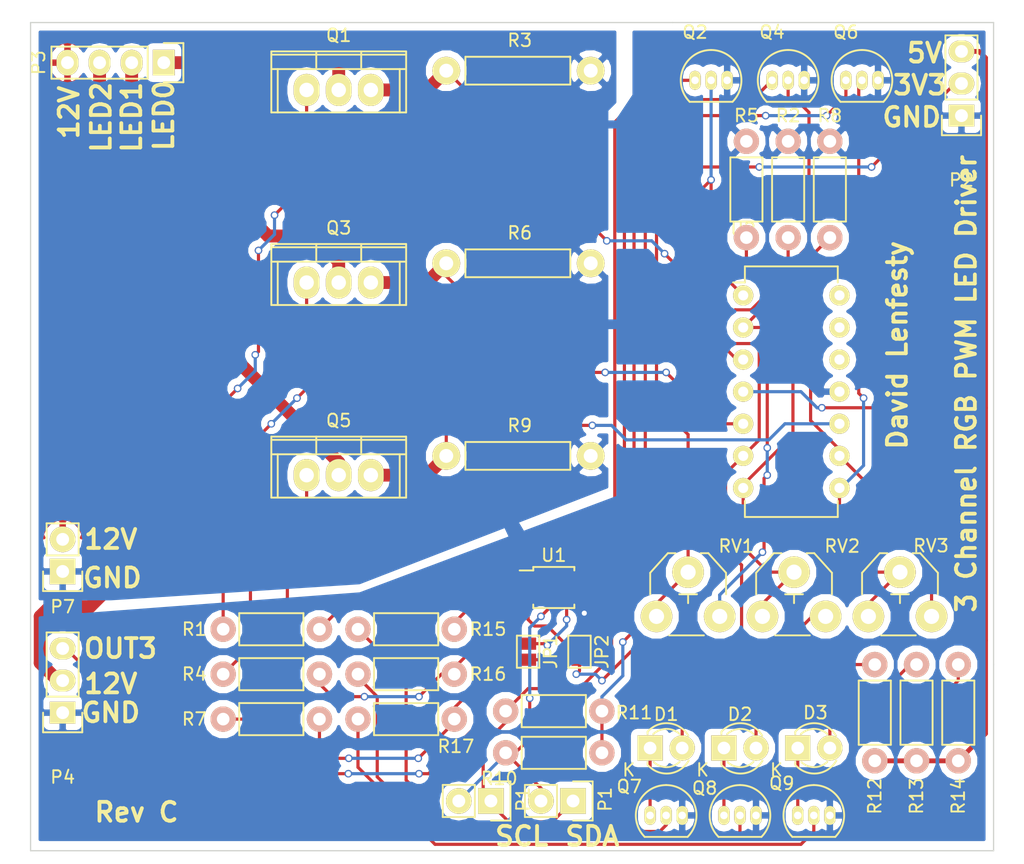
<source format=kicad_pcb>
(kicad_pcb (version 4) (host pcbnew 4.0.2+dfsg1-stable)

  (general
    (links 81)
    (no_connects 0)
    (area 17.751667 15.846666 99.088334 84.493)
    (thickness 1.6)
    (drawings 27)
    (tracks 370)
    (zones 0)
    (modules 42)
    (nets 37)
  )

  (page A4)
  (layers
    (0 F.Cu signal)
    (31 B.Cu signal)
    (32 B.Adhes user)
    (33 F.Adhes user)
    (34 B.Paste user)
    (35 F.Paste user)
    (36 B.SilkS user)
    (37 F.SilkS user)
    (38 B.Mask user)
    (39 F.Mask user)
    (40 Dwgs.User user)
    (41 Cmts.User user)
    (42 Eco1.User user)
    (43 Eco2.User user)
    (44 Edge.Cuts user)
    (45 Margin user)
    (46 B.CrtYd user)
    (47 F.CrtYd user)
    (48 B.Fab user)
    (49 F.Fab user)
  )

  (setup
    (last_trace_width 0.25)
    (user_trace_width 0.381)
    (user_trace_width 1.016)
    (trace_clearance 0.2)
    (zone_clearance 0.508)
    (zone_45_only no)
    (trace_min 0.2)
    (segment_width 0.2)
    (edge_width 0.1)
    (via_size 0.6)
    (via_drill 0.4)
    (via_min_size 0.4)
    (via_min_drill 0.3)
    (uvia_size 0.3)
    (uvia_drill 0.1)
    (uvias_allowed no)
    (uvia_min_size 0)
    (uvia_min_drill 0)
    (pcb_text_width 0.3)
    (pcb_text_size 1.5 1.5)
    (mod_edge_width 0.15)
    (mod_text_size 1 1)
    (mod_text_width 0.15)
    (pad_size 1.5 1.5)
    (pad_drill 0.6)
    (pad_to_mask_clearance 0)
    (aux_axis_origin 0 0)
    (visible_elements FFFFFF7F)
    (pcbplotparams
      (layerselection 0x00030_80000001)
      (usegerberextensions false)
      (excludeedgelayer true)
      (linewidth 0.100000)
      (plotframeref false)
      (viasonmask false)
      (mode 1)
      (useauxorigin false)
      (hpglpennumber 1)
      (hpglpenspeed 20)
      (hpglpendiameter 15)
      (hpglpenoverlay 2)
      (psnegative false)
      (psa4output false)
      (plotreference true)
      (plotvalue true)
      (plotinvisibletext false)
      (padsonsilk false)
      (subtractmaskfromsilk false)
      (outputformat 1)
      (mirror false)
      (drillshape 1)
      (scaleselection 1)
      (outputdirectory ""))
  )

  (net 0 "")
  (net 1 "Net-(D1-Pad1)")
  (net 2 "Net-(D1-Pad2)")
  (net 3 "Net-(D2-Pad1)")
  (net 4 "Net-(D2-Pad2)")
  (net 5 "Net-(D3-Pad1)")
  (net 6 "Net-(D3-Pad2)")
  (net 7 "Net-(JP1-Pad1)")
  (net 8 +5V)
  (net 9 "Net-(JP2-Pad1)")
  (net 10 "Net-(P1-Pad1)")
  (net 11 "Net-(P1-Pad2)")
  (net 12 GND)
  (net 13 +3V3)
  (net 14 "Net-(P3-Pad1)")
  (net 15 "Net-(P3-Pad2)")
  (net 16 "Net-(P3-Pad3)")
  (net 17 +12V)
  (net 18 "Net-(P4-Pad3)")
  (net 19 "Net-(Q1-Pad3)")
  (net 20 "Net-(Q2-Pad2)")
  (net 21 LED0_IND)
  (net 22 "Net-(Q3-Pad3)")
  (net 23 "Net-(Q4-Pad2)")
  (net 24 LED1_IND)
  (net 25 "Net-(Q5-Pad3)")
  (net 26 "Net-(Q6-Pad2)")
  (net 27 LED2_IND)
  (net 28 "Net-(Q7-Pad2)")
  (net 29 "Net-(Q8-Pad2)")
  (net 30 "Net-(Q9-Pad2)")
  (net 31 "Net-(Q1-Pad1)")
  (net 32 "Net-(Q3-Pad1)")
  (net 33 "Net-(Q5-Pad1)")
  (net 34 "Net-(R2-Pad1)")
  (net 35 "Net-(R5-Pad1)")
  (net 36 "Net-(R8-Pad1)")

  (net_class Default "This is the default net class."
    (clearance 0.2)
    (trace_width 0.25)
    (via_dia 0.6)
    (via_drill 0.4)
    (uvia_dia 0.3)
    (uvia_drill 0.1)
    (add_net +12V)
    (add_net +3V3)
    (add_net +5V)
    (add_net GND)
    (add_net LED0_IND)
    (add_net LED1_IND)
    (add_net LED2_IND)
    (add_net "Net-(D1-Pad1)")
    (add_net "Net-(D1-Pad2)")
    (add_net "Net-(D2-Pad1)")
    (add_net "Net-(D2-Pad2)")
    (add_net "Net-(D3-Pad1)")
    (add_net "Net-(D3-Pad2)")
    (add_net "Net-(JP1-Pad1)")
    (add_net "Net-(JP2-Pad1)")
    (add_net "Net-(P1-Pad1)")
    (add_net "Net-(P1-Pad2)")
    (add_net "Net-(P3-Pad1)")
    (add_net "Net-(P3-Pad2)")
    (add_net "Net-(P3-Pad3)")
    (add_net "Net-(P4-Pad3)")
    (add_net "Net-(Q1-Pad1)")
    (add_net "Net-(Q1-Pad3)")
    (add_net "Net-(Q2-Pad2)")
    (add_net "Net-(Q3-Pad1)")
    (add_net "Net-(Q3-Pad3)")
    (add_net "Net-(Q4-Pad2)")
    (add_net "Net-(Q5-Pad1)")
    (add_net "Net-(Q5-Pad3)")
    (add_net "Net-(Q6-Pad2)")
    (add_net "Net-(Q7-Pad2)")
    (add_net "Net-(Q8-Pad2)")
    (add_net "Net-(Q9-Pad2)")
    (add_net "Net-(R2-Pad1)")
    (add_net "Net-(R5-Pad1)")
    (add_net "Net-(R8-Pad1)")
  )

  (module Potentiometers:Potentiometer_VishaySpectrol-Econtrim-Type36P (layer F.Cu) (tedit 5446FD75) (tstamp 57FBEE83)
    (at 78.232 64.77)
    (descr "Potentiometer, Trimmer, Spectrol Type 36P, Econtrim, Rev A, 02 Aug 2010,")
    (tags "Potentiometer, Trimmer, Spectrol Type 36P, Econtrim, Rev A, 02 Aug 2010,")
    (path /57992148)
    (fp_text reference RV2 (at 6.30936 -5.56006) (layer F.SilkS)
      (effects (font (size 1 1) (thickness 0.15)))
    )
    (fp_text value 10K (at 2.49936 3.32994) (layer F.Fab)
      (effects (font (size 1 1) (thickness 0.15)))
    )
    (fp_line (start 2.49936 -1.75006) (end 2.49936 -1.04902) (layer F.SilkS) (width 0.15))
    (fp_line (start 4.09956 -5.00126) (end 3.50012 -5.00126) (layer F.SilkS) (width 0.15))
    (fp_line (start 0.89916 -5.00126) (end 1.4986 -5.00126) (layer F.SilkS) (width 0.15))
    (fp_line (start 5.4991 -3.44932) (end 5.4991 -1.75006) (layer F.SilkS) (width 0.15))
    (fp_line (start -0.50038 -3.44932) (end -0.50038 -1.75006) (layer F.SilkS) (width 0.15))
    (fp_line (start 0.99822 1.50114) (end 3.74904 1.50114) (layer F.SilkS) (width 0.15))
    (fp_line (start 1.79832 -1.75006) (end 3.2004 -1.75006) (layer F.SilkS) (width 0.15))
    (fp_line (start 0.89916 -5.00126) (end -0.50038 -3.44932) (layer F.SilkS) (width 0.15))
    (fp_line (start 4.09956 -5.00126) (end 5.4991 -3.44932) (layer F.SilkS) (width 0.15))
    (pad 2 thru_hole circle (at 2.49936 -3.50012) (size 2.49936 2.49936) (drill 1.19888) (layers *.Cu *.Mask F.SilkS)
      (net 23 "Net-(Q4-Pad2)"))
    (pad 3 thru_hole circle (at 4.99872 0) (size 2.49936 2.49936) (drill 1.19888) (layers *.Cu *.Mask F.SilkS)
      (net 35 "Net-(R5-Pad1)"))
    (pad 1 thru_hole circle (at 0 0) (size 2.49936 2.49936) (drill 1.19888) (layers *.Cu *.Mask F.SilkS)
      (net 23 "Net-(Q4-Pad2)"))
  )

  (module Pin_Headers:Pin_Header_Straight_1x02 (layer F.Cu) (tedit 57FC0BAA) (tstamp 580B68A5)
    (at 56.746 79.375 270)
    (descr "Through hole pin header")
    (tags "pin header")
    (path /5798ED37)
    (fp_text reference P1 (at -0.127 -2.54 270) (layer F.SilkS)
      (effects (font (size 1 1) (thickness 0.15)))
    )
    (fp_text value CONN_01X02 (at 0 -3.1 270) (layer F.Fab)
      (effects (font (size 1 1) (thickness 0.15)))
    )
    (fp_line (start 1.27 1.27) (end 1.27 3.81) (layer F.SilkS) (width 0.15))
    (fp_line (start 1.55 -1.55) (end 1.55 0) (layer F.SilkS) (width 0.15))
    (fp_line (start -1.75 -1.75) (end -1.75 4.3) (layer F.CrtYd) (width 0.05))
    (fp_line (start 1.75 -1.75) (end 1.75 4.3) (layer F.CrtYd) (width 0.05))
    (fp_line (start -1.75 -1.75) (end 1.75 -1.75) (layer F.CrtYd) (width 0.05))
    (fp_line (start -1.75 4.3) (end 1.75 4.3) (layer F.CrtYd) (width 0.05))
    (fp_line (start 1.27 1.27) (end -1.27 1.27) (layer F.SilkS) (width 0.15))
    (fp_line (start -1.55 0) (end -1.55 -1.55) (layer F.SilkS) (width 0.15))
    (fp_line (start -1.55 -1.55) (end 1.55 -1.55) (layer F.SilkS) (width 0.15))
    (fp_line (start -1.27 1.27) (end -1.27 3.81) (layer F.SilkS) (width 0.15))
    (fp_line (start -1.27 3.81) (end 1.27 3.81) (layer F.SilkS) (width 0.15))
    (pad 1 thru_hole rect (at 0 0 270) (size 2.032 2.032) (drill 1.016) (layers *.Cu *.Mask F.SilkS)
      (net 10 "Net-(P1-Pad1)"))
    (pad 2 thru_hole oval (at 0 2.54 270) (size 2.032 2.032) (drill 1.016) (layers *.Cu *.Mask F.SilkS)
      (net 11 "Net-(P1-Pad2)"))
    (model Pin_Headers.3dshapes/Pin_Header_Straight_1x02.wrl
      (at (xyz 0 -0.05 0))
      (scale (xyz 1 1 1))
      (rotate (xyz 0 0 90))
    )
  )

  (module LEDs:LED-3MM (layer F.Cu) (tedit 57FC0B8E) (tstamp 57FBEC68)
    (at 69.342 75.184)
    (descr "LED 3mm round vertical")
    (tags "LED  3mm round vertical")
    (path /5799533D)
    (fp_text reference D1 (at 1.27 -2.667) (layer F.SilkS)
      (effects (font (size 1 1) (thickness 0.15)))
    )
    (fp_text value LED (at 1.3 -2.9) (layer F.Fab)
      (effects (font (size 1 1) (thickness 0.15)))
    )
    (fp_line (start -1.2 2.3) (end 3.8 2.3) (layer F.CrtYd) (width 0.05))
    (fp_line (start 3.8 2.3) (end 3.8 -2.2) (layer F.CrtYd) (width 0.05))
    (fp_line (start 3.8 -2.2) (end -1.2 -2.2) (layer F.CrtYd) (width 0.05))
    (fp_line (start -1.2 -2.2) (end -1.2 2.3) (layer F.CrtYd) (width 0.05))
    (fp_line (start -0.199 1.314) (end -0.199 1.114) (layer F.SilkS) (width 0.15))
    (fp_line (start -0.199 -1.28) (end -0.199 -1.1) (layer F.SilkS) (width 0.15))
    (fp_arc (start 1.301 0.034) (end -0.199 -1.286) (angle 108.5) (layer F.SilkS) (width 0.15))
    (fp_arc (start 1.301 0.034) (end 0.25 -1.1) (angle 85.7) (layer F.SilkS) (width 0.15))
    (fp_arc (start 1.311 0.034) (end 3.051 0.994) (angle 110) (layer F.SilkS) (width 0.15))
    (fp_arc (start 1.301 0.034) (end 2.335 1.094) (angle 87.5) (layer F.SilkS) (width 0.15))
    (fp_text user K (at -1.69 1.74) (layer F.SilkS)
      (effects (font (size 1 1) (thickness 0.15)))
    )
    (pad 1 thru_hole rect (at 0 0 90) (size 2 2) (drill 1.00076) (layers *.Cu *.Mask F.SilkS)
      (net 1 "Net-(D1-Pad1)"))
    (pad 2 thru_hole circle (at 2.54 0) (size 2 2) (drill 1.00076) (layers *.Cu *.Mask F.SilkS)
      (net 2 "Net-(D1-Pad2)"))
    (model LEDs.3dshapes/LED-3MM.wrl
      (at (xyz 0.05 0 0))
      (scale (xyz 1 1 1))
      (rotate (xyz 0 0 90))
    )
  )

  (module LEDs:LED-3MM (layer F.Cu) (tedit 57FC0B92) (tstamp 57FBEC79)
    (at 75.184 75.184)
    (descr "LED 3mm round vertical")
    (tags "LED  3mm round vertical")
    (path /57995BEB)
    (fp_text reference D2 (at 1.27 -2.667) (layer F.SilkS)
      (effects (font (size 1 1) (thickness 0.15)))
    )
    (fp_text value LED (at 1.3 -2.9) (layer F.Fab)
      (effects (font (size 1 1) (thickness 0.15)))
    )
    (fp_line (start -1.2 2.3) (end 3.8 2.3) (layer F.CrtYd) (width 0.05))
    (fp_line (start 3.8 2.3) (end 3.8 -2.2) (layer F.CrtYd) (width 0.05))
    (fp_line (start 3.8 -2.2) (end -1.2 -2.2) (layer F.CrtYd) (width 0.05))
    (fp_line (start -1.2 -2.2) (end -1.2 2.3) (layer F.CrtYd) (width 0.05))
    (fp_line (start -0.199 1.314) (end -0.199 1.114) (layer F.SilkS) (width 0.15))
    (fp_line (start -0.199 -1.28) (end -0.199 -1.1) (layer F.SilkS) (width 0.15))
    (fp_arc (start 1.301 0.034) (end -0.199 -1.286) (angle 108.5) (layer F.SilkS) (width 0.15))
    (fp_arc (start 1.301 0.034) (end 0.25 -1.1) (angle 85.7) (layer F.SilkS) (width 0.15))
    (fp_arc (start 1.311 0.034) (end 3.051 0.994) (angle 110) (layer F.SilkS) (width 0.15))
    (fp_arc (start 1.301 0.034) (end 2.335 1.094) (angle 87.5) (layer F.SilkS) (width 0.15))
    (fp_text user K (at -1.69 1.74) (layer F.SilkS)
      (effects (font (size 1 1) (thickness 0.15)))
    )
    (pad 1 thru_hole rect (at 0 0 90) (size 2 2) (drill 1.00076) (layers *.Cu *.Mask F.SilkS)
      (net 3 "Net-(D2-Pad1)"))
    (pad 2 thru_hole circle (at 2.54 0) (size 2 2) (drill 1.00076) (layers *.Cu *.Mask F.SilkS)
      (net 4 "Net-(D2-Pad2)"))
    (model LEDs.3dshapes/LED-3MM.wrl
      (at (xyz 0.05 0 0))
      (scale (xyz 1 1 1))
      (rotate (xyz 0 0 90))
    )
  )

  (module LEDs:LED-3MM (layer F.Cu) (tedit 57FC0B95) (tstamp 57FBEC8A)
    (at 81.026 75.184)
    (descr "LED 3mm round vertical")
    (tags "LED  3mm round vertical")
    (path /579958DC)
    (fp_text reference D3 (at 1.397 -2.794) (layer F.SilkS)
      (effects (font (size 1 1) (thickness 0.15)))
    )
    (fp_text value LED (at 1.3 -2.9) (layer F.Fab)
      (effects (font (size 1 1) (thickness 0.15)))
    )
    (fp_line (start -1.2 2.3) (end 3.8 2.3) (layer F.CrtYd) (width 0.05))
    (fp_line (start 3.8 2.3) (end 3.8 -2.2) (layer F.CrtYd) (width 0.05))
    (fp_line (start 3.8 -2.2) (end -1.2 -2.2) (layer F.CrtYd) (width 0.05))
    (fp_line (start -1.2 -2.2) (end -1.2 2.3) (layer F.CrtYd) (width 0.05))
    (fp_line (start -0.199 1.314) (end -0.199 1.114) (layer F.SilkS) (width 0.15))
    (fp_line (start -0.199 -1.28) (end -0.199 -1.1) (layer F.SilkS) (width 0.15))
    (fp_arc (start 1.301 0.034) (end -0.199 -1.286) (angle 108.5) (layer F.SilkS) (width 0.15))
    (fp_arc (start 1.301 0.034) (end 0.25 -1.1) (angle 85.7) (layer F.SilkS) (width 0.15))
    (fp_arc (start 1.311 0.034) (end 3.051 0.994) (angle 110) (layer F.SilkS) (width 0.15))
    (fp_arc (start 1.301 0.034) (end 2.335 1.094) (angle 87.5) (layer F.SilkS) (width 0.15))
    (fp_text user K (at -1.69 1.74) (layer F.SilkS)
      (effects (font (size 1 1) (thickness 0.15)))
    )
    (pad 1 thru_hole rect (at 0 0 90) (size 2 2) (drill 1.00076) (layers *.Cu *.Mask F.SilkS)
      (net 5 "Net-(D3-Pad1)"))
    (pad 2 thru_hole circle (at 2.54 0) (size 2 2) (drill 1.00076) (layers *.Cu *.Mask F.SilkS)
      (net 6 "Net-(D3-Pad2)"))
    (model LEDs.3dshapes/LED-3MM.wrl
      (at (xyz 0.05 0 0))
      (scale (xyz 1 1 1))
      (rotate (xyz 0 0 90))
    )
  )

  (module Connect:GS2 (layer F.Cu) (tedit 0) (tstamp 57FBEC94)
    (at 59.69 67.564)
    (descr "Pontet Goute de soudure")
    (path /5798F0DA)
    (attr virtual)
    (fp_text reference JP1 (at 1.778 0 90) (layer F.SilkS)
      (effects (font (size 1 1) (thickness 0.15)))
    )
    (fp_text value Jumper_NO_Small (at 1.524 0 90) (layer F.Fab)
      (effects (font (size 1 1) (thickness 0.15)))
    )
    (fp_line (start -0.889 -1.27) (end -0.889 1.27) (layer F.SilkS) (width 0.15))
    (fp_line (start 0.889 1.27) (end 0.889 -1.27) (layer F.SilkS) (width 0.15))
    (fp_line (start 0.889 1.27) (end -0.889 1.27) (layer F.SilkS) (width 0.15))
    (fp_line (start -0.889 -1.27) (end 0.889 -1.27) (layer F.SilkS) (width 0.15))
    (pad 1 smd rect (at 0 -0.635) (size 1.27 0.9652) (layers F.Cu F.Paste F.Mask)
      (net 7 "Net-(JP1-Pad1)"))
    (pad 2 smd rect (at 0 0.635) (size 1.27 0.9652) (layers F.Cu F.Paste F.Mask)
      (net 8 +5V))
  )

  (module Connect:GS2 (layer F.Cu) (tedit 0) (tstamp 57FBEC9E)
    (at 63.754 67.564)
    (descr "Pontet Goute de soudure")
    (path /5798F117)
    (attr virtual)
    (fp_text reference JP2 (at 1.778 0 90) (layer F.SilkS)
      (effects (font (size 1 1) (thickness 0.15)))
    )
    (fp_text value Jumper_NO_Small (at 1.524 0 90) (layer F.Fab)
      (effects (font (size 1 1) (thickness 0.15)))
    )
    (fp_line (start -0.889 -1.27) (end -0.889 1.27) (layer F.SilkS) (width 0.15))
    (fp_line (start 0.889 1.27) (end 0.889 -1.27) (layer F.SilkS) (width 0.15))
    (fp_line (start 0.889 1.27) (end -0.889 1.27) (layer F.SilkS) (width 0.15))
    (fp_line (start -0.889 -1.27) (end 0.889 -1.27) (layer F.SilkS) (width 0.15))
    (pad 1 smd rect (at 0 -0.635) (size 1.27 0.9652) (layers F.Cu F.Paste F.Mask)
      (net 9 "Net-(JP2-Pad1)"))
    (pad 2 smd rect (at 0 0.635) (size 1.27 0.9652) (layers F.Cu F.Paste F.Mask)
      (net 8 +5V))
  )

  (module Pin_Headers:Pin_Header_Straight_1x02 (layer F.Cu) (tedit 57FC0BAA) (tstamp 57FBECAF)
    (at 63.246 79.375 270)
    (descr "Through hole pin header")
    (tags "pin header")
    (path /5798ED37)
    (fp_text reference P1 (at -0.127 -2.54 270) (layer F.SilkS)
      (effects (font (size 1 1) (thickness 0.15)))
    )
    (fp_text value CONN_01X02 (at 0 -3.1 270) (layer F.Fab)
      (effects (font (size 1 1) (thickness 0.15)))
    )
    (fp_line (start 1.27 1.27) (end 1.27 3.81) (layer F.SilkS) (width 0.15))
    (fp_line (start 1.55 -1.55) (end 1.55 0) (layer F.SilkS) (width 0.15))
    (fp_line (start -1.75 -1.75) (end -1.75 4.3) (layer F.CrtYd) (width 0.05))
    (fp_line (start 1.75 -1.75) (end 1.75 4.3) (layer F.CrtYd) (width 0.05))
    (fp_line (start -1.75 -1.75) (end 1.75 -1.75) (layer F.CrtYd) (width 0.05))
    (fp_line (start -1.75 4.3) (end 1.75 4.3) (layer F.CrtYd) (width 0.05))
    (fp_line (start 1.27 1.27) (end -1.27 1.27) (layer F.SilkS) (width 0.15))
    (fp_line (start -1.55 0) (end -1.55 -1.55) (layer F.SilkS) (width 0.15))
    (fp_line (start -1.55 -1.55) (end 1.55 -1.55) (layer F.SilkS) (width 0.15))
    (fp_line (start -1.27 1.27) (end -1.27 3.81) (layer F.SilkS) (width 0.15))
    (fp_line (start -1.27 3.81) (end 1.27 3.81) (layer F.SilkS) (width 0.15))
    (pad 1 thru_hole rect (at 0 0 270) (size 2.032 2.032) (drill 1.016) (layers *.Cu *.Mask F.SilkS)
      (net 10 "Net-(P1-Pad1)"))
    (pad 2 thru_hole oval (at 0 2.54 270) (size 2.032 2.032) (drill 1.016) (layers *.Cu *.Mask F.SilkS)
      (net 11 "Net-(P1-Pad2)"))
    (model Pin_Headers.3dshapes/Pin_Header_Straight_1x02.wrl
      (at (xyz 0 -0.05 0))
      (scale (xyz 1 1 1))
      (rotate (xyz 0 0 90))
    )
  )

  (module Pin_Headers:Pin_Header_Straight_1x03 (layer F.Cu) (tedit 0) (tstamp 57FBECC1)
    (at 93.98 25.146 180)
    (descr "Through hole pin header")
    (tags "pin header")
    (path /5799450E)
    (fp_text reference P2 (at 0 -5.1 180) (layer F.SilkS)
      (effects (font (size 1 1) (thickness 0.15)))
    )
    (fp_text value CONN_01X03 (at 0 -3.1 180) (layer F.Fab)
      (effects (font (size 1 1) (thickness 0.15)))
    )
    (fp_line (start -1.75 -1.75) (end -1.75 6.85) (layer F.CrtYd) (width 0.05))
    (fp_line (start 1.75 -1.75) (end 1.75 6.85) (layer F.CrtYd) (width 0.05))
    (fp_line (start -1.75 -1.75) (end 1.75 -1.75) (layer F.CrtYd) (width 0.05))
    (fp_line (start -1.75 6.85) (end 1.75 6.85) (layer F.CrtYd) (width 0.05))
    (fp_line (start -1.27 1.27) (end -1.27 6.35) (layer F.SilkS) (width 0.15))
    (fp_line (start -1.27 6.35) (end 1.27 6.35) (layer F.SilkS) (width 0.15))
    (fp_line (start 1.27 6.35) (end 1.27 1.27) (layer F.SilkS) (width 0.15))
    (fp_line (start 1.55 -1.55) (end 1.55 0) (layer F.SilkS) (width 0.15))
    (fp_line (start 1.27 1.27) (end -1.27 1.27) (layer F.SilkS) (width 0.15))
    (fp_line (start -1.55 0) (end -1.55 -1.55) (layer F.SilkS) (width 0.15))
    (fp_line (start -1.55 -1.55) (end 1.55 -1.55) (layer F.SilkS) (width 0.15))
    (pad 1 thru_hole rect (at 0 0 180) (size 2.032 1.7272) (drill 1.016) (layers *.Cu *.Mask F.SilkS)
      (net 12 GND))
    (pad 2 thru_hole oval (at 0 2.54 180) (size 2.032 1.7272) (drill 1.016) (layers *.Cu *.Mask F.SilkS)
      (net 13 +3V3))
    (pad 3 thru_hole oval (at 0 5.08 180) (size 2.032 1.7272) (drill 1.016) (layers *.Cu *.Mask F.SilkS)
      (net 8 +5V))
    (model Pin_Headers.3dshapes/Pin_Header_Straight_1x03.wrl
      (at (xyz 0 -0.1 0))
      (scale (xyz 1 1 1))
      (rotate (xyz 0 0 90))
    )
  )

  (module Pin_Headers:Pin_Header_Straight_1x04 (layer F.Cu) (tedit 57FC0BFF) (tstamp 57FBECD4)
    (at 30.861 20.955 270)
    (descr "Through hole pin header")
    (tags "pin header")
    (path /5799372E)
    (fp_text reference P3 (at 0 9.906 270) (layer F.SilkS)
      (effects (font (size 1 1) (thickness 0.15)))
    )
    (fp_text value CONN_01X04 (at 0 -3.1 270) (layer F.Fab)
      (effects (font (size 1 1) (thickness 0.15)))
    )
    (fp_line (start -1.75 -1.75) (end -1.75 9.4) (layer F.CrtYd) (width 0.05))
    (fp_line (start 1.75 -1.75) (end 1.75 9.4) (layer F.CrtYd) (width 0.05))
    (fp_line (start -1.75 -1.75) (end 1.75 -1.75) (layer F.CrtYd) (width 0.05))
    (fp_line (start -1.75 9.4) (end 1.75 9.4) (layer F.CrtYd) (width 0.05))
    (fp_line (start -1.27 1.27) (end -1.27 8.89) (layer F.SilkS) (width 0.15))
    (fp_line (start 1.27 1.27) (end 1.27 8.89) (layer F.SilkS) (width 0.15))
    (fp_line (start 1.55 -1.55) (end 1.55 0) (layer F.SilkS) (width 0.15))
    (fp_line (start -1.27 8.89) (end 1.27 8.89) (layer F.SilkS) (width 0.15))
    (fp_line (start 1.27 1.27) (end -1.27 1.27) (layer F.SilkS) (width 0.15))
    (fp_line (start -1.55 0) (end -1.55 -1.55) (layer F.SilkS) (width 0.15))
    (fp_line (start -1.55 -1.55) (end 1.55 -1.55) (layer F.SilkS) (width 0.15))
    (pad 1 thru_hole rect (at 0 0 270) (size 2.032 1.7272) (drill 1.016) (layers *.Cu *.Mask F.SilkS)
      (net 14 "Net-(P3-Pad1)"))
    (pad 2 thru_hole oval (at 0 2.54 270) (size 2.032 1.7272) (drill 1.016) (layers *.Cu *.Mask F.SilkS)
      (net 15 "Net-(P3-Pad2)"))
    (pad 3 thru_hole oval (at 0 5.08 270) (size 2.032 1.7272) (drill 1.016) (layers *.Cu *.Mask F.SilkS)
      (net 16 "Net-(P3-Pad3)"))
    (pad 4 thru_hole oval (at 0 7.62 270) (size 2.032 1.7272) (drill 1.016) (layers *.Cu *.Mask F.SilkS)
      (net 17 +12V))
    (model Pin_Headers.3dshapes/Pin_Header_Straight_1x04.wrl
      (at (xyz 0 -0.15 0))
      (scale (xyz 1 1 1))
      (rotate (xyz 0 0 90))
    )
  )

  (module Pin_Headers:Pin_Header_Straight_1x03 (layer F.Cu) (tedit 0) (tstamp 57FBECE6)
    (at 22.86 72.39 180)
    (descr "Through hole pin header")
    (tags "pin header")
    (path /579927EE)
    (fp_text reference P4 (at 0 -5.1 180) (layer F.SilkS)
      (effects (font (size 1 1) (thickness 0.15)))
    )
    (fp_text value CONN_01X03 (at 0 -3.1 180) (layer F.Fab)
      (effects (font (size 1 1) (thickness 0.15)))
    )
    (fp_line (start -1.75 -1.75) (end -1.75 6.85) (layer F.CrtYd) (width 0.05))
    (fp_line (start 1.75 -1.75) (end 1.75 6.85) (layer F.CrtYd) (width 0.05))
    (fp_line (start -1.75 -1.75) (end 1.75 -1.75) (layer F.CrtYd) (width 0.05))
    (fp_line (start -1.75 6.85) (end 1.75 6.85) (layer F.CrtYd) (width 0.05))
    (fp_line (start -1.27 1.27) (end -1.27 6.35) (layer F.SilkS) (width 0.15))
    (fp_line (start -1.27 6.35) (end 1.27 6.35) (layer F.SilkS) (width 0.15))
    (fp_line (start 1.27 6.35) (end 1.27 1.27) (layer F.SilkS) (width 0.15))
    (fp_line (start 1.55 -1.55) (end 1.55 0) (layer F.SilkS) (width 0.15))
    (fp_line (start 1.27 1.27) (end -1.27 1.27) (layer F.SilkS) (width 0.15))
    (fp_line (start -1.55 0) (end -1.55 -1.55) (layer F.SilkS) (width 0.15))
    (fp_line (start -1.55 -1.55) (end 1.55 -1.55) (layer F.SilkS) (width 0.15))
    (pad 1 thru_hole rect (at 0 0 180) (size 2.032 1.7272) (drill 1.016) (layers *.Cu *.Mask F.SilkS)
      (net 12 GND))
    (pad 2 thru_hole oval (at 0 2.54 180) (size 2.032 1.7272) (drill 1.016) (layers *.Cu *.Mask F.SilkS)
      (net 17 +12V))
    (pad 3 thru_hole oval (at 0 5.08 180) (size 2.032 1.7272) (drill 1.016) (layers *.Cu *.Mask F.SilkS)
      (net 18 "Net-(P4-Pad3)"))
    (model Pin_Headers.3dshapes/Pin_Header_Straight_1x03.wrl
      (at (xyz 0 -0.1 0))
      (scale (xyz 1 1 1))
      (rotate (xyz 0 0 90))
    )
  )

  (module Pin_Headers:Pin_Header_Straight_1x02 (layer F.Cu) (tedit 57FC0C05) (tstamp 57FBECF7)
    (at 22.86 61.214 180)
    (descr "Through hole pin header")
    (tags "pin header")
    (path /5799192B)
    (fp_text reference P7 (at 0 -2.794 180) (layer F.SilkS)
      (effects (font (size 1 1) (thickness 0.15)))
    )
    (fp_text value CONN_01X02 (at 0 -3.1 180) (layer F.Fab)
      (effects (font (size 1 1) (thickness 0.15)))
    )
    (fp_line (start 1.27 1.27) (end 1.27 3.81) (layer F.SilkS) (width 0.15))
    (fp_line (start 1.55 -1.55) (end 1.55 0) (layer F.SilkS) (width 0.15))
    (fp_line (start -1.75 -1.75) (end -1.75 4.3) (layer F.CrtYd) (width 0.05))
    (fp_line (start 1.75 -1.75) (end 1.75 4.3) (layer F.CrtYd) (width 0.05))
    (fp_line (start -1.75 -1.75) (end 1.75 -1.75) (layer F.CrtYd) (width 0.05))
    (fp_line (start -1.75 4.3) (end 1.75 4.3) (layer F.CrtYd) (width 0.05))
    (fp_line (start 1.27 1.27) (end -1.27 1.27) (layer F.SilkS) (width 0.15))
    (fp_line (start -1.55 0) (end -1.55 -1.55) (layer F.SilkS) (width 0.15))
    (fp_line (start -1.55 -1.55) (end 1.55 -1.55) (layer F.SilkS) (width 0.15))
    (fp_line (start -1.27 1.27) (end -1.27 3.81) (layer F.SilkS) (width 0.15))
    (fp_line (start -1.27 3.81) (end 1.27 3.81) (layer F.SilkS) (width 0.15))
    (pad 1 thru_hole rect (at 0 0 180) (size 2.032 2.032) (drill 1.016) (layers *.Cu *.Mask F.SilkS)
      (net 12 GND))
    (pad 2 thru_hole oval (at 0 2.54 180) (size 2.032 2.032) (drill 1.016) (layers *.Cu *.Mask F.SilkS)
      (net 17 +12V))
    (model Pin_Headers.3dshapes/Pin_Header_Straight_1x02.wrl
      (at (xyz 0 -0.05 0))
      (scale (xyz 1 1 1))
      (rotate (xyz 0 0 90))
    )
  )

  (module TO_SOT_Packages_THT:TO-92_Inline_Narrow_Oval (layer F.Cu) (tedit 57FC0BF0) (tstamp 57FBED16)
    (at 72.898 22.352)
    (descr "TO-92 leads in-line, narrow, oval pads, drill 0.6mm (see NXP sot054_po.pdf)")
    (tags "to-92 sc-43 sc-43a sot54 PA33 transistor")
    (path /5798FE3C)
    (fp_text reference Q2 (at 0 -3.81) (layer F.SilkS)
      (effects (font (size 1 1) (thickness 0.15)))
    )
    (fp_text value BC413 (at 0 3) (layer F.Fab)
      (effects (font (size 1 1) (thickness 0.15)))
    )
    (fp_line (start -1.4 1.95) (end -1.4 -2.65) (layer F.CrtYd) (width 0.05))
    (fp_line (start -1.4 1.95) (end 3.95 1.95) (layer F.CrtYd) (width 0.05))
    (fp_line (start -0.43 1.7) (end 2.97 1.7) (layer F.SilkS) (width 0.15))
    (fp_arc (start 1.27 0) (end 1.27 -2.4) (angle -135) (layer F.SilkS) (width 0.15))
    (fp_arc (start 1.27 0) (end 1.27 -2.4) (angle 135) (layer F.SilkS) (width 0.15))
    (fp_line (start -1.4 -2.65) (end 3.95 -2.65) (layer F.CrtYd) (width 0.05))
    (fp_line (start 3.95 1.95) (end 3.95 -2.65) (layer F.CrtYd) (width 0.05))
    (pad 2 thru_hole oval (at 1.27 0 180) (size 0.89916 1.50114) (drill 0.6) (layers *.Cu *.Mask F.SilkS)
      (net 20 "Net-(Q2-Pad2)"))
    (pad 3 thru_hole oval (at 2.54 0 180) (size 0.89916 1.50114) (drill 0.6) (layers *.Cu *.Mask F.SilkS)
      (net 12 GND))
    (pad 1 thru_hole oval (at 0 0 180) (size 0.89916 1.50114) (drill 0.6) (layers *.Cu *.Mask F.SilkS)
      (net 21 LED0_IND))
    (model TO_SOT_Packages_THT.3dshapes/TO-92_Inline_Narrow_Oval.wrl
      (at (xyz 0.05 0 0))
      (scale (xyz 1 1 1))
      (rotate (xyz 0 0 -90))
    )
  )

  (module TO_SOT_Packages_THT:TO-92_Inline_Narrow_Oval (layer F.Cu) (tedit 57FC0BF3) (tstamp 57FBED35)
    (at 78.994 22.352)
    (descr "TO-92 leads in-line, narrow, oval pads, drill 0.6mm (see NXP sot054_po.pdf)")
    (tags "to-92 sc-43 sc-43a sot54 PA33 transistor")
    (path /57992121)
    (fp_text reference Q4 (at 0 -3.81) (layer F.SilkS)
      (effects (font (size 1 1) (thickness 0.15)))
    )
    (fp_text value BC413 (at 0 3) (layer F.Fab)
      (effects (font (size 1 1) (thickness 0.15)))
    )
    (fp_line (start -1.4 1.95) (end -1.4 -2.65) (layer F.CrtYd) (width 0.05))
    (fp_line (start -1.4 1.95) (end 3.95 1.95) (layer F.CrtYd) (width 0.05))
    (fp_line (start -0.43 1.7) (end 2.97 1.7) (layer F.SilkS) (width 0.15))
    (fp_arc (start 1.27 0) (end 1.27 -2.4) (angle -135) (layer F.SilkS) (width 0.15))
    (fp_arc (start 1.27 0) (end 1.27 -2.4) (angle 135) (layer F.SilkS) (width 0.15))
    (fp_line (start -1.4 -2.65) (end 3.95 -2.65) (layer F.CrtYd) (width 0.05))
    (fp_line (start 3.95 1.95) (end 3.95 -2.65) (layer F.CrtYd) (width 0.05))
    (pad 2 thru_hole oval (at 1.27 0 180) (size 0.89916 1.50114) (drill 0.6) (layers *.Cu *.Mask F.SilkS)
      (net 23 "Net-(Q4-Pad2)"))
    (pad 3 thru_hole oval (at 2.54 0 180) (size 0.89916 1.50114) (drill 0.6) (layers *.Cu *.Mask F.SilkS)
      (net 12 GND))
    (pad 1 thru_hole oval (at 0 0 180) (size 0.89916 1.50114) (drill 0.6) (layers *.Cu *.Mask F.SilkS)
      (net 24 LED1_IND))
    (model TO_SOT_Packages_THT.3dshapes/TO-92_Inline_Narrow_Oval.wrl
      (at (xyz 0.05 0 0))
      (scale (xyz 1 1 1))
      (rotate (xyz 0 0 -90))
    )
  )

  (module TO_SOT_Packages_THT:TO-92_Inline_Narrow_Oval (layer F.Cu) (tedit 57FC0BF7) (tstamp 57FBED54)
    (at 84.836 22.352)
    (descr "TO-92 leads in-line, narrow, oval pads, drill 0.6mm (see NXP sot054_po.pdf)")
    (tags "to-92 sc-43 sc-43a sot54 PA33 transistor")
    (path /57992489)
    (fp_text reference Q6 (at 0 -3.81) (layer F.SilkS)
      (effects (font (size 1 1) (thickness 0.15)))
    )
    (fp_text value BC413 (at 0 3) (layer F.Fab)
      (effects (font (size 1 1) (thickness 0.15)))
    )
    (fp_line (start -1.4 1.95) (end -1.4 -2.65) (layer F.CrtYd) (width 0.05))
    (fp_line (start -1.4 1.95) (end 3.95 1.95) (layer F.CrtYd) (width 0.05))
    (fp_line (start -0.43 1.7) (end 2.97 1.7) (layer F.SilkS) (width 0.15))
    (fp_arc (start 1.27 0) (end 1.27 -2.4) (angle -135) (layer F.SilkS) (width 0.15))
    (fp_arc (start 1.27 0) (end 1.27 -2.4) (angle 135) (layer F.SilkS) (width 0.15))
    (fp_line (start -1.4 -2.65) (end 3.95 -2.65) (layer F.CrtYd) (width 0.05))
    (fp_line (start 3.95 1.95) (end 3.95 -2.65) (layer F.CrtYd) (width 0.05))
    (pad 2 thru_hole oval (at 1.27 0 180) (size 0.89916 1.50114) (drill 0.6) (layers *.Cu *.Mask F.SilkS)
      (net 26 "Net-(Q6-Pad2)"))
    (pad 3 thru_hole oval (at 2.54 0 180) (size 0.89916 1.50114) (drill 0.6) (layers *.Cu *.Mask F.SilkS)
      (net 12 GND))
    (pad 1 thru_hole oval (at 0 0 180) (size 0.89916 1.50114) (drill 0.6) (layers *.Cu *.Mask F.SilkS)
      (net 27 LED2_IND))
    (model TO_SOT_Packages_THT.3dshapes/TO-92_Inline_Narrow_Oval.wrl
      (at (xyz 0.05 0 0))
      (scale (xyz 1 1 1))
      (rotate (xyz 0 0 -90))
    )
  )

  (module TO_SOT_Packages_THT:TO-92_Inline_Narrow_Oval (layer F.Cu) (tedit 57FC0BA4) (tstamp 57FBED62)
    (at 69.342 80.518)
    (descr "TO-92 leads in-line, narrow, oval pads, drill 0.6mm (see NXP sot054_po.pdf)")
    (tags "to-92 sc-43 sc-43a sot54 PA33 transistor")
    (path /57FBE4F5)
    (fp_text reference Q7 (at -1.651 -2.286) (layer F.SilkS)
      (effects (font (size 1 1) (thickness 0.15)))
    )
    (fp_text value BC413 (at 0 3) (layer F.Fab)
      (effects (font (size 1 1) (thickness 0.15)))
    )
    (fp_line (start -1.4 1.95) (end -1.4 -2.65) (layer F.CrtYd) (width 0.05))
    (fp_line (start -1.4 1.95) (end 3.95 1.95) (layer F.CrtYd) (width 0.05))
    (fp_line (start -0.43 1.7) (end 2.97 1.7) (layer F.SilkS) (width 0.15))
    (fp_arc (start 1.27 0) (end 1.27 -2.4) (angle -135) (layer F.SilkS) (width 0.15))
    (fp_arc (start 1.27 0) (end 1.27 -2.4) (angle 135) (layer F.SilkS) (width 0.15))
    (fp_line (start -1.4 -2.65) (end 3.95 -2.65) (layer F.CrtYd) (width 0.05))
    (fp_line (start 3.95 1.95) (end 3.95 -2.65) (layer F.CrtYd) (width 0.05))
    (pad 2 thru_hole oval (at 1.27 0 180) (size 0.89916 1.50114) (drill 0.6) (layers *.Cu *.Mask F.SilkS)
      (net 28 "Net-(Q7-Pad2)"))
    (pad 3 thru_hole oval (at 2.54 0 180) (size 0.89916 1.50114) (drill 0.6) (layers *.Cu *.Mask F.SilkS)
      (net 12 GND))
    (pad 1 thru_hole oval (at 0 0 180) (size 0.89916 1.50114) (drill 0.6) (layers *.Cu *.Mask F.SilkS)
      (net 1 "Net-(D1-Pad1)"))
    (model TO_SOT_Packages_THT.3dshapes/TO-92_Inline_Narrow_Oval.wrl
      (at (xyz 0.05 0 0))
      (scale (xyz 1 1 1))
      (rotate (xyz 0 0 -90))
    )
  )

  (module TO_SOT_Packages_THT:TO-92_Inline_Narrow_Oval (layer F.Cu) (tedit 57FC0BA2) (tstamp 57FBED70)
    (at 75.184 80.518)
    (descr "TO-92 leads in-line, narrow, oval pads, drill 0.6mm (see NXP sot054_po.pdf)")
    (tags "to-92 sc-43 sc-43a sot54 PA33 transistor")
    (path /57FBE5AA)
    (fp_text reference Q8 (at -1.524 -2.159) (layer F.SilkS)
      (effects (font (size 1 1) (thickness 0.15)))
    )
    (fp_text value BC413 (at 0 3) (layer F.Fab)
      (effects (font (size 1 1) (thickness 0.15)))
    )
    (fp_line (start -1.4 1.95) (end -1.4 -2.65) (layer F.CrtYd) (width 0.05))
    (fp_line (start -1.4 1.95) (end 3.95 1.95) (layer F.CrtYd) (width 0.05))
    (fp_line (start -0.43 1.7) (end 2.97 1.7) (layer F.SilkS) (width 0.15))
    (fp_arc (start 1.27 0) (end 1.27 -2.4) (angle -135) (layer F.SilkS) (width 0.15))
    (fp_arc (start 1.27 0) (end 1.27 -2.4) (angle 135) (layer F.SilkS) (width 0.15))
    (fp_line (start -1.4 -2.65) (end 3.95 -2.65) (layer F.CrtYd) (width 0.05))
    (fp_line (start 3.95 1.95) (end 3.95 -2.65) (layer F.CrtYd) (width 0.05))
    (pad 2 thru_hole oval (at 1.27 0 180) (size 0.89916 1.50114) (drill 0.6) (layers *.Cu *.Mask F.SilkS)
      (net 29 "Net-(Q8-Pad2)"))
    (pad 3 thru_hole oval (at 2.54 0 180) (size 0.89916 1.50114) (drill 0.6) (layers *.Cu *.Mask F.SilkS)
      (net 12 GND))
    (pad 1 thru_hole oval (at 0 0 180) (size 0.89916 1.50114) (drill 0.6) (layers *.Cu *.Mask F.SilkS)
      (net 3 "Net-(D2-Pad1)"))
    (model TO_SOT_Packages_THT.3dshapes/TO-92_Inline_Narrow_Oval.wrl
      (at (xyz 0.05 0 0))
      (scale (xyz 1 1 1))
      (rotate (xyz 0 0 -90))
    )
  )

  (module TO_SOT_Packages_THT:TO-92_Inline_Narrow_Oval (layer F.Cu) (tedit 57FC0BA7) (tstamp 57FBED7E)
    (at 81.026 80.518)
    (descr "TO-92 leads in-line, narrow, oval pads, drill 0.6mm (see NXP sot054_po.pdf)")
    (tags "to-92 sc-43 sc-43a sot54 PA33 transistor")
    (path /57FBE65B)
    (fp_text reference Q9 (at -1.27 -2.54) (layer F.SilkS)
      (effects (font (size 1 1) (thickness 0.15)))
    )
    (fp_text value BC413 (at 0 3) (layer F.Fab)
      (effects (font (size 1 1) (thickness 0.15)))
    )
    (fp_line (start -1.4 1.95) (end -1.4 -2.65) (layer F.CrtYd) (width 0.05))
    (fp_line (start -1.4 1.95) (end 3.95 1.95) (layer F.CrtYd) (width 0.05))
    (fp_line (start -0.43 1.7) (end 2.97 1.7) (layer F.SilkS) (width 0.15))
    (fp_arc (start 1.27 0) (end 1.27 -2.4) (angle -135) (layer F.SilkS) (width 0.15))
    (fp_arc (start 1.27 0) (end 1.27 -2.4) (angle 135) (layer F.SilkS) (width 0.15))
    (fp_line (start -1.4 -2.65) (end 3.95 -2.65) (layer F.CrtYd) (width 0.05))
    (fp_line (start 3.95 1.95) (end 3.95 -2.65) (layer F.CrtYd) (width 0.05))
    (pad 2 thru_hole oval (at 1.27 0 180) (size 0.89916 1.50114) (drill 0.6) (layers *.Cu *.Mask F.SilkS)
      (net 30 "Net-(Q9-Pad2)"))
    (pad 3 thru_hole oval (at 2.54 0 180) (size 0.89916 1.50114) (drill 0.6) (layers *.Cu *.Mask F.SilkS)
      (net 12 GND))
    (pad 1 thru_hole oval (at 0 0 180) (size 0.89916 1.50114) (drill 0.6) (layers *.Cu *.Mask F.SilkS)
      (net 5 "Net-(D3-Pad1)"))
    (model TO_SOT_Packages_THT.3dshapes/TO-92_Inline_Narrow_Oval.wrl
      (at (xyz 0.05 0 0))
      (scale (xyz 1 1 1))
      (rotate (xyz 0 0 -90))
    )
  )

  (module Resistors_ThroughHole:Resistor_Horizontal_RM7mm (layer F.Cu) (tedit 57FC0B53) (tstamp 57FBED8C)
    (at 35.56 65.786)
    (descr "Resistor, Axial,  RM 7.62mm, 1/3W,")
    (tags "Resistor Axial RM 7.62mm 1/3W R3")
    (path /5798FB21)
    (fp_text reference R1 (at -2.286 0) (layer F.SilkS)
      (effects (font (size 1 1) (thickness 0.15)))
    )
    (fp_text value 10K (at 3.81 3.81) (layer F.Fab)
      (effects (font (size 1 1) (thickness 0.15)))
    )
    (fp_line (start -1.25 -1.5) (end 8.85 -1.5) (layer F.CrtYd) (width 0.05))
    (fp_line (start -1.25 1.5) (end -1.25 -1.5) (layer F.CrtYd) (width 0.05))
    (fp_line (start 8.85 -1.5) (end 8.85 1.5) (layer F.CrtYd) (width 0.05))
    (fp_line (start -1.25 1.5) (end 8.85 1.5) (layer F.CrtYd) (width 0.05))
    (fp_line (start 1.27 -1.27) (end 6.35 -1.27) (layer F.SilkS) (width 0.15))
    (fp_line (start 6.35 -1.27) (end 6.35 1.27) (layer F.SilkS) (width 0.15))
    (fp_line (start 6.35 1.27) (end 1.27 1.27) (layer F.SilkS) (width 0.15))
    (fp_line (start 1.27 1.27) (end 1.27 -1.27) (layer F.SilkS) (width 0.15))
    (pad 1 thru_hole circle (at 0 0) (size 1.99898 1.99898) (drill 1.00076) (layers *.Cu *.SilkS *.Mask)
      (net 31 "Net-(Q1-Pad1)"))
    (pad 2 thru_hole circle (at 7.62 0) (size 1.99898 1.99898) (drill 1.00076) (layers *.Cu *.SilkS *.Mask)
      (net 21 LED0_IND))
  )

  (module Resistors_ThroughHole:Resistor_Horizontal_RM7mm (layer F.Cu) (tedit 57FC0BE1) (tstamp 57FBED9A)
    (at 80.264 34.798 90)
    (descr "Resistor, Axial,  RM 7.62mm, 1/3W,")
    (tags "Resistor Axial RM 7.62mm 1/3W R3")
    (path /57990D14)
    (fp_text reference R2 (at 9.652 0 180) (layer F.SilkS)
      (effects (font (size 1 1) (thickness 0.15)))
    )
    (fp_text value 2K (at 3.81 3.81 90) (layer F.Fab)
      (effects (font (size 1 1) (thickness 0.15)))
    )
    (fp_line (start -1.25 -1.5) (end 8.85 -1.5) (layer F.CrtYd) (width 0.05))
    (fp_line (start -1.25 1.5) (end -1.25 -1.5) (layer F.CrtYd) (width 0.05))
    (fp_line (start 8.85 -1.5) (end 8.85 1.5) (layer F.CrtYd) (width 0.05))
    (fp_line (start -1.25 1.5) (end 8.85 1.5) (layer F.CrtYd) (width 0.05))
    (fp_line (start 1.27 -1.27) (end 6.35 -1.27) (layer F.SilkS) (width 0.15))
    (fp_line (start 6.35 -1.27) (end 6.35 1.27) (layer F.SilkS) (width 0.15))
    (fp_line (start 6.35 1.27) (end 1.27 1.27) (layer F.SilkS) (width 0.15))
    (fp_line (start 1.27 1.27) (end 1.27 -1.27) (layer F.SilkS) (width 0.15))
    (pad 1 thru_hole circle (at 0 0 90) (size 1.99898 1.99898) (drill 1.00076) (layers *.Cu *.SilkS *.Mask)
      (net 34 "Net-(R2-Pad1)"))
    (pad 2 thru_hole circle (at 7.62 0 90) (size 1.99898 1.99898) (drill 1.00076) (layers *.Cu *.SilkS *.Mask)
      (net 12 GND))
  )

  (module Custom_Footprints:Current_Sense_Resistor (layer F.Cu) (tedit 57DE1991) (tstamp 57FBEDA5)
    (at 58.928 21.59 180)
    (path /57991355)
    (fp_text reference R3 (at -0.1 2.4 180) (layer F.SilkS)
      (effects (font (size 1 1) (thickness 0.15)))
    )
    (fp_text value R (at 0.3 -2.9 180) (layer F.Fab)
      (effects (font (size 1 1) (thickness 0.15)))
    )
    (fp_line (start -4.1 -1.1) (end 4.2 -1.1) (layer F.SilkS) (width 0.15))
    (fp_line (start -4 1.1) (end -4.1 1.1) (layer F.SilkS) (width 0.15))
    (fp_line (start -4.1 1.1) (end -4.1 -1.1) (layer F.SilkS) (width 0.15))
    (fp_line (start 4.2 -1.1) (end 4.2 1.1) (layer F.SilkS) (width 0.15))
    (fp_line (start 4.2 1.1) (end -4.1 1.1) (layer F.SilkS) (width 0.15))
    (pad 1 thru_hole circle (at 5.715 0 180) (size 2.2 2.2) (drill 1.1) (layers *.Cu *.Mask F.SilkS)
      (net 19 "Net-(Q1-Pad3)"))
    (pad 2 thru_hole circle (at -5.715 0 180) (size 2.2 2.2) (drill 1.1) (layers *.Cu *.Mask F.SilkS)
      (net 12 GND))
  )

  (module Resistors_ThroughHole:Resistor_Horizontal_RM7mm (layer F.Cu) (tedit 57FC0B5B) (tstamp 57FBEDB3)
    (at 35.56 69.342)
    (descr "Resistor, Axial,  RM 7.62mm, 1/3W,")
    (tags "Resistor Axial RM 7.62mm 1/3W R3")
    (path /5799211A)
    (fp_text reference R4 (at -2.286 0) (layer F.SilkS)
      (effects (font (size 1 1) (thickness 0.15)))
    )
    (fp_text value 10K (at 3.81 3.81) (layer F.Fab)
      (effects (font (size 1 1) (thickness 0.15)))
    )
    (fp_line (start -1.25 -1.5) (end 8.85 -1.5) (layer F.CrtYd) (width 0.05))
    (fp_line (start -1.25 1.5) (end -1.25 -1.5) (layer F.CrtYd) (width 0.05))
    (fp_line (start 8.85 -1.5) (end 8.85 1.5) (layer F.CrtYd) (width 0.05))
    (fp_line (start -1.25 1.5) (end 8.85 1.5) (layer F.CrtYd) (width 0.05))
    (fp_line (start 1.27 -1.27) (end 6.35 -1.27) (layer F.SilkS) (width 0.15))
    (fp_line (start 6.35 -1.27) (end 6.35 1.27) (layer F.SilkS) (width 0.15))
    (fp_line (start 6.35 1.27) (end 1.27 1.27) (layer F.SilkS) (width 0.15))
    (fp_line (start 1.27 1.27) (end 1.27 -1.27) (layer F.SilkS) (width 0.15))
    (pad 1 thru_hole circle (at 0 0) (size 1.99898 1.99898) (drill 1.00076) (layers *.Cu *.SilkS *.Mask)
      (net 32 "Net-(Q3-Pad1)"))
    (pad 2 thru_hole circle (at 7.62 0) (size 1.99898 1.99898) (drill 1.00076) (layers *.Cu *.SilkS *.Mask)
      (net 24 LED1_IND))
  )

  (module Resistors_ThroughHole:Resistor_Horizontal_RM7mm (layer F.Cu) (tedit 57FC0BD2) (tstamp 57FBEDC1)
    (at 76.962 34.798 90)
    (descr "Resistor, Axial,  RM 7.62mm, 1/3W,")
    (tags "Resistor Axial RM 7.62mm 1/3W R3")
    (path /5799213B)
    (fp_text reference R5 (at 9.652 0 180) (layer F.SilkS)
      (effects (font (size 1 1) (thickness 0.15)))
    )
    (fp_text value 2K (at 3.81 3.81 90) (layer F.Fab)
      (effects (font (size 1 1) (thickness 0.15)))
    )
    (fp_line (start -1.25 -1.5) (end 8.85 -1.5) (layer F.CrtYd) (width 0.05))
    (fp_line (start -1.25 1.5) (end -1.25 -1.5) (layer F.CrtYd) (width 0.05))
    (fp_line (start 8.85 -1.5) (end 8.85 1.5) (layer F.CrtYd) (width 0.05))
    (fp_line (start -1.25 1.5) (end 8.85 1.5) (layer F.CrtYd) (width 0.05))
    (fp_line (start 1.27 -1.27) (end 6.35 -1.27) (layer F.SilkS) (width 0.15))
    (fp_line (start 6.35 -1.27) (end 6.35 1.27) (layer F.SilkS) (width 0.15))
    (fp_line (start 6.35 1.27) (end 1.27 1.27) (layer F.SilkS) (width 0.15))
    (fp_line (start 1.27 1.27) (end 1.27 -1.27) (layer F.SilkS) (width 0.15))
    (pad 1 thru_hole circle (at 0 0 90) (size 1.99898 1.99898) (drill 1.00076) (layers *.Cu *.SilkS *.Mask)
      (net 35 "Net-(R5-Pad1)"))
    (pad 2 thru_hole circle (at 7.62 0 90) (size 1.99898 1.99898) (drill 1.00076) (layers *.Cu *.SilkS *.Mask)
      (net 12 GND))
  )

  (module Custom_Footprints:Current_Sense_Resistor (layer F.Cu) (tedit 57DE1991) (tstamp 57FBEDCC)
    (at 58.928 36.83 180)
    (path /5799214E)
    (fp_text reference R6 (at -0.1 2.4 180) (layer F.SilkS)
      (effects (font (size 1 1) (thickness 0.15)))
    )
    (fp_text value R (at 0.3 -2.9 180) (layer F.Fab)
      (effects (font (size 1 1) (thickness 0.15)))
    )
    (fp_line (start -4.1 -1.1) (end 4.2 -1.1) (layer F.SilkS) (width 0.15))
    (fp_line (start -4 1.1) (end -4.1 1.1) (layer F.SilkS) (width 0.15))
    (fp_line (start -4.1 1.1) (end -4.1 -1.1) (layer F.SilkS) (width 0.15))
    (fp_line (start 4.2 -1.1) (end 4.2 1.1) (layer F.SilkS) (width 0.15))
    (fp_line (start 4.2 1.1) (end -4.1 1.1) (layer F.SilkS) (width 0.15))
    (pad 1 thru_hole circle (at 5.715 0 180) (size 2.2 2.2) (drill 1.1) (layers *.Cu *.Mask F.SilkS)
      (net 22 "Net-(Q3-Pad3)"))
    (pad 2 thru_hole circle (at -5.715 0 180) (size 2.2 2.2) (drill 1.1) (layers *.Cu *.Mask F.SilkS)
      (net 12 GND))
  )

  (module Resistors_ThroughHole:Resistor_Horizontal_RM7mm (layer F.Cu) (tedit 57FC0B62) (tstamp 57FBEDDA)
    (at 35.56 72.898)
    (descr "Resistor, Axial,  RM 7.62mm, 1/3W,")
    (tags "Resistor Axial RM 7.62mm 1/3W R3")
    (path /57992482)
    (fp_text reference R7 (at -2.286 0) (layer F.SilkS)
      (effects (font (size 1 1) (thickness 0.15)))
    )
    (fp_text value 10K (at 3.81 3.81) (layer F.Fab)
      (effects (font (size 1 1) (thickness 0.15)))
    )
    (fp_line (start -1.25 -1.5) (end 8.85 -1.5) (layer F.CrtYd) (width 0.05))
    (fp_line (start -1.25 1.5) (end -1.25 -1.5) (layer F.CrtYd) (width 0.05))
    (fp_line (start 8.85 -1.5) (end 8.85 1.5) (layer F.CrtYd) (width 0.05))
    (fp_line (start -1.25 1.5) (end 8.85 1.5) (layer F.CrtYd) (width 0.05))
    (fp_line (start 1.27 -1.27) (end 6.35 -1.27) (layer F.SilkS) (width 0.15))
    (fp_line (start 6.35 -1.27) (end 6.35 1.27) (layer F.SilkS) (width 0.15))
    (fp_line (start 6.35 1.27) (end 1.27 1.27) (layer F.SilkS) (width 0.15))
    (fp_line (start 1.27 1.27) (end 1.27 -1.27) (layer F.SilkS) (width 0.15))
    (pad 1 thru_hole circle (at 0 0) (size 1.99898 1.99898) (drill 1.00076) (layers *.Cu *.SilkS *.Mask)
      (net 33 "Net-(Q5-Pad1)"))
    (pad 2 thru_hole circle (at 7.62 0) (size 1.99898 1.99898) (drill 1.00076) (layers *.Cu *.SilkS *.Mask)
      (net 27 LED2_IND))
  )

  (module Resistors_ThroughHole:Resistor_Horizontal_RM7mm (layer F.Cu) (tedit 57FC0BEB) (tstamp 57FBEDE8)
    (at 83.566 34.798 90)
    (descr "Resistor, Axial,  RM 7.62mm, 1/3W,")
    (tags "Resistor Axial RM 7.62mm 1/3W R3")
    (path /579924A3)
    (fp_text reference R8 (at 9.652 0 180) (layer F.SilkS)
      (effects (font (size 1 1) (thickness 0.15)))
    )
    (fp_text value 2K (at 3.81 3.81 90) (layer F.Fab)
      (effects (font (size 1 1) (thickness 0.15)))
    )
    (fp_line (start -1.25 -1.5) (end 8.85 -1.5) (layer F.CrtYd) (width 0.05))
    (fp_line (start -1.25 1.5) (end -1.25 -1.5) (layer F.CrtYd) (width 0.05))
    (fp_line (start 8.85 -1.5) (end 8.85 1.5) (layer F.CrtYd) (width 0.05))
    (fp_line (start -1.25 1.5) (end 8.85 1.5) (layer F.CrtYd) (width 0.05))
    (fp_line (start 1.27 -1.27) (end 6.35 -1.27) (layer F.SilkS) (width 0.15))
    (fp_line (start 6.35 -1.27) (end 6.35 1.27) (layer F.SilkS) (width 0.15))
    (fp_line (start 6.35 1.27) (end 1.27 1.27) (layer F.SilkS) (width 0.15))
    (fp_line (start 1.27 1.27) (end 1.27 -1.27) (layer F.SilkS) (width 0.15))
    (pad 1 thru_hole circle (at 0 0 90) (size 1.99898 1.99898) (drill 1.00076) (layers *.Cu *.SilkS *.Mask)
      (net 36 "Net-(R8-Pad1)"))
    (pad 2 thru_hole circle (at 7.62 0 90) (size 1.99898 1.99898) (drill 1.00076) (layers *.Cu *.SilkS *.Mask)
      (net 12 GND))
  )

  (module Custom_Footprints:Current_Sense_Resistor (layer F.Cu) (tedit 57DE1991) (tstamp 57FBEDF3)
    (at 58.928 52.07 180)
    (path /579924B6)
    (fp_text reference R9 (at -0.1 2.4 180) (layer F.SilkS)
      (effects (font (size 1 1) (thickness 0.15)))
    )
    (fp_text value R (at 0.3 -2.9 180) (layer F.Fab)
      (effects (font (size 1 1) (thickness 0.15)))
    )
    (fp_line (start -4.1 -1.1) (end 4.2 -1.1) (layer F.SilkS) (width 0.15))
    (fp_line (start -4 1.1) (end -4.1 1.1) (layer F.SilkS) (width 0.15))
    (fp_line (start -4.1 1.1) (end -4.1 -1.1) (layer F.SilkS) (width 0.15))
    (fp_line (start 4.2 -1.1) (end 4.2 1.1) (layer F.SilkS) (width 0.15))
    (fp_line (start 4.2 1.1) (end -4.1 1.1) (layer F.SilkS) (width 0.15))
    (pad 1 thru_hole circle (at 5.715 0 180) (size 2.2 2.2) (drill 1.1) (layers *.Cu *.Mask F.SilkS)
      (net 25 "Net-(Q5-Pad3)"))
    (pad 2 thru_hole circle (at -5.715 0 180) (size 2.2 2.2) (drill 1.1) (layers *.Cu *.Mask F.SilkS)
      (net 12 GND))
  )

  (module Resistors_ThroughHole:Resistor_Horizontal_RM7mm (layer F.Cu) (tedit 57FC0B81) (tstamp 57FBEE01)
    (at 57.912 75.565)
    (descr "Resistor, Axial,  RM 7.62mm, 1/3W,")
    (tags "Resistor Axial RM 7.62mm 1/3W R3")
    (path /57993A70)
    (fp_text reference R10 (at -0.508 2.032) (layer F.SilkS)
      (effects (font (size 1 1) (thickness 0.15)))
    )
    (fp_text value 4.7K (at 3.81 3.81) (layer F.Fab)
      (effects (font (size 1 1) (thickness 0.15)))
    )
    (fp_line (start -1.25 -1.5) (end 8.85 -1.5) (layer F.CrtYd) (width 0.05))
    (fp_line (start -1.25 1.5) (end -1.25 -1.5) (layer F.CrtYd) (width 0.05))
    (fp_line (start 8.85 -1.5) (end 8.85 1.5) (layer F.CrtYd) (width 0.05))
    (fp_line (start -1.25 1.5) (end 8.85 1.5) (layer F.CrtYd) (width 0.05))
    (fp_line (start 1.27 -1.27) (end 6.35 -1.27) (layer F.SilkS) (width 0.15))
    (fp_line (start 6.35 -1.27) (end 6.35 1.27) (layer F.SilkS) (width 0.15))
    (fp_line (start 6.35 1.27) (end 1.27 1.27) (layer F.SilkS) (width 0.15))
    (fp_line (start 1.27 1.27) (end 1.27 -1.27) (layer F.SilkS) (width 0.15))
    (pad 1 thru_hole circle (at 0 0) (size 1.99898 1.99898) (drill 1.00076) (layers *.Cu *.SilkS *.Mask)
      (net 11 "Net-(P1-Pad2)"))
    (pad 2 thru_hole circle (at 7.62 0) (size 1.99898 1.99898) (drill 1.00076) (layers *.Cu *.SilkS *.Mask)
      (net 13 +3V3))
  )

  (module Resistors_ThroughHole:Resistor_Horizontal_RM7mm (layer F.Cu) (tedit 57FC0B86) (tstamp 57FBEE0F)
    (at 57.912 72.263)
    (descr "Resistor, Axial,  RM 7.62mm, 1/3W,")
    (tags "Resistor Axial RM 7.62mm 1/3W R3")
    (path /579940A9)
    (fp_text reference R11 (at 10.16 0.127) (layer F.SilkS)
      (effects (font (size 1 1) (thickness 0.15)))
    )
    (fp_text value 4.7K (at 3.81 3.81) (layer F.Fab)
      (effects (font (size 1 1) (thickness 0.15)))
    )
    (fp_line (start -1.25 -1.5) (end 8.85 -1.5) (layer F.CrtYd) (width 0.05))
    (fp_line (start -1.25 1.5) (end -1.25 -1.5) (layer F.CrtYd) (width 0.05))
    (fp_line (start 8.85 -1.5) (end 8.85 1.5) (layer F.CrtYd) (width 0.05))
    (fp_line (start -1.25 1.5) (end 8.85 1.5) (layer F.CrtYd) (width 0.05))
    (fp_line (start 1.27 -1.27) (end 6.35 -1.27) (layer F.SilkS) (width 0.15))
    (fp_line (start 6.35 -1.27) (end 6.35 1.27) (layer F.SilkS) (width 0.15))
    (fp_line (start 6.35 1.27) (end 1.27 1.27) (layer F.SilkS) (width 0.15))
    (fp_line (start 1.27 1.27) (end 1.27 -1.27) (layer F.SilkS) (width 0.15))
    (pad 1 thru_hole circle (at 0 0) (size 1.99898 1.99898) (drill 1.00076) (layers *.Cu *.SilkS *.Mask)
      (net 10 "Net-(P1-Pad1)"))
    (pad 2 thru_hole circle (at 7.62 0) (size 1.99898 1.99898) (drill 1.00076) (layers *.Cu *.SilkS *.Mask)
      (net 13 +3V3))
  )

  (module Resistors_ThroughHole:Resistor_Horizontal_RM7mm (layer F.Cu) (tedit 57FC0BB8) (tstamp 57FBEE1D)
    (at 87.122 68.58 270)
    (descr "Resistor, Axial,  RM 7.62mm, 1/3W,")
    (tags "Resistor Axial RM 7.62mm 1/3W R3")
    (path /579953E0)
    (fp_text reference R12 (at 10.414 0 270) (layer F.SilkS)
      (effects (font (size 1 1) (thickness 0.15)))
    )
    (fp_text value 330 (at 3.81 3.81 270) (layer F.Fab)
      (effects (font (size 1 1) (thickness 0.15)))
    )
    (fp_line (start -1.25 -1.5) (end 8.85 -1.5) (layer F.CrtYd) (width 0.05))
    (fp_line (start -1.25 1.5) (end -1.25 -1.5) (layer F.CrtYd) (width 0.05))
    (fp_line (start 8.85 -1.5) (end 8.85 1.5) (layer F.CrtYd) (width 0.05))
    (fp_line (start -1.25 1.5) (end 8.85 1.5) (layer F.CrtYd) (width 0.05))
    (fp_line (start 1.27 -1.27) (end 6.35 -1.27) (layer F.SilkS) (width 0.15))
    (fp_line (start 6.35 -1.27) (end 6.35 1.27) (layer F.SilkS) (width 0.15))
    (fp_line (start 6.35 1.27) (end 1.27 1.27) (layer F.SilkS) (width 0.15))
    (fp_line (start 1.27 1.27) (end 1.27 -1.27) (layer F.SilkS) (width 0.15))
    (pad 1 thru_hole circle (at 0 0 270) (size 1.99898 1.99898) (drill 1.00076) (layers *.Cu *.SilkS *.Mask)
      (net 2 "Net-(D1-Pad2)"))
    (pad 2 thru_hole circle (at 7.62 0 270) (size 1.99898 1.99898) (drill 1.00076) (layers *.Cu *.SilkS *.Mask)
      (net 8 +5V))
  )

  (module Resistors_ThroughHole:Resistor_Horizontal_RM7mm (layer F.Cu) (tedit 57FC0BBD) (tstamp 57FBEE2B)
    (at 90.424 76.2 90)
    (descr "Resistor, Axial,  RM 7.62mm, 1/3W,")
    (tags "Resistor Axial RM 7.62mm 1/3W R3")
    (path /57995BF1)
    (fp_text reference R13 (at -2.794 0 90) (layer F.SilkS)
      (effects (font (size 1 1) (thickness 0.15)))
    )
    (fp_text value 330 (at 3.81 3.81 90) (layer F.Fab)
      (effects (font (size 1 1) (thickness 0.15)))
    )
    (fp_line (start -1.25 -1.5) (end 8.85 -1.5) (layer F.CrtYd) (width 0.05))
    (fp_line (start -1.25 1.5) (end -1.25 -1.5) (layer F.CrtYd) (width 0.05))
    (fp_line (start 8.85 -1.5) (end 8.85 1.5) (layer F.CrtYd) (width 0.05))
    (fp_line (start -1.25 1.5) (end 8.85 1.5) (layer F.CrtYd) (width 0.05))
    (fp_line (start 1.27 -1.27) (end 6.35 -1.27) (layer F.SilkS) (width 0.15))
    (fp_line (start 6.35 -1.27) (end 6.35 1.27) (layer F.SilkS) (width 0.15))
    (fp_line (start 6.35 1.27) (end 1.27 1.27) (layer F.SilkS) (width 0.15))
    (fp_line (start 1.27 1.27) (end 1.27 -1.27) (layer F.SilkS) (width 0.15))
    (pad 1 thru_hole circle (at 0 0 90) (size 1.99898 1.99898) (drill 1.00076) (layers *.Cu *.SilkS *.Mask)
      (net 8 +5V))
    (pad 2 thru_hole circle (at 7.62 0 90) (size 1.99898 1.99898) (drill 1.00076) (layers *.Cu *.SilkS *.Mask)
      (net 4 "Net-(D2-Pad2)"))
  )

  (module Resistors_ThroughHole:Resistor_Horizontal_RM7mm (layer F.Cu) (tedit 57FC0BC2) (tstamp 57FBEE39)
    (at 93.726 76.2 90)
    (descr "Resistor, Axial,  RM 7.62mm, 1/3W,")
    (tags "Resistor Axial RM 7.62mm 1/3W R3")
    (path /579958E2)
    (fp_text reference R14 (at -2.794 0 90) (layer F.SilkS)
      (effects (font (size 1 1) (thickness 0.15)))
    )
    (fp_text value 330 (at 3.81 3.81 90) (layer F.Fab)
      (effects (font (size 1 1) (thickness 0.15)))
    )
    (fp_line (start -1.25 -1.5) (end 8.85 -1.5) (layer F.CrtYd) (width 0.05))
    (fp_line (start -1.25 1.5) (end -1.25 -1.5) (layer F.CrtYd) (width 0.05))
    (fp_line (start 8.85 -1.5) (end 8.85 1.5) (layer F.CrtYd) (width 0.05))
    (fp_line (start -1.25 1.5) (end 8.85 1.5) (layer F.CrtYd) (width 0.05))
    (fp_line (start 1.27 -1.27) (end 6.35 -1.27) (layer F.SilkS) (width 0.15))
    (fp_line (start 6.35 -1.27) (end 6.35 1.27) (layer F.SilkS) (width 0.15))
    (fp_line (start 6.35 1.27) (end 1.27 1.27) (layer F.SilkS) (width 0.15))
    (fp_line (start 1.27 1.27) (end 1.27 -1.27) (layer F.SilkS) (width 0.15))
    (pad 1 thru_hole circle (at 0 0 90) (size 1.99898 1.99898) (drill 1.00076) (layers *.Cu *.SilkS *.Mask)
      (net 8 +5V))
    (pad 2 thru_hole circle (at 7.62 0 90) (size 1.99898 1.99898) (drill 1.00076) (layers *.Cu *.SilkS *.Mask)
      (net 6 "Net-(D3-Pad2)"))
  )

  (module Resistors_ThroughHole:Resistor_Horizontal_RM7mm (layer F.Cu) (tedit 57FC0B6C) (tstamp 57FBEE47)
    (at 46.228 65.786)
    (descr "Resistor, Axial,  RM 7.62mm, 1/3W,")
    (tags "Resistor Axial RM 7.62mm 1/3W R3")
    (path /57FBFD81)
    (fp_text reference R15 (at 10.287 0) (layer F.SilkS)
      (effects (font (size 1 1) (thickness 0.15)))
    )
    (fp_text value 50K (at 3.81 3.81) (layer F.Fab)
      (effects (font (size 1 1) (thickness 0.15)))
    )
    (fp_line (start -1.25 -1.5) (end 8.85 -1.5) (layer F.CrtYd) (width 0.05))
    (fp_line (start -1.25 1.5) (end -1.25 -1.5) (layer F.CrtYd) (width 0.05))
    (fp_line (start 8.85 -1.5) (end 8.85 1.5) (layer F.CrtYd) (width 0.05))
    (fp_line (start -1.25 1.5) (end 8.85 1.5) (layer F.CrtYd) (width 0.05))
    (fp_line (start 1.27 -1.27) (end 6.35 -1.27) (layer F.SilkS) (width 0.15))
    (fp_line (start 6.35 -1.27) (end 6.35 1.27) (layer F.SilkS) (width 0.15))
    (fp_line (start 6.35 1.27) (end 1.27 1.27) (layer F.SilkS) (width 0.15))
    (fp_line (start 1.27 1.27) (end 1.27 -1.27) (layer F.SilkS) (width 0.15))
    (pad 1 thru_hole circle (at 0 0) (size 1.99898 1.99898) (drill 1.00076) (layers *.Cu *.SilkS *.Mask)
      (net 28 "Net-(Q7-Pad2)"))
    (pad 2 thru_hole circle (at 7.62 0) (size 1.99898 1.99898) (drill 1.00076) (layers *.Cu *.SilkS *.Mask)
      (net 21 LED0_IND))
  )

  (module Resistors_ThroughHole:Resistor_Horizontal_RM7mm (layer F.Cu) (tedit 57FC0B70) (tstamp 57FBEE55)
    (at 46.228 69.342)
    (descr "Resistor, Axial,  RM 7.62mm, 1/3W,")
    (tags "Resistor Axial RM 7.62mm 1/3W R3")
    (path /57FBFCB1)
    (fp_text reference R16 (at 10.287 0) (layer F.SilkS)
      (effects (font (size 1 1) (thickness 0.15)))
    )
    (fp_text value 50K (at 3.81 3.81) (layer F.Fab)
      (effects (font (size 1 1) (thickness 0.15)))
    )
    (fp_line (start -1.25 -1.5) (end 8.85 -1.5) (layer F.CrtYd) (width 0.05))
    (fp_line (start -1.25 1.5) (end -1.25 -1.5) (layer F.CrtYd) (width 0.05))
    (fp_line (start 8.85 -1.5) (end 8.85 1.5) (layer F.CrtYd) (width 0.05))
    (fp_line (start -1.25 1.5) (end 8.85 1.5) (layer F.CrtYd) (width 0.05))
    (fp_line (start 1.27 -1.27) (end 6.35 -1.27) (layer F.SilkS) (width 0.15))
    (fp_line (start 6.35 -1.27) (end 6.35 1.27) (layer F.SilkS) (width 0.15))
    (fp_line (start 6.35 1.27) (end 1.27 1.27) (layer F.SilkS) (width 0.15))
    (fp_line (start 1.27 1.27) (end 1.27 -1.27) (layer F.SilkS) (width 0.15))
    (pad 1 thru_hole circle (at 0 0) (size 1.99898 1.99898) (drill 1.00076) (layers *.Cu *.SilkS *.Mask)
      (net 29 "Net-(Q8-Pad2)"))
    (pad 2 thru_hole circle (at 7.62 0) (size 1.99898 1.99898) (drill 1.00076) (layers *.Cu *.SilkS *.Mask)
      (net 24 LED1_IND))
  )

  (module Resistors_ThroughHole:Resistor_Horizontal_RM7mm (layer F.Cu) (tedit 57FC0B77) (tstamp 57FBEE63)
    (at 46.228 72.898)
    (descr "Resistor, Axial,  RM 7.62mm, 1/3W,")
    (tags "Resistor Axial RM 7.62mm 1/3W R3")
    (path /57FBFA23)
    (fp_text reference R17 (at 7.747 2.159) (layer F.SilkS)
      (effects (font (size 1 1) (thickness 0.15)))
    )
    (fp_text value 50K (at 3.81 3.81) (layer F.Fab)
      (effects (font (size 1 1) (thickness 0.15)))
    )
    (fp_line (start -1.25 -1.5) (end 8.85 -1.5) (layer F.CrtYd) (width 0.05))
    (fp_line (start -1.25 1.5) (end -1.25 -1.5) (layer F.CrtYd) (width 0.05))
    (fp_line (start 8.85 -1.5) (end 8.85 1.5) (layer F.CrtYd) (width 0.05))
    (fp_line (start -1.25 1.5) (end 8.85 1.5) (layer F.CrtYd) (width 0.05))
    (fp_line (start 1.27 -1.27) (end 6.35 -1.27) (layer F.SilkS) (width 0.15))
    (fp_line (start 6.35 -1.27) (end 6.35 1.27) (layer F.SilkS) (width 0.15))
    (fp_line (start 6.35 1.27) (end 1.27 1.27) (layer F.SilkS) (width 0.15))
    (fp_line (start 1.27 1.27) (end 1.27 -1.27) (layer F.SilkS) (width 0.15))
    (pad 1 thru_hole circle (at 0 0) (size 1.99898 1.99898) (drill 1.00076) (layers *.Cu *.SilkS *.Mask)
      (net 30 "Net-(Q9-Pad2)"))
    (pad 2 thru_hole circle (at 7.62 0) (size 1.99898 1.99898) (drill 1.00076) (layers *.Cu *.SilkS *.Mask)
      (net 27 LED2_IND))
  )

  (module Potentiometers:Potentiometer_VishaySpectrol-Econtrim-Type36P (layer F.Cu) (tedit 5446FD75) (tstamp 57FBEE73)
    (at 69.85 64.77)
    (descr "Potentiometer, Trimmer, Spectrol Type 36P, Econtrim, Rev A, 02 Aug 2010,")
    (tags "Potentiometer, Trimmer, Spectrol Type 36P, Econtrim, Rev A, 02 Aug 2010,")
    (path /579912B6)
    (fp_text reference RV1 (at 6.30936 -5.56006) (layer F.SilkS)
      (effects (font (size 1 1) (thickness 0.15)))
    )
    (fp_text value 10K (at 2.49936 3.32994) (layer F.Fab)
      (effects (font (size 1 1) (thickness 0.15)))
    )
    (fp_line (start 2.49936 -1.75006) (end 2.49936 -1.04902) (layer F.SilkS) (width 0.15))
    (fp_line (start 4.09956 -5.00126) (end 3.50012 -5.00126) (layer F.SilkS) (width 0.15))
    (fp_line (start 0.89916 -5.00126) (end 1.4986 -5.00126) (layer F.SilkS) (width 0.15))
    (fp_line (start 5.4991 -3.44932) (end 5.4991 -1.75006) (layer F.SilkS) (width 0.15))
    (fp_line (start -0.50038 -3.44932) (end -0.50038 -1.75006) (layer F.SilkS) (width 0.15))
    (fp_line (start 0.99822 1.50114) (end 3.74904 1.50114) (layer F.SilkS) (width 0.15))
    (fp_line (start 1.79832 -1.75006) (end 3.2004 -1.75006) (layer F.SilkS) (width 0.15))
    (fp_line (start 0.89916 -5.00126) (end -0.50038 -3.44932) (layer F.SilkS) (width 0.15))
    (fp_line (start 4.09956 -5.00126) (end 5.4991 -3.44932) (layer F.SilkS) (width 0.15))
    (pad 2 thru_hole circle (at 2.49936 -3.50012) (size 2.49936 2.49936) (drill 1.19888) (layers *.Cu *.Mask F.SilkS)
      (net 20 "Net-(Q2-Pad2)"))
    (pad 3 thru_hole circle (at 4.99872 0) (size 2.49936 2.49936) (drill 1.19888) (layers *.Cu *.Mask F.SilkS)
      (net 34 "Net-(R2-Pad1)"))
    (pad 1 thru_hole circle (at 0 0) (size 2.49936 2.49936) (drill 1.19888) (layers *.Cu *.Mask F.SilkS)
      (net 20 "Net-(Q2-Pad2)"))
  )

  (module Potentiometers:Potentiometer_VishaySpectrol-Econtrim-Type36P (layer F.Cu) (tedit 57FC0C73) (tstamp 57FBEE93)
    (at 86.614 64.77)
    (descr "Potentiometer, Trimmer, Spectrol Type 36P, Econtrim, Rev A, 02 Aug 2010,")
    (tags "Potentiometer, Trimmer, Spectrol Type 36P, Econtrim, Rev A, 02 Aug 2010,")
    (path /579924B0)
    (fp_text reference RV3 (at 4.953 -5.588) (layer F.SilkS)
      (effects (font (size 1 1) (thickness 0.15)))
    )
    (fp_text value 10K (at 2.49936 3.32994) (layer F.Fab)
      (effects (font (size 1 1) (thickness 0.15)))
    )
    (fp_line (start 2.49936 -1.75006) (end 2.49936 -1.04902) (layer F.SilkS) (width 0.15))
    (fp_line (start 4.09956 -5.00126) (end 3.50012 -5.00126) (layer F.SilkS) (width 0.15))
    (fp_line (start 0.89916 -5.00126) (end 1.4986 -5.00126) (layer F.SilkS) (width 0.15))
    (fp_line (start 5.4991 -3.44932) (end 5.4991 -1.75006) (layer F.SilkS) (width 0.15))
    (fp_line (start -0.50038 -3.44932) (end -0.50038 -1.75006) (layer F.SilkS) (width 0.15))
    (fp_line (start 0.99822 1.50114) (end 3.74904 1.50114) (layer F.SilkS) (width 0.15))
    (fp_line (start 1.79832 -1.75006) (end 3.2004 -1.75006) (layer F.SilkS) (width 0.15))
    (fp_line (start 0.89916 -5.00126) (end -0.50038 -3.44932) (layer F.SilkS) (width 0.15))
    (fp_line (start 4.09956 -5.00126) (end 5.4991 -3.44932) (layer F.SilkS) (width 0.15))
    (pad 2 thru_hole circle (at 2.49936 -3.50012) (size 2.49936 2.49936) (drill 1.19888) (layers *.Cu *.Mask F.SilkS)
      (net 26 "Net-(Q6-Pad2)"))
    (pad 3 thru_hole circle (at 4.99872 0) (size 2.49936 2.49936) (drill 1.19888) (layers *.Cu *.Mask F.SilkS)
      (net 36 "Net-(R8-Pad1)"))
    (pad 1 thru_hole circle (at 0 0) (size 2.49936 2.49936) (drill 1.19888) (layers *.Cu *.Mask F.SilkS)
      (net 26 "Net-(Q6-Pad2)"))
  )

  (module Housings_SSOP:TSSOP-10_3x3mm_Pitch0.5mm (layer F.Cu) (tedit 54130A77) (tstamp 57FBEEAC)
    (at 61.722 62.484)
    (descr "TSSOP10: plastic thin shrink small outline package; 10 leads; body width 3 mm; (see NXP SSOP-TSSOP-VSO-REFLOW.pdf and sot552-1_po.pdf)")
    (tags "SSOP 0.5")
    (path /5798EA38)
    (attr smd)
    (fp_text reference U1 (at 0 -2.55) (layer F.SilkS)
      (effects (font (size 1 1) (thickness 0.15)))
    )
    (fp_text value PCA9633 (at 0 2.55) (layer F.Fab)
      (effects (font (size 1 1) (thickness 0.15)))
    )
    (fp_line (start -2.95 -1.8) (end -2.95 1.8) (layer F.CrtYd) (width 0.05))
    (fp_line (start 2.95 -1.8) (end 2.95 1.8) (layer F.CrtYd) (width 0.05))
    (fp_line (start -2.95 -1.8) (end 2.95 -1.8) (layer F.CrtYd) (width 0.05))
    (fp_line (start -2.95 1.8) (end 2.95 1.8) (layer F.CrtYd) (width 0.05))
    (fp_line (start -1.625 -1.625) (end -1.625 -1.35) (layer F.SilkS) (width 0.15))
    (fp_line (start 1.625 -1.625) (end 1.625 -1.35) (layer F.SilkS) (width 0.15))
    (fp_line (start 1.625 1.625) (end 1.625 1.35) (layer F.SilkS) (width 0.15))
    (fp_line (start -1.625 1.625) (end -1.625 1.35) (layer F.SilkS) (width 0.15))
    (fp_line (start -1.625 -1.625) (end 1.625 -1.625) (layer F.SilkS) (width 0.15))
    (fp_line (start -1.625 1.625) (end 1.625 1.625) (layer F.SilkS) (width 0.15))
    (fp_line (start -1.625 -1.35) (end -2.7 -1.35) (layer F.SilkS) (width 0.15))
    (pad 1 smd rect (at -2.15 -1) (size 1.1 0.25) (layers F.Cu F.Paste F.Mask)
      (net 21 LED0_IND))
    (pad 2 smd rect (at -2.15 -0.5) (size 1.1 0.25) (layers F.Cu F.Paste F.Mask)
      (net 24 LED1_IND))
    (pad 3 smd rect (at -2.15 0) (size 1.1 0.25) (layers F.Cu F.Paste F.Mask)
      (net 27 LED2_IND))
    (pad 4 smd rect (at -2.15 0.5) (size 1.1 0.25) (layers F.Cu F.Paste F.Mask)
      (net 18 "Net-(P4-Pad3)"))
    (pad 5 smd rect (at -2.15 1) (size 1.1 0.25) (layers F.Cu F.Paste F.Mask)
      (net 9 "Net-(JP2-Pad1)"))
    (pad 6 smd rect (at 2.15 1) (size 1.1 0.25) (layers F.Cu F.Paste F.Mask)
      (net 12 GND))
    (pad 7 smd rect (at 2.15 0.5) (size 1.1 0.25) (layers F.Cu F.Paste F.Mask)
      (net 7 "Net-(JP1-Pad1)"))
    (pad 8 smd rect (at 2.15 0) (size 1.1 0.25) (layers F.Cu F.Paste F.Mask)
      (net 11 "Net-(P1-Pad2)"))
    (pad 9 smd rect (at 2.15 -0.5) (size 1.1 0.25) (layers F.Cu F.Paste F.Mask)
      (net 10 "Net-(P1-Pad1)"))
    (pad 10 smd rect (at 2.15 -1) (size 1.1 0.25) (layers F.Cu F.Paste F.Mask)
      (net 8 +5V))
    (model Housings_SSOP.3dshapes/TSSOP-10_3x3mm_Pitch0.5mm.wrl
      (at (xyz 0 0 0))
      (scale (xyz 1 1 1))
      (rotate (xyz 0 0 0))
    )
  )

  (module Housings_DIP:DIP-14_W7.62mm (layer F.Cu) (tedit 54130A77) (tstamp 57FBEEC9)
    (at 76.708 39.37)
    (descr "14-lead dip package, row spacing 7.62 mm (300 mils)")
    (tags "dil dip 2.54 300")
    (path /57990893)
    (fp_text reference U2 (at 0 -5.22) (layer F.SilkS)
      (effects (font (size 1 1) (thickness 0.15)))
    )
    (fp_text value LM324AN (at 0 -3.72) (layer F.Fab)
      (effects (font (size 1 1) (thickness 0.15)))
    )
    (fp_line (start -1.05 -2.45) (end -1.05 17.7) (layer F.CrtYd) (width 0.05))
    (fp_line (start 8.65 -2.45) (end 8.65 17.7) (layer F.CrtYd) (width 0.05))
    (fp_line (start -1.05 -2.45) (end 8.65 -2.45) (layer F.CrtYd) (width 0.05))
    (fp_line (start -1.05 17.7) (end 8.65 17.7) (layer F.CrtYd) (width 0.05))
    (fp_line (start 0.135 -2.295) (end 0.135 -1.025) (layer F.SilkS) (width 0.15))
    (fp_line (start 7.485 -2.295) (end 7.485 -1.025) (layer F.SilkS) (width 0.15))
    (fp_line (start 7.485 17.535) (end 7.485 16.265) (layer F.SilkS) (width 0.15))
    (fp_line (start 0.135 17.535) (end 0.135 16.265) (layer F.SilkS) (width 0.15))
    (fp_line (start 0.135 -2.295) (end 7.485 -2.295) (layer F.SilkS) (width 0.15))
    (fp_line (start 0.135 17.535) (end 7.485 17.535) (layer F.SilkS) (width 0.15))
    (fp_line (start 0.135 -1.025) (end -0.8 -1.025) (layer F.SilkS) (width 0.15))
    (pad 1 thru_hole oval (at 0 0) (size 1.6 1.6) (drill 0.8) (layers *.Cu *.Mask F.SilkS)
      (net 20 "Net-(Q2-Pad2)"))
    (pad 2 thru_hole oval (at 0 2.54) (size 1.6 1.6) (drill 0.8) (layers *.Cu *.Mask F.SilkS)
      (net 34 "Net-(R2-Pad1)"))
    (pad 3 thru_hole oval (at 0 5.08) (size 1.6 1.6) (drill 0.8) (layers *.Cu *.Mask F.SilkS)
      (net 19 "Net-(Q1-Pad3)"))
    (pad 4 thru_hole oval (at 0 7.62) (size 1.6 1.6) (drill 0.8) (layers *.Cu *.Mask F.SilkS)
      (net 8 +5V))
    (pad 5 thru_hole oval (at 0 10.16) (size 1.6 1.6) (drill 0.8) (layers *.Cu *.Mask F.SilkS)
      (net 22 "Net-(Q3-Pad3)"))
    (pad 6 thru_hole oval (at 0 12.7) (size 1.6 1.6) (drill 0.8) (layers *.Cu *.Mask F.SilkS)
      (net 35 "Net-(R5-Pad1)"))
    (pad 7 thru_hole oval (at 0 15.24) (size 1.6 1.6) (drill 0.8) (layers *.Cu *.Mask F.SilkS)
      (net 23 "Net-(Q4-Pad2)"))
    (pad 8 thru_hole oval (at 7.62 15.24) (size 1.6 1.6) (drill 0.8) (layers *.Cu *.Mask F.SilkS)
      (net 26 "Net-(Q6-Pad2)"))
    (pad 9 thru_hole oval (at 7.62 12.7) (size 1.6 1.6) (drill 0.8) (layers *.Cu *.Mask F.SilkS)
      (net 36 "Net-(R8-Pad1)"))
    (pad 10 thru_hole oval (at 7.62 10.16) (size 1.6 1.6) (drill 0.8) (layers *.Cu *.Mask F.SilkS)
      (net 25 "Net-(Q5-Pad3)"))
    (pad 11 thru_hole oval (at 7.62 7.62) (size 1.6 1.6) (drill 0.8) (layers *.Cu *.Mask F.SilkS)
      (net 12 GND))
    (pad 12 thru_hole oval (at 7.62 5.08) (size 1.6 1.6) (drill 0.8) (layers *.Cu *.Mask F.SilkS))
    (pad 13 thru_hole oval (at 7.62 2.54) (size 1.6 1.6) (drill 0.8) (layers *.Cu *.Mask F.SilkS))
    (pad 14 thru_hole oval (at 7.62 0) (size 1.6 1.6) (drill 0.8) (layers *.Cu *.Mask F.SilkS))
    (model Housings_DIP.3dshapes/DIP-14_W7.62mm.wrl
      (at (xyz 0 0 0))
      (scale (xyz 1 1 1))
      (rotate (xyz 0 0 0))
    )
  )

  (module Power_Integrations:TO-220 (layer F.Cu) (tedit 0) (tstamp 58488312)
    (at 44.704 23.114)
    (descr "Non Isolated JEDEC TO-220 Package")
    (tags "Power Integration YN Package")
    (path /584CB394)
    (fp_text reference Q1 (at 0 -4.318) (layer F.SilkS)
      (effects (font (size 1 1) (thickness 0.15)))
    )
    (fp_text value BUT11A (at 0 -4.318) (layer F.Fab)
      (effects (font (size 1 1) (thickness 0.15)))
    )
    (fp_line (start 4.826 -1.651) (end 4.826 1.778) (layer F.SilkS) (width 0.15))
    (fp_line (start -4.826 -1.651) (end -4.826 1.778) (layer F.SilkS) (width 0.15))
    (fp_line (start 5.334 -2.794) (end -5.334 -2.794) (layer F.SilkS) (width 0.15))
    (fp_line (start 1.778 -1.778) (end 1.778 -3.048) (layer F.SilkS) (width 0.15))
    (fp_line (start -1.778 -1.778) (end -1.778 -3.048) (layer F.SilkS) (width 0.15))
    (fp_line (start -5.334 -1.651) (end 5.334 -1.651) (layer F.SilkS) (width 0.15))
    (fp_line (start 5.334 1.778) (end -5.334 1.778) (layer F.SilkS) (width 0.15))
    (fp_line (start -5.334 -3.048) (end -5.334 1.778) (layer F.SilkS) (width 0.15))
    (fp_line (start 5.334 -3.048) (end 5.334 1.778) (layer F.SilkS) (width 0.15))
    (fp_line (start 5.334 -3.048) (end -5.334 -3.048) (layer F.SilkS) (width 0.15))
    (pad 2 thru_hole oval (at 0 0) (size 2.032 2.54) (drill 1.143) (layers *.Cu *.Mask F.SilkS)
      (net 14 "Net-(P3-Pad1)"))
    (pad 3 thru_hole oval (at 2.54 0) (size 2.032 2.54) (drill 1.143) (layers *.Cu *.Mask F.SilkS)
      (net 19 "Net-(Q1-Pad3)"))
    (pad 1 thru_hole oval (at -2.54 0) (size 2.032 2.54) (drill 1.143) (layers *.Cu *.Mask F.SilkS)
      (net 31 "Net-(Q1-Pad1)"))
  )

  (module Power_Integrations:TO-220 (layer F.Cu) (tedit 0) (tstamp 58488323)
    (at 44.704 38.354)
    (descr "Non Isolated JEDEC TO-220 Package")
    (tags "Power Integration YN Package")
    (path /584CB5DF)
    (fp_text reference Q3 (at 0 -4.318) (layer F.SilkS)
      (effects (font (size 1 1) (thickness 0.15)))
    )
    (fp_text value BUT11A (at 0 -4.318) (layer F.Fab)
      (effects (font (size 1 1) (thickness 0.15)))
    )
    (fp_line (start 4.826 -1.651) (end 4.826 1.778) (layer F.SilkS) (width 0.15))
    (fp_line (start -4.826 -1.651) (end -4.826 1.778) (layer F.SilkS) (width 0.15))
    (fp_line (start 5.334 -2.794) (end -5.334 -2.794) (layer F.SilkS) (width 0.15))
    (fp_line (start 1.778 -1.778) (end 1.778 -3.048) (layer F.SilkS) (width 0.15))
    (fp_line (start -1.778 -1.778) (end -1.778 -3.048) (layer F.SilkS) (width 0.15))
    (fp_line (start -5.334 -1.651) (end 5.334 -1.651) (layer F.SilkS) (width 0.15))
    (fp_line (start 5.334 1.778) (end -5.334 1.778) (layer F.SilkS) (width 0.15))
    (fp_line (start -5.334 -3.048) (end -5.334 1.778) (layer F.SilkS) (width 0.15))
    (fp_line (start 5.334 -3.048) (end 5.334 1.778) (layer F.SilkS) (width 0.15))
    (fp_line (start 5.334 -3.048) (end -5.334 -3.048) (layer F.SilkS) (width 0.15))
    (pad 2 thru_hole oval (at 0 0) (size 2.032 2.54) (drill 1.143) (layers *.Cu *.Mask F.SilkS)
      (net 15 "Net-(P3-Pad2)"))
    (pad 3 thru_hole oval (at 2.54 0) (size 2.032 2.54) (drill 1.143) (layers *.Cu *.Mask F.SilkS)
      (net 22 "Net-(Q3-Pad3)"))
    (pad 1 thru_hole oval (at -2.54 0) (size 2.032 2.54) (drill 1.143) (layers *.Cu *.Mask F.SilkS)
      (net 32 "Net-(Q3-Pad1)"))
  )

  (module Power_Integrations:TO-220 (layer F.Cu) (tedit 0) (tstamp 58488334)
    (at 44.704 53.594)
    (descr "Non Isolated JEDEC TO-220 Package")
    (tags "Power Integration YN Package")
    (path /584CB795)
    (fp_text reference Q5 (at 0 -4.318) (layer F.SilkS)
      (effects (font (size 1 1) (thickness 0.15)))
    )
    (fp_text value BUT11A (at 0 -4.318) (layer F.Fab)
      (effects (font (size 1 1) (thickness 0.15)))
    )
    (fp_line (start 4.826 -1.651) (end 4.826 1.778) (layer F.SilkS) (width 0.15))
    (fp_line (start -4.826 -1.651) (end -4.826 1.778) (layer F.SilkS) (width 0.15))
    (fp_line (start 5.334 -2.794) (end -5.334 -2.794) (layer F.SilkS) (width 0.15))
    (fp_line (start 1.778 -1.778) (end 1.778 -3.048) (layer F.SilkS) (width 0.15))
    (fp_line (start -1.778 -1.778) (end -1.778 -3.048) (layer F.SilkS) (width 0.15))
    (fp_line (start -5.334 -1.651) (end 5.334 -1.651) (layer F.SilkS) (width 0.15))
    (fp_line (start 5.334 1.778) (end -5.334 1.778) (layer F.SilkS) (width 0.15))
    (fp_line (start -5.334 -3.048) (end -5.334 1.778) (layer F.SilkS) (width 0.15))
    (fp_line (start 5.334 -3.048) (end 5.334 1.778) (layer F.SilkS) (width 0.15))
    (fp_line (start 5.334 -3.048) (end -5.334 -3.048) (layer F.SilkS) (width 0.15))
    (pad 2 thru_hole oval (at 0 0) (size 2.032 2.54) (drill 1.143) (layers *.Cu *.Mask F.SilkS)
      (net 16 "Net-(P3-Pad3)"))
    (pad 3 thru_hole oval (at 2.54 0) (size 2.032 2.54) (drill 1.143) (layers *.Cu *.Mask F.SilkS)
      (net 25 "Net-(Q5-Pad3)"))
    (pad 1 thru_hole oval (at -2.54 0) (size 2.032 2.54) (drill 1.143) (layers *.Cu *.Mask F.SilkS)
      (net 33 "Net-(Q5-Pad1)"))
  )

  (gr_line (start 39.37 50.546) (end 39.37 55.372) (angle 90) (layer Cmts.User) (width 0.2))
  (gr_line (start 39.37 35.306) (end 39.37 40.132) (angle 90) (layer Cmts.User) (width 0.2))
  (gr_line (start 39.37 24.892) (end 39.37 20.066) (angle 90) (layer Cmts.User) (width 0.2))
  (gr_text 12V (at 23.368 24.892 90) (layer F.SilkS)
    (effects (font (size 1.5 1.5) (thickness 0.3)))
  )
  (gr_text SCL (at 59.182 82.169) (layer F.SilkS)
    (effects (font (size 1.5 1.5) (thickness 0.3)))
  )
  (gr_text SDA (at 64.77 82.169) (layer F.SilkS)
    (effects (font (size 1.5 1.5) (thickness 0.3)))
  )
  (gr_text GND (at 90.043 25.273) (layer F.SilkS)
    (effects (font (size 1.5 1.5) (thickness 0.3)))
  )
  (gr_text 3V3 (at 90.678 22.733) (layer F.SilkS)
    (effects (font (size 1.5 1.5) (thickness 0.3)))
  )
  (gr_text 5V (at 91.059 20.193) (layer F.SilkS)
    (effects (font (size 1.5 1.5) (thickness 0.3)))
  )
  (gr_text LED2 (at 25.908 25.273 90) (layer F.SilkS)
    (effects (font (size 1.5 1.5) (thickness 0.3)))
  )
  (gr_text LED1 (at 28.321 25.273 90) (layer F.SilkS)
    (effects (font (size 1.5 1.5) (thickness 0.3)))
  )
  (gr_text LED0 (at 30.861 25.146 90) (layer F.SilkS)
    (effects (font (size 1.5 1.5) (thickness 0.3)))
  )
  (gr_text GND (at 26.67 72.39) (layer F.SilkS)
    (effects (font (size 1.5 1.5) (thickness 0.3)))
  )
  (gr_text 12V (at 26.67 70.104) (layer F.SilkS)
    (effects (font (size 1.5 1.5) (thickness 0.3)))
  )
  (gr_text OUT3 (at 27.432 67.31) (layer F.SilkS)
    (effects (font (size 1.5 1.5) (thickness 0.3)))
  )
  (gr_text GND (at 26.797 61.722) (layer F.SilkS)
    (effects (font (size 1.5 1.5) (thickness 0.3)))
  )
  (gr_text 12V (at 26.67 58.674) (layer F.SilkS)
    (effects (font (size 1.5 1.5) (thickness 0.3)))
  )
  (gr_text "Rev C" (at 28.702 80.264) (layer F.SilkS)
    (effects (font (size 1.5 1.5) (thickness 0.3)))
  )
  (gr_text "David Lenfesty" (at 88.9 43.307 90) (layer F.SilkS)
    (effects (font (size 1.5 1.5) (thickness 0.3)))
  )
  (gr_text "3 Channel RGB PWM LED Driver" (at 94.361 46.355 90) (layer F.SilkS)
    (effects (font (size 1.5 1.5) (thickness 0.3)))
  )
  (gr_line (start 20.32 83.312) (end 20.32 68.58) (angle 90) (layer Edge.Cuts) (width 0.1))
  (gr_line (start 96.52 83.312) (end 20.32 83.312) (angle 90) (layer Edge.Cuts) (width 0.1))
  (gr_line (start 96.52 68.58) (end 96.52 83.312) (angle 90) (layer Edge.Cuts) (width 0.1))
  (gr_line (start 20.32 68.58) (end 20.32 17.78) (angle 90) (layer Edge.Cuts) (width 0.1))
  (gr_line (start 96.52 17.78) (end 96.52 68.58) (angle 90) (layer Edge.Cuts) (width 0.1))
  (gr_line (start 71.12 17.78) (end 96.52 17.78) (angle 90) (layer Edge.Cuts) (width 0.1))
  (gr_line (start 20.32 17.78) (end 71.12 17.78) (angle 90) (layer Edge.Cuts) (width 0.1))

  (segment (start 69.342 75.184) (end 69.342 80.518) (width 0.25) (layer F.Cu) (net 1))
  (segment (start 87.122 68.58) (end 75.692 68.58) (width 0.25) (layer F.Cu) (net 2))
  (segment (start 71.882 72.39) (end 71.882 75.184) (width 0.25) (layer F.Cu) (net 2) (tstamp 57FC017A))
  (segment (start 75.692 68.58) (end 71.882 72.39) (width 0.25) (layer F.Cu) (net 2) (tstamp 57FC0178))
  (segment (start 75.184 75.184) (end 75.184 80.518) (width 0.25) (layer F.Cu) (net 3))
  (segment (start 90.424 68.58) (end 89.916 68.58) (width 0.25) (layer F.Cu) (net 4))
  (segment (start 89.916 68.58) (end 88.138 70.358) (width 0.25) (layer F.Cu) (net 4) (tstamp 57FC017E))
  (segment (start 88.138 70.358) (end 79.502 70.358) (width 0.25) (layer F.Cu) (net 4) (tstamp 57FC017F))
  (segment (start 79.502 70.358) (end 77.724 72.136) (width 0.25) (layer F.Cu) (net 4) (tstamp 57FC0181))
  (segment (start 77.724 72.136) (end 77.724 75.184) (width 0.25) (layer F.Cu) (net 4) (tstamp 57FC0183))
  (segment (start 81.026 75.184) (end 81.026 80.518) (width 0.25) (layer F.Cu) (net 5))
  (segment (start 93.726 68.58) (end 93.726 69.85) (width 0.25) (layer F.Cu) (net 6))
  (segment (start 83.566 73.66) (end 83.566 75.184) (width 0.25) (layer F.Cu) (net 6) (tstamp 57FC018D))
  (segment (start 85.344 71.882) (end 83.566 73.66) (width 0.25) (layer F.Cu) (net 6) (tstamp 57FC018B))
  (segment (start 91.694 71.882) (end 85.344 71.882) (width 0.25) (layer F.Cu) (net 6) (tstamp 57FC0189))
  (segment (start 93.726 69.85) (end 91.694 71.882) (width 0.25) (layer F.Cu) (net 6) (tstamp 57FC0187))
  (segment (start 59.69 66.929) (end 61.087 66.929) (width 0.25) (layer F.Cu) (net 7))
  (segment (start 62.746 62.984) (end 63.872 62.984) (width 0.25) (layer F.Cu) (net 7) (tstamp 57FBFEC0))
  (segment (start 62.738 62.992) (end 62.746 62.984) (width 0.25) (layer F.Cu) (net 7) (tstamp 57FBFEBF))
  (segment (start 62.738 65.024) (end 62.738 62.992) (width 0.25) (layer F.Cu) (net 7) (tstamp 57FBFEBE))
  (via (at 62.738 65.024) (size 0.6) (drill 0.4) (layers F.Cu B.Cu) (net 7))
  (segment (start 62.738 65.532) (end 62.738 65.024) (width 0.25) (layer B.Cu) (net 7) (tstamp 57FBFEBC))
  (segment (start 61.214 67.056) (end 62.738 65.532) (width 0.25) (layer B.Cu) (net 7) (tstamp 57FBFEBB))
  (via (at 61.214 67.056) (size 0.6) (drill 0.4) (layers F.Cu B.Cu) (net 7))
  (segment (start 61.087 66.929) (end 61.214 67.056) (width 0.25) (layer F.Cu) (net 7) (tstamp 57FBFEB9))
  (segment (start 76.708 46.99) (end 81.28 46.99) (width 0.25) (layer B.Cu) (net 8))
  (segment (start 82.931 48.26) (end 95.885 48.26) (width 0.25) (layer F.Cu) (net 8) (tstamp 57FC0734))
  (via (at 82.931 48.26) (size 0.6) (drill 0.4) (layers F.Cu B.Cu) (net 8))
  (segment (start 82.55 48.26) (end 82.931 48.26) (width 0.25) (layer B.Cu) (net 8) (tstamp 57FC0730))
  (segment (start 81.28 46.99) (end 82.55 48.26) (width 0.25) (layer B.Cu) (net 8) (tstamp 57FC072D))
  (segment (start 95.885 66.675) (end 83.312 66.675) (width 0.25) (layer F.Cu) (net 8))
  (segment (start 63.754 69.088) (end 63.754 68.199) (width 0.25) (layer F.Cu) (net 8) (tstamp 57FC06EF))
  (segment (start 63.5 69.342) (end 63.754 69.088) (width 0.25) (layer F.Cu) (net 8) (tstamp 57FC06EE))
  (via (at 63.5 69.342) (size 0.6) (drill 0.4) (layers F.Cu B.Cu) (net 8))
  (segment (start 65.024 69.342) (end 63.5 69.342) (width 0.25) (layer B.Cu) (net 8) (tstamp 57FC06EC))
  (segment (start 65.532 69.85) (end 65.024 69.342) (width 0.25) (layer B.Cu) (net 8) (tstamp 57FC06EB))
  (via (at 65.532 69.85) (size 0.6) (drill 0.4) (layers F.Cu B.Cu) (net 8))
  (segment (start 67.818 67.564) (end 65.532 69.85) (width 0.25) (layer F.Cu) (net 8) (tstamp 57FC06E0))
  (segment (start 82.423 67.564) (end 67.818 67.564) (width 0.25) (layer F.Cu) (net 8) (tstamp 57FC06DF))
  (segment (start 83.312 66.675) (end 82.423 67.564) (width 0.25) (layer F.Cu) (net 8) (tstamp 57FC06DE))
  (segment (start 87.122 76.2) (end 90.424 76.2) (width 0.381) (layer F.Cu) (net 8))
  (segment (start 90.424 76.2) (end 93.726 76.2) (width 0.381) (layer F.Cu) (net 8))
  (segment (start 93.98 20.066) (end 95.377 20.066) (width 0.381) (layer F.Cu) (net 8))
  (segment (start 95.377 20.066) (end 95.885 20.574) (width 0.381) (layer F.Cu) (net 8) (tstamp 57FC06C0))
  (segment (start 95.885 20.574) (end 95.885 48.26) (width 0.381) (layer F.Cu) (net 8) (tstamp 57FC06C1))
  (segment (start 95.885 48.26) (end 95.885 66.675) (width 0.381) (layer F.Cu) (net 8) (tstamp 57FC073A))
  (segment (start 95.885 66.675) (end 95.885 74.041) (width 0.381) (layer F.Cu) (net 8) (tstamp 57FC06DC))
  (segment (start 95.885 74.041) (end 93.726 76.2) (width 0.381) (layer F.Cu) (net 8) (tstamp 57FC06C6))
  (segment (start 59.69 68.199) (end 63.754 68.199) (width 0.25) (layer F.Cu) (net 8))
  (segment (start 63.872 61.484) (end 64.786 61.484) (width 0.25) (layer F.Cu) (net 8))
  (segment (start 64.786 61.484) (end 65.278 61.976) (width 0.25) (layer F.Cu) (net 8) (tstamp 57FBFE9E))
  (segment (start 65.278 61.976) (end 65.278 67.564) (width 0.25) (layer F.Cu) (net 8) (tstamp 57FBFE9F))
  (segment (start 65.278 67.564) (end 64.643 68.199) (width 0.25) (layer F.Cu) (net 8) (tstamp 57FBFEA0))
  (segment (start 64.643 68.199) (end 63.754 68.199) (width 0.25) (layer F.Cu) (net 8) (tstamp 57FBFEA1))
  (segment (start 63.754 66.929) (end 62.611 66.929) (width 0.25) (layer F.Cu) (net 9))
  (segment (start 59.69 65.024) (end 59.69 63.602) (width 0.25) (layer F.Cu) (net 9) (tstamp 57FBFEAB))
  (segment (start 60.198 65.532) (end 59.69 65.024) (width 0.25) (layer F.Cu) (net 9) (tstamp 57FBFEAA))
  (segment (start 61.214 65.532) (end 60.198 65.532) (width 0.25) (layer F.Cu) (net 9) (tstamp 57FBFEA8))
  (segment (start 62.611 66.929) (end 61.214 65.532) (width 0.25) (layer F.Cu) (net 9) (tstamp 57FBFEA7))
  (segment (start 59.69 63.602) (end 59.572 63.484) (width 0.25) (layer F.Cu) (net 9) (tstamp 57FBFEAD))
  (segment (start 59.69 63.602) (end 59.572 63.484) (width 0.25) (layer F.Cu) (net 9) (tstamp 57FBFE74))
  (segment (start 57.912 72.263) (end 57.912 73.152) (width 0.25) (layer F.Cu) (net 10))
  (segment (start 57.912 73.152) (end 56.134 74.93) (width 0.25) (layer F.Cu) (net 10) (tstamp 580B6903))
  (segment (start 56.134 74.93) (end 56.134 78.763) (width 0.25) (layer F.Cu) (net 10) (tstamp 580B6904))
  (segment (start 56.134 78.763) (end 56.746 79.375) (width 0.25) (layer F.Cu) (net 10) (tstamp 580B6906))
  (segment (start 56.746 79.375) (end 56.746 79.606) (width 0.25) (layer F.Cu) (net 10))
  (segment (start 56.746 79.606) (end 58.166 81.026) (width 0.25) (layer F.Cu) (net 10) (tstamp 580B68FC))
  (segment (start 58.166 81.026) (end 61.595 81.026) (width 0.25) (layer F.Cu) (net 10) (tstamp 580B68FD))
  (segment (start 61.595 81.026) (end 63.246 79.375) (width 0.25) (layer F.Cu) (net 10) (tstamp 580B68FF))
  (segment (start 63.246 79.375) (end 63.246 80.264) (width 0.25) (layer F.Cu) (net 10))
  (segment (start 63.872 61.984) (end 63 61.984) (width 0.25) (layer F.Cu) (net 10))
  (segment (start 59.69 70.485) (end 57.912 72.263) (width 0.25) (layer F.Cu) (net 10) (tstamp 57FC05E5))
  (segment (start 63.754 70.485) (end 59.69 70.485) (width 0.25) (layer F.Cu) (net 10) (tstamp 57FC05E3))
  (segment (start 66.294 67.945) (end 63.754 70.485) (width 0.25) (layer F.Cu) (net 10) (tstamp 57FC05E1))
  (segment (start 66.294 62.103) (end 66.294 67.945) (width 0.25) (layer F.Cu) (net 10) (tstamp 57FC05DF))
  (segment (start 65.024 60.833) (end 66.294 62.103) (width 0.25) (layer F.Cu) (net 10) (tstamp 57FC05DD))
  (segment (start 63.373 60.833) (end 65.024 60.833) (width 0.25) (layer F.Cu) (net 10) (tstamp 57FC05DC))
  (segment (start 62.992 61.214) (end 63.373 60.833) (width 0.25) (layer F.Cu) (net 10) (tstamp 57FC05DB))
  (segment (start 62.992 61.976) (end 62.992 61.214) (width 0.25) (layer F.Cu) (net 10) (tstamp 57FC05DA))
  (segment (start 63 61.984) (end 62.992 61.976) (width 0.25) (layer F.Cu) (net 10) (tstamp 57FC05D9))
  (segment (start 57.912 75.565) (end 57.912 75.669) (width 0.25) (layer B.Cu) (net 11))
  (segment (start 57.912 75.669) (end 54.206 79.375) (width 0.25) (layer B.Cu) (net 11) (tstamp 580B6909))
  (segment (start 60.706 79.375) (end 60.706 78.359) (width 0.25) (layer F.Cu) (net 11))
  (segment (start 60.706 78.359) (end 57.912 75.565) (width 0.25) (layer F.Cu) (net 11) (tstamp 57FC0609))
  (segment (start 63.872 62.484) (end 61.849 62.484) (width 0.25) (layer F.Cu) (net 11))
  (segment (start 59.817 74.422) (end 58.674 75.565) (width 0.25) (layer F.Cu) (net 11) (tstamp 57FC05F4))
  (segment (start 59.817 71.247) (end 59.817 74.422) (width 0.25) (layer F.Cu) (net 11) (tstamp 57FC05F3))
  (via (at 59.817 71.247) (size 0.6) (drill 0.4) (layers F.Cu B.Cu) (net 11))
  (segment (start 59.817 65.659) (end 59.817 71.247) (width 0.25) (layer B.Cu) (net 11) (tstamp 57FC05EE))
  (segment (start 60.706 64.77) (end 59.817 65.659) (width 0.25) (layer B.Cu) (net 11) (tstamp 57FC05ED))
  (via (at 60.706 64.77) (size 0.6) (drill 0.4) (layers F.Cu B.Cu) (net 11))
  (segment (start 61.341 64.135) (end 60.706 64.77) (width 0.25) (layer F.Cu) (net 11) (tstamp 57FC05EB))
  (segment (start 61.341 62.992) (end 61.341 64.135) (width 0.25) (layer F.Cu) (net 11) (tstamp 57FC05EA))
  (segment (start 61.849 62.484) (end 61.341 62.992) (width 0.25) (layer F.Cu) (net 11) (tstamp 57FC05E9))
  (segment (start 58.674 75.565) (end 57.912 75.565) (width 0.25) (layer F.Cu) (net 11) (tstamp 57FC05F5))
  (segment (start 63.872 63.484) (end 63.872 64.253) (width 0.25) (layer F.Cu) (net 12))
  (via (at 64.135 64.516) (size 0.6) (drill 0.4) (layers F.Cu B.Cu) (net 12))
  (segment (start 63.872 64.253) (end 64.135 64.516) (width 0.25) (layer F.Cu) (net 12) (tstamp 57FC090A))
  (segment (start 77.978 29.21) (end 86.868 29.21) (width 0.25) (layer B.Cu) (net 13) (tstamp 57FC070B))
  (segment (start 65.532 72.263) (end 65.532 71.12) (width 0.25) (layer B.Cu) (net 13))
  (segment (start 86.868 29.21) (end 93.472 22.606) (width 0.25) (layer F.Cu) (net 13) (tstamp 57FC070E))
  (via (at 86.868 29.21) (size 0.6) (drill 0.4) (layers F.Cu B.Cu) (net 13))
  (via (at 77.978 29.21) (size 0.6) (drill 0.4) (layers F.Cu B.Cu) (net 13))
  (segment (start 72.263 29.21) (end 77.978 29.21) (width 0.25) (layer F.Cu) (net 13) (tstamp 57FC0706))
  (segment (start 68.961 32.512) (end 72.263 29.21) (width 0.25) (layer F.Cu) (net 13) (tstamp 57FC0702))
  (segment (start 68.961 56.515) (end 68.961 32.512) (width 0.25) (layer F.Cu) (net 13) (tstamp 57FC06FB))
  (segment (start 67.818 57.658) (end 68.961 56.515) (width 0.25) (layer F.Cu) (net 13) (tstamp 57FC06F9))
  (segment (start 67.818 66.167) (end 67.818 57.658) (width 0.25) (layer F.Cu) (net 13) (tstamp 57FC06F8))
  (segment (start 67.183 66.802) (end 67.818 66.167) (width 0.25) (layer F.Cu) (net 13) (tstamp 57FC06F7))
  (via (at 67.183 66.802) (size 0.6) (drill 0.4) (layers F.Cu B.Cu) (net 13))
  (segment (start 67.183 69.469) (end 67.183 66.802) (width 0.25) (layer B.Cu) (net 13) (tstamp 57FC06F4))
  (segment (start 65.532 71.12) (end 67.183 69.469) (width 0.25) (layer B.Cu) (net 13) (tstamp 57FC06F2))
  (segment (start 93.472 22.606) (end 93.98 22.606) (width 0.25) (layer F.Cu) (net 13) (tstamp 57FC070F))
  (segment (start 65.532 75.565) (end 65.532 72.263) (width 0.25) (layer F.Cu) (net 13))
  (segment (start 30.861 20.955) (end 38.989 20.955) (width 1.016) (layer F.Cu) (net 14))
  (segment (start 44.704 21.209) (end 44.704 23.114) (width 1.016) (layer F.Cu) (net 14) (tstamp 584C9C16))
  (segment (start 43.815 20.32) (end 44.704 21.209) (width 1.016) (layer F.Cu) (net 14) (tstamp 584C9C15))
  (segment (start 39.624 20.32) (end 43.815 20.32) (width 1.016) (layer F.Cu) (net 14) (tstamp 584C9C14))
  (segment (start 38.989 20.955) (end 39.624 20.32) (width 1.016) (layer F.Cu) (net 14) (tstamp 584C9C13))
  (segment (start 28.321 20.955) (end 28.321 23.876) (width 1.016) (layer F.Cu) (net 15))
  (segment (start 44.704 36.703) (end 44.704 38.354) (width 1.016) (layer F.Cu) (net 15) (tstamp 584C9C1D))
  (segment (start 42.672 34.671) (end 44.704 36.703) (width 1.016) (layer F.Cu) (net 15) (tstamp 584C9C1C))
  (segment (start 39.116 34.671) (end 42.672 34.671) (width 1.016) (layer F.Cu) (net 15) (tstamp 584C9C1A))
  (segment (start 28.321 23.876) (end 39.116 34.671) (width 1.016) (layer F.Cu) (net 15) (tstamp 584C9C19))
  (segment (start 44.704 53.594) (end 44.704 52.578) (width 1.016) (layer F.Cu) (net 16))
  (segment (start 44.704 52.578) (end 25.781 33.655) (width 1.016) (layer F.Cu) (net 16) (tstamp 584C9C20))
  (segment (start 25.781 33.655) (end 25.781 20.955) (width 1.016) (layer F.Cu) (net 16) (tstamp 584C9C21))
  (segment (start 22.86 69.85) (end 22.479 69.85) (width 1.016) (layer F.Cu) (net 17))
  (segment (start 22.479 69.85) (end 21.082 68.453) (width 1.016) (layer F.Cu) (net 17) (tstamp 57FC0789))
  (segment (start 21.082 68.453) (end 21.082 64.77) (width 1.016) (layer F.Cu) (net 17) (tstamp 57FC078A))
  (segment (start 21.082 64.77) (end 21.844 64.008) (width 1.016) (layer F.Cu) (net 17) (tstamp 57FC078B))
  (segment (start 21.844 64.008) (end 25.019 64.008) (width 1.016) (layer F.Cu) (net 17) (tstamp 57FC078F))
  (segment (start 25.019 64.008) (end 25.908 63.119) (width 1.016) (layer F.Cu) (net 17) (tstamp 57FC0790))
  (segment (start 25.908 63.119) (end 25.908 57.785) (width 1.016) (layer F.Cu) (net 17) (tstamp 57FC0791))
  (segment (start 25.908 57.785) (end 23.622 55.499) (width 1.016) (layer F.Cu) (net 17) (tstamp 57FC0794))
  (segment (start 59.572 62.984) (end 58.936 62.984) (width 0.25) (layer F.Cu) (net 18))
  (segment (start 33.02 77.216) (end 23.114 67.31) (width 0.25) (layer F.Cu) (net 18) (tstamp 580B68F6))
  (segment (start 45.466 77.216) (end 33.02 77.216) (width 0.25) (layer F.Cu) (net 18) (tstamp 580B68F5))
  (via (at 45.466 77.216) (size 0.6) (drill 0.4) (layers F.Cu B.Cu) (net 18))
  (segment (start 51.054 77.216) (end 45.466 77.216) (width 0.25) (layer B.Cu) (net 18) (tstamp 580B68F2))
  (via (at 51.054 77.216) (size 0.6) (drill 0.4) (layers F.Cu B.Cu) (net 18))
  (segment (start 51.816 77.216) (end 51.054 77.216) (width 0.25) (layer F.Cu) (net 18) (tstamp 580B68EF))
  (segment (start 52.578 76.454) (end 51.816 77.216) (width 0.25) (layer F.Cu) (net 18) (tstamp 580B68EE))
  (segment (start 55.626 73.406) (end 52.578 76.454) (width 0.25) (layer F.Cu) (net 18) (tstamp 580B68EC))
  (segment (start 55.626 71.374) (end 55.626 73.406) (width 0.25) (layer F.Cu) (net 18) (tstamp 580B68EA))
  (segment (start 57.912 69.088) (end 55.626 71.374) (width 0.25) (layer F.Cu) (net 18) (tstamp 580B68E8))
  (segment (start 57.912 64.008) (end 57.912 69.088) (width 0.25) (layer F.Cu) (net 18) (tstamp 580B68E6))
  (segment (start 58.936 62.984) (end 57.912 64.008) (width 0.25) (layer F.Cu) (net 18) (tstamp 580B68E5))
  (segment (start 23.114 67.31) (end 22.86 67.31) (width 0.25) (layer F.Cu) (net 18) (tstamp 580B68F7))
  (segment (start 76.708 44.45) (end 76.2 44.45) (width 0.25) (layer F.Cu) (net 19))
  (segment (start 76.2 44.45) (end 73.152 41.402) (width 0.25) (layer F.Cu) (net 19) (tstamp 57FC0776))
  (segment (start 73.152 41.402) (end 73.152 38.735) (width 0.25) (layer F.Cu) (net 19) (tstamp 57FC0777))
  (segment (start 73.152 38.735) (end 70.485 36.068) (width 0.25) (layer F.Cu) (net 19) (tstamp 57FC0779))
  (via (at 70.485 36.068) (size 0.6) (drill 0.4) (layers F.Cu B.Cu) (net 19))
  (segment (start 70.485 36.068) (end 69.469 35.052) (width 0.25) (layer B.Cu) (net 19) (tstamp 57FC077C))
  (segment (start 69.469 35.052) (end 65.913 35.052) (width 0.25) (layer B.Cu) (net 19) (tstamp 57FC077D))
  (via (at 65.913 35.052) (size 0.6) (drill 0.4) (layers F.Cu B.Cu) (net 19))
  (segment (start 65.913 35.052) (end 56.388 25.527) (width 0.25) (layer F.Cu) (net 19) (tstamp 57FC0780))
  (segment (start 56.388 25.527) (end 56.388 24.765) (width 0.25) (layer F.Cu) (net 19) (tstamp 57FC0781))
  (segment (start 56.388 24.765) (end 53.213 21.59) (width 0.25) (layer F.Cu) (net 19) (tstamp 57FC0783))
  (segment (start 47.244 23.114) (end 51.689 23.114) (width 1.016) (layer F.Cu) (net 19))
  (segment (start 51.689 23.114) (end 53.213 21.59) (width 1.016) (layer F.Cu) (net 19) (tstamp 57FBFD79))
  (segment (start 74.168 30.226) (end 74.168 36.83) (width 0.25) (layer F.Cu) (net 20))
  (segment (start 74.168 36.83) (end 76.708 39.37) (width 0.25) (layer F.Cu) (net 20) (tstamp 584C9B91))
  (segment (start 72.34936 61.26988) (end 72.34936 50.37836) (width 0.25) (layer F.Cu) (net 20))
  (segment (start 74.168 30.226) (end 74.168 22.352) (width 0.25) (layer B.Cu) (net 20) (tstamp 584C9B8E))
  (via (at 74.168 30.226) (size 0.6) (drill 0.4) (layers F.Cu B.Cu) (net 20))
  (segment (start 69.85 34.544) (end 74.168 30.226) (width 0.25) (layer F.Cu) (net 20) (tstamp 584C9B8B))
  (segment (start 69.85 47.879) (end 69.85 34.544) (width 0.25) (layer F.Cu) (net 20) (tstamp 584C9B89))
  (segment (start 72.34936 50.37836) (end 69.85 47.879) (width 0.25) (layer F.Cu) (net 20) (tstamp 584C9B87))
  (segment (start 69.85 64.77) (end 69.85 63.76924) (width 0.25) (layer F.Cu) (net 20))
  (segment (start 69.85 63.76924) (end 72.34936 61.26988) (width 0.25) (layer F.Cu) (net 20) (tstamp 584C9B83))
  (segment (start 43.18 65.786) (end 45.72 63.246) (width 0.25) (layer F.Cu) (net 21))
  (segment (start 45.72 63.246) (end 55.88 63.246) (width 0.25) (layer F.Cu) (net 21) (tstamp 57FC0404))
  (segment (start 53.848 65.786) (end 53.848 65.278) (width 0.25) (layer F.Cu) (net 21))
  (segment (start 53.848 65.278) (end 55.118 64.008) (width 0.25) (layer F.Cu) (net 21) (tstamp 57FC03AC))
  (segment (start 55.118 64.008) (end 55.88 63.246) (width 0.25) (layer F.Cu) (net 21) (tstamp 57FC03C5))
  (segment (start 55.88 63.246) (end 57.642 61.484) (width 0.25) (layer F.Cu) (net 21) (tstamp 57FC0407))
  (segment (start 57.642 61.484) (end 59.572 61.484) (width 0.25) (layer F.Cu) (net 21) (tstamp 57FC03AD))
  (segment (start 72.898 22.352) (end 69.85 22.352) (width 0.25) (layer F.Cu) (net 21))
  (segment (start 60.69 61.484) (end 59.572 61.484) (width 0.25) (layer F.Cu) (net 21) (tstamp 57FC038A))
  (segment (start 66.548 55.626) (end 60.69 61.484) (width 0.25) (layer F.Cu) (net 21) (tstamp 57FC0388))
  (segment (start 66.548 25.654) (end 66.548 55.626) (width 0.25) (layer F.Cu) (net 21) (tstamp 57FC0386))
  (segment (start 69.85 22.352) (end 66.548 25.654) (width 0.25) (layer F.Cu) (net 21) (tstamp 57FC0384))
  (segment (start 53.213 36.83) (end 53.213 37.846) (width 0.25) (layer F.Cu) (net 22))
  (segment (start 53.213 37.846) (end 60.833 45.466) (width 0.25) (layer F.Cu) (net 22) (tstamp 57FC0769))
  (segment (start 74.676 49.53) (end 76.708 49.53) (width 0.25) (layer F.Cu) (net 22) (tstamp 57FC0772))
  (segment (start 70.612 45.466) (end 74.676 49.53) (width 0.25) (layer F.Cu) (net 22) (tstamp 57FC0771))
  (via (at 70.612 45.466) (size 0.6) (drill 0.4) (layers F.Cu B.Cu) (net 22))
  (segment (start 65.786 45.466) (end 70.612 45.466) (width 0.25) (layer B.Cu) (net 22) (tstamp 57FC076E))
  (via (at 65.786 45.466) (size 0.6) (drill 0.4) (layers F.Cu B.Cu) (net 22))
  (segment (start 60.833 45.466) (end 65.786 45.466) (width 0.25) (layer F.Cu) (net 22) (tstamp 57FC076B))
  (segment (start 47.244 38.354) (end 51.689 38.354) (width 1.016) (layer F.Cu) (net 22))
  (segment (start 51.689 38.354) (end 53.213 36.83) (width 1.016) (layer F.Cu) (net 22) (tstamp 57FBFD7C))
  (segment (start 76.708 54.61) (end 76.708 54.356) (width 0.25) (layer F.Cu) (net 23))
  (segment (start 76.708 54.356) (end 80.645 50.419) (width 0.25) (layer F.Cu) (net 23) (tstamp 584C9C5C))
  (segment (start 80.264 24.003) (end 80.264 22.352) (width 0.25) (layer F.Cu) (net 23) (tstamp 584C9C65))
  (segment (start 81.026 24.003) (end 80.264 24.003) (width 0.25) (layer F.Cu) (net 23) (tstamp 584C9C64))
  (segment (start 81.915 24.892) (end 81.026 24.003) (width 0.25) (layer F.Cu) (net 23) (tstamp 584C9C63))
  (segment (start 81.915 35.433) (end 81.915 24.892) (width 0.25) (layer F.Cu) (net 23) (tstamp 584C9C62))
  (segment (start 81.28 36.068) (end 81.915 35.433) (width 0.25) (layer F.Cu) (net 23) (tstamp 584C9C61))
  (segment (start 81.28 37.973) (end 81.28 36.068) (width 0.25) (layer F.Cu) (net 23) (tstamp 584C9C60))
  (segment (start 80.645 38.608) (end 81.28 37.973) (width 0.25) (layer F.Cu) (net 23) (tstamp 584C9C5F))
  (segment (start 80.645 50.419) (end 80.645 38.608) (width 0.25) (layer F.Cu) (net 23) (tstamp 584C9C5D))
  (segment (start 80.73136 61.26988) (end 78.66888 61.26988) (width 0.25) (layer F.Cu) (net 23))
  (segment (start 76.708 59.309) (end 76.708 54.61) (width 0.25) (layer F.Cu) (net 23) (tstamp 584C9B5D))
  (segment (start 78.66888 61.26988) (end 76.708 59.309) (width 0.25) (layer F.Cu) (net 23) (tstamp 584C9B5B))
  (segment (start 78.232 64.77) (end 78.232 63.76924) (width 0.25) (layer F.Cu) (net 23))
  (segment (start 78.232 63.76924) (end 80.73136 61.26988) (width 0.25) (layer F.Cu) (net 23) (tstamp 584C9B57))
  (segment (start 43.18 69.342) (end 43.18 70.104) (width 0.25) (layer F.Cu) (net 24))
  (segment (start 43.18 70.104) (end 44.196 71.12) (width 0.25) (layer F.Cu) (net 24) (tstamp 57FC03F8))
  (segment (start 44.196 71.12) (end 46.736 71.12) (width 0.25) (layer F.Cu) (net 24) (tstamp 57FC03F9))
  (via (at 46.736 71.12) (size 0.6) (drill 0.4) (layers F.Cu B.Cu) (net 24))
  (segment (start 46.736 71.12) (end 51.054 71.12) (width 0.25) (layer B.Cu) (net 24) (tstamp 57FC03FC))
  (via (at 51.054 71.12) (size 0.6) (drill 0.4) (layers F.Cu B.Cu) (net 24))
  (segment (start 51.054 71.12) (end 52.832 69.342) (width 0.25) (layer F.Cu) (net 24) (tstamp 57FC03FF))
  (segment (start 52.832 69.342) (end 53.848 69.342) (width 0.25) (layer F.Cu) (net 24) (tstamp 57FC0400))
  (segment (start 53.848 69.342) (end 53.848 68.834) (width 0.25) (layer F.Cu) (net 24))
  (segment (start 53.848 68.834) (end 56.896 65.786) (width 0.25) (layer F.Cu) (net 24) (tstamp 57FC03B1))
  (segment (start 56.896 65.786) (end 56.896 63.5) (width 0.25) (layer F.Cu) (net 24) (tstamp 57FC03B2))
  (segment (start 56.896 63.5) (end 58.412 61.984) (width 0.25) (layer F.Cu) (net 24) (tstamp 57FC03B4))
  (segment (start 58.412 61.984) (end 59.572 61.984) (width 0.25) (layer F.Cu) (net 24) (tstamp 57FC03B6))
  (segment (start 59.572 61.984) (end 60.826398 61.984) (width 0.25) (layer F.Cu) (net 24))
  (segment (start 77.47 23.876) (end 78.994 22.352) (width 0.25) (layer F.Cu) (net 24) (tstamp 57FC0397))
  (segment (start 72.39 23.876) (end 77.47 23.876) (width 0.25) (layer F.Cu) (net 24) (tstamp 57FC0395))
  (segment (start 67.31 28.956) (end 72.39 23.876) (width 0.25) (layer F.Cu) (net 24) (tstamp 57FC0393))
  (segment (start 67.31 55.500398) (end 67.31 28.956) (width 0.25) (layer F.Cu) (net 24) (tstamp 57FC0391))
  (segment (start 60.826398 61.984) (end 67.31 55.500398) (width 0.25) (layer F.Cu) (net 24) (tstamp 57FC0390))
  (segment (start 84.328 49.53) (end 80.01 49.53) (width 0.25) (layer B.Cu) (net 25))
  (segment (start 53.213 50.292) (end 53.213 52.07) (width 0.25) (layer F.Cu) (net 25) (tstamp 57FC0763))
  (segment (start 53.848 49.657) (end 53.213 50.292) (width 0.25) (layer F.Cu) (net 25) (tstamp 57FC0762))
  (segment (start 64.77 49.657) (end 53.848 49.657) (width 0.25) (layer F.Cu) (net 25) (tstamp 57FC0761))
  (via (at 64.77 49.657) (size 0.6) (drill 0.4) (layers F.Cu B.Cu) (net 25))
  (segment (start 66.294 49.657) (end 64.77 49.657) (width 0.25) (layer B.Cu) (net 25) (tstamp 57FC075D))
  (segment (start 67.437 50.8) (end 66.294 49.657) (width 0.25) (layer B.Cu) (net 25) (tstamp 57FC075B))
  (segment (start 78.74 50.8) (end 67.437 50.8) (width 0.25) (layer B.Cu) (net 25) (tstamp 57FC0757))
  (segment (start 80.01 49.53) (end 78.74 50.8) (width 0.25) (layer B.Cu) (net 25) (tstamp 57FC0755))
  (segment (start 47.244 53.594) (end 51.689 53.594) (width 1.016) (layer F.Cu) (net 25))
  (segment (start 51.689 53.594) (end 53.213 52.07) (width 1.016) (layer F.Cu) (net 25) (tstamp 57FBFD7F))
  (segment (start 84.328 54.61) (end 84.455 54.61) (width 0.25) (layer B.Cu) (net 26))
  (segment (start 84.455 54.61) (end 86.233 52.832) (width 0.25) (layer B.Cu) (net 26) (tstamp 584C9C53))
  (segment (start 85.852 47.117) (end 85.852 22.606) (width 0.25) (layer F.Cu) (net 26) (tstamp 584C9C58))
  (segment (start 86.233 47.498) (end 85.852 47.117) (width 0.25) (layer F.Cu) (net 26) (tstamp 584C9C57))
  (via (at 86.233 47.498) (size 0.6) (drill 0.4) (layers F.Cu B.Cu) (net 26))
  (segment (start 86.233 52.832) (end 86.233 47.498) (width 0.25) (layer B.Cu) (net 26) (tstamp 584C9C54))
  (segment (start 85.852 22.606) (end 86.106 22.352) (width 0.25) (layer F.Cu) (net 26) (tstamp 584C9C59))
  (segment (start 89.11336 61.26988) (end 86.41588 61.26988) (width 0.25) (layer F.Cu) (net 26))
  (segment (start 84.328 59.182) (end 84.328 54.61) (width 0.25) (layer F.Cu) (net 26) (tstamp 584C9B67))
  (segment (start 86.41588 61.26988) (end 84.328 59.182) (width 0.25) (layer F.Cu) (net 26) (tstamp 584C9B65))
  (segment (start 86.614 64.77) (end 86.614 63.76924) (width 0.25) (layer F.Cu) (net 26))
  (segment (start 86.614 63.76924) (end 89.11336 61.26988) (width 0.25) (layer F.Cu) (net 26) (tstamp 584C9B61))
  (segment (start 43.18 72.898) (end 43.18 74.68) (width 0.25) (layer F.Cu) (net 27))
  (segment (start 51 76) (end 53.848 73.152) (width 0.25) (layer F.Cu) (net 27) (tstamp 580B68CE))
  (via (at 51 76) (size 0.6) (drill 0.4) (layers F.Cu B.Cu) (net 27))
  (segment (start 45.5 76) (end 51 76) (width 0.25) (layer B.Cu) (net 27) (tstamp 580B68CB))
  (via (at 45.5 76) (size 0.6) (drill 0.4) (layers F.Cu B.Cu) (net 27))
  (segment (start 44.5 76) (end 45.5 76) (width 0.25) (layer F.Cu) (net 27) (tstamp 580B68C8))
  (segment (start 43.18 74.68) (end 44.5 76) (width 0.25) (layer F.Cu) (net 27) (tstamp 580B68C6))
  (segment (start 53.848 73.152) (end 53.848 72.898) (width 0.25) (layer F.Cu) (net 27) (tstamp 580B68CF))
  (segment (start 43.5 73.218) (end 43.18 72.898) (width 0.25) (layer F.Cu) (net 27) (tstamp 580B68C2))
  (segment (start 59.572 62.484) (end 58.674 62.484) (width 0.25) (layer F.Cu) (net 27))
  (segment (start 57.404 68.453) (end 53.848 72.009) (width 0.25) (layer F.Cu) (net 27) (tstamp 57FC0669))
  (segment (start 57.404 63.754) (end 57.404 68.453) (width 0.25) (layer F.Cu) (net 27) (tstamp 57FC0663))
  (segment (start 58.674 62.484) (end 57.404 63.754) (width 0.25) (layer F.Cu) (net 27) (tstamp 57FC0662))
  (segment (start 53.848 72.009) (end 53.848 72.898) (width 0.25) (layer F.Cu) (net 27) (tstamp 57FC066B))
  (segment (start 59.572 62.434002) (end 59.572 62.484) (width 0.25) (layer F.Cu) (net 27) (tstamp 57FC03C1))
  (segment (start 84.836 22.352) (end 84.836 23.622) (width 0.25) (layer F.Cu) (net 27))
  (segment (start 61.012794 62.434002) (end 59.572 62.434002) (width 0.25) (layer F.Cu) (net 27) (tstamp 57FC03A8))
  (segment (start 68.072 55.374796) (end 61.012794 62.434002) (width 0.25) (layer F.Cu) (net 27) (tstamp 57FC03A6))
  (segment (start 68.072 29.972) (end 68.072 55.374796) (width 0.25) (layer F.Cu) (net 27) (tstamp 57FC03A5))
  (segment (start 67.818 30.226) (end 68.072 29.972) (width 0.25) (layer F.Cu) (net 27) (tstamp 57FC03A4))
  (segment (start 72.898 25.146) (end 67.818 30.226) (width 0.25) (layer F.Cu) (net 27) (tstamp 57FC03A3))
  (segment (start 78.486 25.146) (end 72.898 25.146) (width 0.25) (layer F.Cu) (net 27) (tstamp 57FC03A2))
  (via (at 78.486 25.146) (size 0.6) (drill 0.4) (layers F.Cu B.Cu) (net 27))
  (segment (start 83.312 25.146) (end 78.486 25.146) (width 0.25) (layer B.Cu) (net 27) (tstamp 57FC039F))
  (via (at 83.312 25.146) (size 0.6) (drill 0.4) (layers F.Cu B.Cu) (net 27))
  (segment (start 84.836 23.622) (end 83.312 25.146) (width 0.25) (layer F.Cu) (net 27) (tstamp 57FC039B))
  (segment (start 59.572 62.434002) (end 59.572 62.484) (width 0.25) (layer F.Cu) (net 27) (tstamp 57FC03AB))
  (segment (start 70.612 80.518) (end 70.612 81.28) (width 0.25) (layer F.Cu) (net 28))
  (segment (start 50.038 69.596) (end 46.228 65.786) (width 0.25) (layer F.Cu) (net 28) (tstamp 57FC03E5))
  (segment (start 50.038 77.724) (end 50.038 69.596) (width 0.25) (layer F.Cu) (net 28) (tstamp 57FC03E3))
  (segment (start 54.102 81.788) (end 50.038 77.724) (width 0.25) (layer F.Cu) (net 28) (tstamp 57FC03E1))
  (segment (start 70.104 81.788) (end 54.102 81.788) (width 0.25) (layer F.Cu) (net 28) (tstamp 57FC03E0))
  (segment (start 70.612 81.28) (end 70.104 81.788) (width 0.25) (layer F.Cu) (net 28) (tstamp 57FC03DF))
  (segment (start 46.228 69.342) (end 46.228 69.596) (width 0.25) (layer F.Cu) (net 29))
  (segment (start 46.228 69.596) (end 47.752 71.12) (width 0.25) (layer F.Cu) (net 29) (tstamp 57FC03D4))
  (segment (start 47.752 71.12) (end 47.752 77.47) (width 0.25) (layer F.Cu) (net 29) (tstamp 57FC03D5))
  (segment (start 47.752 77.47) (end 52.578 82.296) (width 0.25) (layer F.Cu) (net 29) (tstamp 57FC03D7))
  (segment (start 52.578 82.296) (end 75.946 82.296) (width 0.25) (layer F.Cu) (net 29) (tstamp 57FC03D9))
  (segment (start 75.946 82.296) (end 76.454 81.788) (width 0.25) (layer F.Cu) (net 29) (tstamp 57FC03DB))
  (segment (start 76.454 81.788) (end 76.454 80.518) (width 0.25) (layer F.Cu) (net 29) (tstamp 57FC03DC))
  (segment (start 46.228 72.898) (end 46.228 76.708) (width 0.25) (layer F.Cu) (net 30))
  (segment (start 82.296 81.788) (end 82.296 80.518) (width 0.25) (layer F.Cu) (net 30) (tstamp 57FC03D0))
  (segment (start 81.28 82.804) (end 82.296 81.788) (width 0.25) (layer F.Cu) (net 30) (tstamp 57FC03CE))
  (segment (start 52.324 82.804) (end 81.28 82.804) (width 0.25) (layer F.Cu) (net 30) (tstamp 57FC03CC))
  (segment (start 46.228 76.708) (end 52.324 82.804) (width 0.25) (layer F.Cu) (net 30) (tstamp 57FC03CA))
  (segment (start 35.56 65.786) (end 35.56 47.879) (width 0.25) (layer F.Cu) (net 31))
  (segment (start 42.164 30.48) (end 42.164 23.114) (width 0.25) (layer F.Cu) (net 31) (tstamp 584C9C48))
  (segment (start 39.624 33.02) (end 42.164 30.48) (width 0.25) (layer F.Cu) (net 31) (tstamp 584C9C47))
  (via (at 39.624 33.02) (size 0.6) (drill 0.4) (layers F.Cu B.Cu) (net 31))
  (segment (start 39.624 34.544) (end 39.624 33.02) (width 0.25) (layer B.Cu) (net 31) (tstamp 584C9C44))
  (segment (start 38.354 35.814) (end 39.624 34.544) (width 0.25) (layer B.Cu) (net 31) (tstamp 584C9C43))
  (via (at 38.354 35.814) (size 0.6) (drill 0.4) (layers F.Cu B.Cu) (net 31))
  (segment (start 38.354 43.815) (end 38.354 35.814) (width 0.25) (layer F.Cu) (net 31) (tstamp 584C9C41))
  (segment (start 38.1 44.069) (end 38.354 43.815) (width 0.25) (layer F.Cu) (net 31) (tstamp 584C9C40))
  (via (at 38.1 44.069) (size 0.6) (drill 0.4) (layers F.Cu B.Cu) (net 31))
  (segment (start 38.1 45.339) (end 38.1 44.069) (width 0.25) (layer B.Cu) (net 31) (tstamp 584C9C3D))
  (segment (start 36.703 46.736) (end 38.1 45.339) (width 0.25) (layer B.Cu) (net 31) (tstamp 584C9C3C))
  (via (at 36.703 46.736) (size 0.6) (drill 0.4) (layers F.Cu B.Cu) (net 31))
  (segment (start 35.56 47.879) (end 36.703 46.736) (width 0.25) (layer F.Cu) (net 31) (tstamp 584C9C39))
  (segment (start 35.56 69.342) (end 37.719 67.183) (width 0.25) (layer F.Cu) (net 32))
  (segment (start 42.164 46.736) (end 42.164 38.354) (width 0.25) (layer F.Cu) (net 32) (tstamp 584C9C36))
  (segment (start 41.402 47.498) (end 42.164 46.736) (width 0.25) (layer F.Cu) (net 32) (tstamp 584C9C35))
  (via (at 41.402 47.498) (size 0.6) (drill 0.4) (layers F.Cu B.Cu) (net 32))
  (segment (start 39.37 49.53) (end 41.402 47.498) (width 0.25) (layer B.Cu) (net 32) (tstamp 584C9C32))
  (via (at 39.37 49.53) (size 0.6) (drill 0.4) (layers F.Cu B.Cu) (net 32))
  (segment (start 37.719 51.181) (end 39.37 49.53) (width 0.25) (layer F.Cu) (net 32) (tstamp 584C9C2F))
  (segment (start 37.719 67.183) (end 37.719 51.181) (width 0.25) (layer F.Cu) (net 32) (tstamp 584C9C2E))
  (segment (start 35.56 72.898) (end 39.878 72.898) (width 0.25) (layer F.Cu) (net 33))
  (segment (start 42.164 56.769) (end 42.164 53.594) (width 0.25) (layer F.Cu) (net 33) (tstamp 584C9C2A))
  (segment (start 40.64 58.293) (end 42.164 56.769) (width 0.25) (layer F.Cu) (net 33) (tstamp 584C9C28))
  (segment (start 40.64 72.136) (end 40.64 58.293) (width 0.25) (layer F.Cu) (net 33) (tstamp 584C9C27))
  (segment (start 39.878 72.898) (end 40.64 72.136) (width 0.25) (layer F.Cu) (net 33) (tstamp 584C9C25))
  (segment (start 76.708 41.91) (end 78.486 41.91) (width 0.25) (layer F.Cu) (net 34))
  (segment (start 74.84872 63.07328) (end 74.84872 64.77) (width 0.25) (layer B.Cu) (net 34) (tstamp 584C9C7C))
  (segment (start 78.232 59.69) (end 74.84872 63.07328) (width 0.25) (layer B.Cu) (net 34) (tstamp 584C9C7B))
  (via (at 78.232 59.69) (size 0.6) (drill 0.4) (layers F.Cu B.Cu) (net 34))
  (segment (start 78.359 59.563) (end 78.232 59.69) (width 0.25) (layer F.Cu) (net 34) (tstamp 584C9C79))
  (segment (start 78.359 53.848) (end 78.359 59.563) (width 0.25) (layer F.Cu) (net 34) (tstamp 584C9C78))
  (segment (start 78.613 53.594) (end 78.359 53.848) (width 0.25) (layer F.Cu) (net 34) (tstamp 584C9C77))
  (via (at 78.613 53.594) (size 0.6) (drill 0.4) (layers F.Cu B.Cu) (net 34))
  (segment (start 78.613 51.435) (end 78.613 53.594) (width 0.25) (layer B.Cu) (net 34) (tstamp 584C9C74))
  (via (at 78.613 51.435) (size 0.6) (drill 0.4) (layers F.Cu B.Cu) (net 34))
  (segment (start 78.613 42.037) (end 78.613 51.435) (width 0.25) (layer F.Cu) (net 34) (tstamp 584C9C72))
  (segment (start 78.486 41.91) (end 78.613 42.037) (width 0.25) (layer F.Cu) (net 34) (tstamp 584C9C71))
  (segment (start 80.264 34.798) (end 80.264 38.354) (width 0.25) (layer F.Cu) (net 34))
  (segment (start 80.264 38.354) (end 76.708 41.91) (width 0.25) (layer F.Cu) (net 34) (tstamp 584C9B95))
  (segment (start 80.518 34.798) (end 80.264 34.798) (width 0.25) (layer F.Cu) (net 34) (tstamp 57FC0375))
  (segment (start 75.10272 64.77) (end 75.10272 63.76924) (width 0.25) (layer F.Cu) (net 34))
  (segment (start 76.962 34.798) (end 76.962 37.338) (width 0.25) (layer F.Cu) (net 35))
  (segment (start 77.978 50.8) (end 76.708 52.07) (width 0.25) (layer F.Cu) (net 35) (tstamp 584C9BA6))
  (segment (start 77.978 43.688) (end 77.978 50.8) (width 0.25) (layer F.Cu) (net 35) (tstamp 584C9BA5))
  (segment (start 77.47 43.18) (end 77.978 43.688) (width 0.25) (layer F.Cu) (net 35) (tstamp 584C9BA3))
  (segment (start 75.819 43.18) (end 77.47 43.18) (width 0.25) (layer F.Cu) (net 35) (tstamp 584C9BA2))
  (segment (start 75.184 42.545) (end 75.819 43.18) (width 0.25) (layer F.Cu) (net 35) (tstamp 584C9BA1))
  (segment (start 75.184 41.402) (end 75.184 42.545) (width 0.25) (layer F.Cu) (net 35) (tstamp 584C9BA0))
  (segment (start 76.073 40.513) (end 75.184 41.402) (width 0.25) (layer F.Cu) (net 35) (tstamp 584C9B9E))
  (segment (start 77.343 40.513) (end 76.073 40.513) (width 0.25) (layer F.Cu) (net 35) (tstamp 584C9B9D))
  (segment (start 78.232 39.624) (end 77.343 40.513) (width 0.25) (layer F.Cu) (net 35) (tstamp 584C9B9C))
  (segment (start 78.232 38.608) (end 78.232 39.624) (width 0.25) (layer F.Cu) (net 35) (tstamp 584C9B9B))
  (segment (start 76.962 37.338) (end 78.232 38.608) (width 0.25) (layer F.Cu) (net 35) (tstamp 584C9B99))
  (segment (start 83.23072 64.77) (end 82.169 64.77) (width 0.25) (layer F.Cu) (net 35))
  (segment (start 82.169 64.77) (end 80.264 66.675) (width 0.25) (layer F.Cu) (net 35) (tstamp 584C9B6F))
  (segment (start 80.264 66.675) (end 76.835 66.675) (width 0.25) (layer F.Cu) (net 35) (tstamp 584C9B71))
  (segment (start 76.835 66.675) (end 76.581 66.421) (width 0.25) (layer F.Cu) (net 35) (tstamp 584C9B73))
  (segment (start 76.581 66.421) (end 76.581 60.706) (width 0.25) (layer F.Cu) (net 35) (tstamp 584C9B74))
  (segment (start 76.581 60.706) (end 75.311 59.436) (width 0.25) (layer F.Cu) (net 35) (tstamp 584C9B75))
  (segment (start 75.311 59.436) (end 75.311 53.467) (width 0.25) (layer F.Cu) (net 35) (tstamp 584C9B77))
  (segment (start 75.311 53.467) (end 76.708 52.07) (width 0.25) (layer F.Cu) (net 35) (tstamp 584C9B79))
  (segment (start 83.23072 64.77) (end 82.55 64.77) (width 0.25) (layer F.Cu) (net 35))
  (segment (start 83.23072 64.77) (end 83.23072 63.76924) (width 0.25) (layer F.Cu) (net 35))
  (segment (start 76.454 34.798) (end 76.962 34.798) (width 0.25) (layer F.Cu) (net 35) (tstamp 57FC0313))
  (segment (start 84.328 52.07) (end 84.328 51.562) (width 0.25) (layer F.Cu) (net 36))
  (segment (start 84.328 51.562) (end 82.042 49.276) (width 0.25) (layer F.Cu) (net 36) (tstamp 584C9C4C))
  (segment (start 82.042 36.322) (end 83.566 34.798) (width 0.25) (layer F.Cu) (net 36) (tstamp 584C9C4F))
  (segment (start 82.042 49.276) (end 82.042 36.322) (width 0.25) (layer F.Cu) (net 36) (tstamp 584C9C4D))
  (segment (start 91.61272 64.77) (end 91.61272 59.35472) (width 0.25) (layer F.Cu) (net 36))
  (segment (start 91.61272 59.35472) (end 84.328 52.07) (width 0.25) (layer F.Cu) (net 36) (tstamp 584C9B6B))
  (segment (start 91.61272 64.77) (end 91.61272 63.76924) (width 0.25) (layer F.Cu) (net 36))
  (segment (start 91.35872 64.77) (end 91.35872 63.76924) (width 0.25) (layer F.Cu) (net 36))

  (zone (net 17) (net_name +12V) (layer F.Cu) (tstamp 57FC0504) (hatch edge 0.508)
    (connect_pads (clearance 0.508))
    (min_thickness 0.254)
    (fill yes (arc_segments 16) (thermal_gap 0.508) (thermal_bridge_width 0.508))
    (polygon
      (pts
        (xy 24.511 20.32) (xy 24.511 27.432) (xy 24.638 27.94) (xy 24.638 58.42) (xy 23.876 59.69)
        (xy 21.844 59.69) (xy 21.082 58.42) (xy 21.082 20.193) (xy 21.463 19.558) (xy 21.717 19.177)
        (xy 24.384 19.177) (xy 24.511 20.32)
      )
    )
    (filled_polygon
      (pts
        (xy 24.32651 19.809619) (xy 24.143036 19.604268) (xy 23.615791 19.350291) (xy 23.600026 19.347642) (xy 23.368 19.468783)
        (xy 23.368 20.828) (xy 23.388 20.828) (xy 23.388 21.082) (xy 23.368 21.082) (xy 23.368 22.441217)
        (xy 23.600026 22.562358) (xy 23.615791 22.559709) (xy 24.143036 22.305732) (xy 24.384 22.036035) (xy 24.384 27.432)
        (xy 24.387792 27.462802) (xy 24.511 27.955634) (xy 24.511 58.384822) (xy 24.413694 58.546998) (xy 24.346837 58.546998)
        (xy 24.465975 58.291056) (xy 24.266385 57.809182) (xy 23.828379 57.336812) (xy 23.242946 57.068017) (xy 22.987 57.186633)
        (xy 22.987 58.547) (xy 23.007 58.547) (xy 23.007 58.801) (xy 22.987 58.801) (xy 22.987 58.821)
        (xy 22.733 58.821) (xy 22.733 58.801) (xy 22.713 58.801) (xy 22.713 58.547) (xy 22.733 58.547)
        (xy 22.733 57.186633) (xy 22.477054 57.068017) (xy 21.891621 57.336812) (xy 21.453615 57.809182) (xy 21.254025 58.291056)
        (xy 21.373163 58.546998) (xy 21.306306 58.546998) (xy 21.209 58.384822) (xy 21.209 21.316913) (xy 21.755816 21.316913)
        (xy 21.949046 21.86932) (xy 22.338964 22.305732) (xy 22.866209 22.559709) (xy 22.881974 22.562358) (xy 23.114 22.441217)
        (xy 23.114 21.082) (xy 21.900076 21.082) (xy 21.755816 21.316913) (xy 21.209 21.316913) (xy 21.209 20.593087)
        (xy 21.755816 20.593087) (xy 21.900076 20.828) (xy 23.114 20.828) (xy 23.114 19.468783) (xy 22.881974 19.347642)
        (xy 22.866209 19.350291) (xy 22.338964 19.604268) (xy 21.949046 20.04068) (xy 21.755816 20.593087) (xy 21.209 20.593087)
        (xy 21.209 20.228178) (xy 21.570354 19.625921) (xy 21.784968 19.304) (xy 24.27033 19.304)
      )
    )
  )
  (zone (net 12) (net_name GND) (layer B.Cu) (tstamp 57FC0890) (hatch edge 0.508)
    (connect_pads (clearance 0.508))
    (min_thickness 0.254)
    (fill yes (arc_segments 16) (thermal_gap 0.508) (thermal_bridge_width 0.508))
    (polygon
      (pts
        (xy 66.675 24.13) (xy 66.04 24.765) (xy 66.04 25.527) (xy 66.675 25.527) (xy 66.675 25.4)
        (xy 67.945 23.495) (xy 67.945 18.415) (xy 95.885 18.415) (xy 95.885 82.55) (xy 20.955 82.55)
        (xy 20.955 64.77) (xy 21.336 64.741425) (xy 21.336 63.5) (xy 20.955 63.5) (xy 20.955 18.415)
        (xy 66.675 18.415) (xy 66.675 24.13)
      )
    )
    (polygon
      (pts        (xy 46.355 62.23) (xy 26.67 63.5) (xy 24.384 63.5) (xy 24.384 64.512825) (xy 46.355 62.865)
        (xy 58.136277 58.447021) (xy 57.828953 57.78847) (xy 46.355 62.23)
      )
    )
    (polygon
      (pts        (xy 66.04 42.037) (xy 66.04 54.61) (xy 58.96989 57.346817) (xy 59.355653 57.989755) (xy 66.675 55.245)
        (xy 66.675 42.037) (xy 66.04 42.037)
      )
    )
    (polygon
      (pts        (xy 66.04 26.162) (xy 66.04 41.275) (xy 66.675 41.275) (xy 66.675 26.162) (xy 66.04 26.162)
      )
    )
    (filled_polygon
      (pts
        (xy 66.548 24.077394) (xy 65.950197 24.675197) (xy 65.922334 24.717211) (xy 65.913 24.765) (xy 65.913 25.527)
        (xy 65.923006 25.57641) (xy 65.951447 25.618035) (xy 65.993841 25.645315) (xy 66.04 25.654) (xy 66.675 25.654)
        (xy 66.72441 25.643994) (xy 66.766035 25.615553) (xy 66.793315 25.573159) (xy 66.802 25.527) (xy 66.802 25.438452)
        (xy 68.05067 23.565447) (xy 68.072 23.495) (xy 68.072 22.023865) (xy 71.81342 22.023865) (xy 71.81342 22.680135)
        (xy 71.895979 23.095186) (xy 72.131086 23.447049) (xy 72.482949 23.682156) (xy 72.898 23.764715) (xy 73.313051 23.682156)
        (xy 73.408 23.618713) (xy 73.408 29.663537) (xy 73.375808 29.695673) (xy 73.233162 30.039201) (xy 73.232838 30.411167)
        (xy 73.374883 30.754943) (xy 73.637673 31.018192) (xy 73.981201 31.160838) (xy 74.353167 31.161162) (xy 74.696943 31.019117)
        (xy 74.960192 30.756327) (xy 75.102838 30.412799) (xy 75.103162 30.040833) (xy 74.961117 29.697057) (xy 74.928 29.663882)
        (xy 74.928 26.913582) (xy 75.316599 26.913582) (xy 75.340659 27.563377) (xy 75.543035 28.051958) (xy 75.809837 28.150557)
        (xy 76.782395 27.178) (xy 75.809837 26.205443) (xy 75.543035 26.304042) (xy 75.316599 26.913582) (xy 74.928 26.913582)
        (xy 74.928 26.025837) (xy 75.989443 26.025837) (xy 76.962 26.998395) (xy 76.976142 26.984252) (xy 77.155748 27.163858)
        (xy 77.141605 27.178) (xy 77.155748 27.192142) (xy 76.976142 27.371748) (xy 76.962 27.357605) (xy 75.989443 28.330163)
        (xy 76.088042 28.596965) (xy 76.697582 28.823401) (xy 77.132818 28.807285) (xy 77.043162 29.023201) (xy 77.042838 29.395167)
        (xy 77.184883 29.738943) (xy 77.447673 30.002192) (xy 77.791201 30.144838) (xy 78.163167 30.145162) (xy 78.506943 30.003117)
        (xy 78.540118 29.97) (xy 86.305537 29.97) (xy 86.337673 30.002192) (xy 86.681201 30.144838) (xy 87.053167 30.145162)
        (xy 87.396943 30.003117) (xy 87.660192 29.740327) (xy 87.802838 29.396799) (xy 87.803162 29.024833) (xy 87.661117 28.681057)
        (xy 87.398327 28.417808) (xy 87.054799 28.275162) (xy 86.682833 28.274838) (xy 86.339057 28.416883) (xy 86.305882 28.45)
        (xy 84.49427 28.45) (xy 84.538557 28.330163) (xy 83.566 27.357605) (xy 82.593443 28.330163) (xy 82.63773 28.45)
        (xy 81.19227 28.45) (xy 81.236557 28.330163) (xy 80.264 27.357605) (xy 79.291443 28.330163) (xy 79.33573 28.45)
        (xy 78.540463 28.45) (xy 78.508327 28.417808) (xy 78.202477 28.290807) (xy 78.228446 28.264838) (xy 78.114164 28.150556)
        (xy 78.380965 28.051958) (xy 78.607401 27.442418) (xy 78.58782 26.913582) (xy 78.618599 26.913582) (xy 78.642659 27.563377)
        (xy 78.845035 28.051958) (xy 79.111837 28.150557) (xy 80.084395 27.178) (xy 80.443605 27.178) (xy 81.416163 28.150557)
        (xy 81.682965 28.051958) (xy 81.909401 27.442418) (xy 81.88982 26.913582) (xy 81.920599 26.913582) (xy 81.944659 27.563377)
        (xy 82.147035 28.051958) (xy 82.413837 28.150557) (xy 83.386395 27.178) (xy 83.745605 27.178) (xy 84.718163 28.150557)
        (xy 84.984965 28.051958) (xy 85.211401 27.442418) (xy 85.187341 26.792623) (xy 84.984965 26.304042) (xy 84.718163 26.205443)
        (xy 83.745605 27.178) (xy 83.386395 27.178) (xy 82.413837 26.205443) (xy 82.147035 26.304042) (xy 81.920599 26.913582)
        (xy 81.88982 26.913582) (xy 81.885341 26.792623) (xy 81.682965 26.304042) (xy 81.416163 26.205443) (xy 80.443605 27.178)
        (xy 80.084395 27.178) (xy 79.111837 26.205443) (xy 78.845035 26.304042) (xy 78.618599 26.913582) (xy 78.58782 26.913582)
        (xy 78.583341 26.792623) (xy 78.380965 26.304042) (xy 78.114164 26.205444) (xy 78.228446 26.091162) (xy 78.160548 26.023264)
        (xy 78.299201 26.080838) (xy 78.671167 26.081162) (xy 79.014943 25.939117) (xy 79.048118 25.906) (xy 79.33573 25.906)
        (xy 79.291443 26.025837) (xy 80.264 26.998395) (xy 81.236557 26.025837) (xy 81.19227 25.906) (xy 82.63773 25.906)
        (xy 82.593443 26.025837) (xy 83.566 26.998395) (xy 84.538557 26.025837) (xy 84.439958 25.759035) (xy 84.11931 25.639919)
        (xy 84.205749 25.43175) (xy 92.329 25.43175) (xy 92.329 26.13591) (xy 92.425673 26.369299) (xy 92.604302 26.547927)
        (xy 92.837691 26.6446) (xy 93.69425 26.6446) (xy 93.853 26.48585) (xy 93.853 25.273) (xy 94.107 25.273)
        (xy 94.107 26.48585) (xy 94.26575 26.6446) (xy 95.122309 26.6446) (xy 95.355698 26.547927) (xy 95.534327 26.369299)
        (xy 95.631 26.13591) (xy 95.631 25.43175) (xy 95.47225 25.273) (xy 94.107 25.273) (xy 93.853 25.273)
        (xy 92.48775 25.273) (xy 92.329 25.43175) (xy 84.205749 25.43175) (xy 84.246838 25.332799) (xy 84.247162 24.960833)
        (xy 84.105117 24.617057) (xy 83.842327 24.353808) (xy 83.498799 24.211162) (xy 83.126833 24.210838) (xy 82.783057 24.352883)
        (xy 82.749882 24.386) (xy 79.048463 24.386) (xy 79.016327 24.353808) (xy 78.672799 24.211162) (xy 78.300833 24.210838)
        (xy 77.957057 24.352883) (xy 77.693808 24.615673) (xy 77.551162 24.959201) (xy 77.550838 25.331167) (xy 77.692883 25.674943)
        (xy 77.741976 25.724122) (xy 77.226418 25.532599) (xy 76.576623 25.556659) (xy 76.088042 25.759035) (xy 75.989443 26.025837)
        (xy 74.928 26.025837) (xy 74.928 23.591381) (xy 75.144065 23.696981) (xy 75.311 23.570068) (xy 75.311 22.479)
        (xy 75.565 22.479) (xy 75.565 23.570068) (xy 75.731935 23.696981) (xy 76.115111 23.509706) (xy 76.39142 23.185373)
        (xy 76.52258 22.77999) (xy 76.52258 22.479) (xy 75.565 22.479) (xy 75.311 22.479) (xy 75.291 22.479)
        (xy 75.291 22.225) (xy 75.311 22.225) (xy 75.311 21.133932) (xy 75.565 21.133932) (xy 75.565 22.225)
        (xy 76.52258 22.225) (xy 76.52258 22.023865) (xy 77.90942 22.023865) (xy 77.90942 22.680135) (xy 77.991979 23.095186)
        (xy 78.227086 23.447049) (xy 78.578949 23.682156) (xy 78.994 23.764715) (xy 79.409051 23.682156) (xy 79.629 23.535191)
        (xy 79.848949 23.682156) (xy 80.264 23.764715) (xy 80.679051 23.682156) (xy 80.903238 23.532359) (xy 81.240065 23.696981)
        (xy 81.407 23.570068) (xy 81.407 22.479) (xy 81.661 22.479) (xy 81.661 23.570068) (xy 81.827935 23.696981)
        (xy 82.211111 23.509706) (xy 82.48742 23.185373) (xy 82.61858 22.77999) (xy 82.61858 22.479) (xy 81.661 22.479)
        (xy 81.407 22.479) (xy 81.387 22.479) (xy 81.387 22.225) (xy 81.407 22.225) (xy 81.407 21.133932)
        (xy 81.661 21.133932) (xy 81.661 22.225) (xy 82.61858 22.225) (xy 82.61858 22.023865) (xy 83.75142 22.023865)
        (xy 83.75142 22.680135) (xy 83.833979 23.095186) (xy 84.069086 23.447049) (xy 84.420949 23.682156) (xy 84.836 23.764715)
        (xy 85.251051 23.682156) (xy 85.471 23.535191) (xy 85.690949 23.682156) (xy 86.106 23.764715) (xy 86.521051 23.682156)
        (xy 86.745238 23.532359) (xy 87.082065 23.696981) (xy 87.249 23.570068) (xy 87.249 22.479) (xy 87.503 22.479)
        (xy 87.503 23.570068) (xy 87.669935 23.696981) (xy 88.053111 23.509706) (xy 88.32942 23.185373) (xy 88.46058 22.77999)
        (xy 88.46058 22.479) (xy 87.503 22.479) (xy 87.249 22.479) (xy 87.229 22.479) (xy 87.229 22.225)
        (xy 87.249 22.225) (xy 87.249 21.133932) (xy 87.503 21.133932) (xy 87.503 22.225) (xy 88.46058 22.225)
        (xy 88.46058 21.92401) (xy 88.32942 21.518627) (xy 88.053111 21.194294) (xy 87.669935 21.007019) (xy 87.503 21.133932)
        (xy 87.249 21.133932) (xy 87.082065 21.007019) (xy 86.745238 21.171641) (xy 86.521051 21.021844) (xy 86.106 20.939285)
        (xy 85.690949 21.021844) (xy 85.471 21.168809) (xy 85.251051 21.021844) (xy 84.836 20.939285) (xy 84.420949 21.021844)
        (xy 84.069086 21.256951) (xy 83.833979 21.608814) (xy 83.75142 22.023865) (xy 82.61858 22.023865) (xy 82.61858 21.92401)
        (xy 82.48742 21.518627) (xy 82.211111 21.194294) (xy 81.827935 21.007019) (xy 81.661 21.133932) (xy 81.407 21.133932)
        (xy 81.240065 21.007019) (xy 80.903238 21.171641) (xy 80.679051 21.021844) (xy 80.264 20.939285) (xy 79.848949 21.021844)
        (xy 79.629 21.168809) (xy 79.409051 21.021844) (xy 78.994 20.939285) (xy 78.578949 21.021844) (xy 78.227086 21.256951)
        (xy 77.991979 21.608814) (xy 77.90942 22.023865) (xy 76.52258 22.023865) (xy 76.52258 21.92401) (xy 76.39142 21.518627)
        (xy 76.115111 21.194294) (xy 75.731935 21.007019) (xy 75.565 21.133932) (xy 75.311 21.133932) (xy 75.144065 21.007019)
        (xy 74.807238 21.171641) (xy 74.583051 21.021844) (xy 74.168 20.939285) (xy 73.752949 21.021844) (xy 73.533 21.168809)
        (xy 73.313051 21.021844) (xy 72.898 20.939285) (xy 72.482949 21.021844) (xy 72.131086 21.256951) (xy 71.895979 21.608814)
        (xy 71.81342 22.023865) (xy 68.072 22.023865) (xy 68.072 20.066) (xy 92.296655 20.066) (xy 92.410729 20.639489)
        (xy 92.735585 21.12567) (xy 93.050366 21.336) (xy 92.735585 21.54633) (xy 92.410729 22.032511) (xy 92.296655 22.606)
        (xy 92.410729 23.179489) (xy 92.735585 23.66567) (xy 92.75778 23.6805) (xy 92.604302 23.744073) (xy 92.425673 23.922701)
        (xy 92.329 24.15609) (xy 92.329 24.86025) (xy 92.48775 25.019) (xy 93.853 25.019) (xy 93.853 24.999)
        (xy 94.107 24.999) (xy 94.107 25.019) (xy 95.47225 25.019) (xy 95.631 24.86025) (xy 95.631 24.15609)
        (xy 95.534327 23.922701) (xy 95.355698 23.744073) (xy 95.20222 23.6805) (xy 95.224415 23.66567) (xy 95.549271 23.179489)
        (xy 95.663345 22.606) (xy 95.549271 22.032511) (xy 95.224415 21.54633) (xy 94.909634 21.336) (xy 95.224415 21.12567)
        (xy 95.549271 20.639489) (xy 95.663345 20.066) (xy 95.549271 19.492511) (xy 95.224415 19.00633) (xy 94.738234 18.681474)
        (xy 94.164745 18.5674) (xy 93.795255 18.5674) (xy 93.221766 18.681474) (xy 92.735585 19.00633) (xy 92.410729 19.492511)
        (xy 92.296655 20.066) (xy 68.072 20.066) (xy 68.072 18.542) (xy 95.758 18.542) (xy 95.758 82.423)
        (xy 21.082 82.423) (xy 21.082 79.342655) (xy 52.555 79.342655) (xy 52.555 79.407345) (xy 52.680675 80.039155)
        (xy 53.038567 80.574778) (xy 53.57419 80.93267) (xy 54.206 81.058345) (xy 54.83781 80.93267) (xy 55.177792 80.705501)
        (xy 55.26591 80.842441) (xy 55.47811 80.987431) (xy 55.73 81.03844) (xy 57.762 81.03844) (xy 57.997317 80.994162)
        (xy 58.213441 80.85509) (xy 58.358431 80.64289) (xy 58.40944 80.391) (xy 58.40944 79.342655) (xy 59.055 79.342655)
        (xy 59.055 79.407345) (xy 59.180675 80.039155) (xy 59.538567 80.574778) (xy 60.07419 80.93267) (xy 60.706 81.058345)
        (xy 61.33781 80.93267) (xy 61.677792 80.705501) (xy 61.76591 80.842441) (xy 61.97811 80.987431) (xy 62.23 81.03844)
        (xy 64.262 81.03844) (xy 64.497317 80.994162) (xy 64.713441 80.85509) (xy 64.858431 80.64289) (xy 64.90944 80.391)
        (xy 64.90944 80.189865) (xy 68.25742 80.189865) (xy 68.25742 80.846135) (xy 68.339979 81.261186) (xy 68.575086 81.613049)
        (xy 68.926949 81.848156) (xy 69.342 81.930715) (xy 69.757051 81.848156) (xy 69.977 81.701191) (xy 70.196949 81.848156)
        (xy 70.612 81.930715) (xy 71.027051 81.848156) (xy 71.251238 81.698359) (xy 71.588065 81.862981) (xy 71.755 81.736068)
        (xy 71.755 80.645) (xy 72.009 80.645) (xy 72.009 81.736068) (xy 72.175935 81.862981) (xy 72.559111 81.675706)
        (xy 72.83542 81.351373) (xy 72.96658 80.94599) (xy 72.96658 80.645) (xy 72.009 80.645) (xy 71.755 80.645)
        (xy 71.735 80.645) (xy 71.735 80.391) (xy 71.755 80.391) (xy 71.755 79.299932) (xy 72.009 79.299932)
        (xy 72.009 80.391) (xy 72.96658 80.391) (xy 72.96658 80.189865) (xy 74.09942 80.189865) (xy 74.09942 80.846135)
        (xy 74.181979 81.261186) (xy 74.417086 81.613049) (xy 74.768949 81.848156) (xy 75.184 81.930715) (xy 75.599051 81.848156)
        (xy 75.819 81.701191) (xy 76.038949 81.848156) (xy 76.454 81.930715) (xy 76.869051 81.848156) (xy 77.093238 81.698359)
        (xy 77.430065 81.862981) (xy 77.597 81.736068) (xy 77.597 80.645) (xy 77.851 80.645) (xy 77.851 81.736068)
        (xy 78.017935 81.862981) (xy 78.401111 81.675706) (xy 78.67742 81.351373) (xy 78.80858 80.94599) (xy 78.80858 80.645)
        (xy 77.851 80.645) (xy 77.597 80.645) (xy 77.577 80.645) (xy 77.577 80.391) (xy 77.597 80.391)
        (xy 77.597 79.299932) (xy 77.851 79.299932) (xy 77.851 80.391) (xy 78.80858 80.391) (xy 78.80858 80.189865)
        (xy 79.94142 80.189865) (xy 79.94142 80.846135) (xy 80.023979 81.261186) (xy 80.259086 81.613049) (xy 80.610949 81.848156)
        (xy 81.026 81.930715) (xy 81.441051 81.848156) (xy 81.661 81.701191) (xy 81.880949 81.848156) (xy 82.296 81.930715)
        (xy 82.711051 81.848156) (xy 82.935238 81.698359) (xy 83.272065 81.862981) (xy 83.439 81.736068) (xy 83.439 80.645)
        (xy 83.693 80.645) (xy 83.693 81.736068) (xy 83.859935 81.862981) (xy 84.243111 81.675706) (xy 84.51942 81.351373)
        (xy 84.65058 80.94599) (xy 84.65058 80.645) (xy 83.693 80.645) (xy 83.439 80.645) (xy 83.419 80.645)
        (xy 83.419 80.391) (xy 83.439 80.391) (xy 83.439 79.299932) (xy 83.693 79.299932) (xy 83.693 80.391)
        (xy 84.65058 80.391) (xy 84.65058 80.09001) (xy 84.51942 79.684627) (xy 84.243111 79.360294) (xy 83.859935 79.173019)
        (xy 83.693 79.299932) (xy 83.439 79.299932) (xy 83.272065 79.173019) (xy 82.935238 79.337641) (xy 82.711051 79.187844)
        (xy 82.296 79.105285) (xy 81.880949 79.187844) (xy 81.661 79.334809) (xy 81.441051 79.187844) (xy 81.026 79.105285)
        (xy 80.610949 79.187844) (xy 80.259086 79.422951) (xy 80.023979 79.774814) (xy 79.94142 80.189865) (xy 78.80858 80.189865)
        (xy 78.80858 80.09001) (xy 78.67742 79.684627) (xy 78.401111 79.360294) (xy 78.017935 79.173019) (xy 77.851 79.299932)
        (xy 77.597 79.299932) (xy 77.430065 79.173019) (xy 77.093238 79.337641) (xy 76.869051 79.187844) (xy 76.454 79.105285)
        (xy 76.038949 79.187844) (xy 75.819 79.334809) (xy 75.599051 79.187844) (xy 75.184 79.105285) (xy 74.768949 79.187844)
        (xy 74.417086 79.422951) (xy 74.181979 79.774814) (xy 74.09942 80.189865) (xy 72.96658 80.189865) (xy 72.96658 80.09001)
        (xy 72.83542 79.684627) (xy 72.559111 79.360294) (xy 72.175935 79.173019) (xy 72.009 79.299932) (xy 71.755 79.299932)
        (xy 71.588065 79.173019) (xy 71.251238 79.337641) (xy 71.027051 79.187844) (xy 70.612 79.105285) (xy 70.196949 79.187844)
        (xy 69.977 79.334809) (xy 69.757051 79.187844) (xy 69.342 79.105285) (xy 68.926949 79.187844) (xy 68.575086 79.422951)
        (xy 68.339979 79.774814) (xy 68.25742 80.189865) (xy 64.90944 80.189865) (xy 64.90944 78.359) (xy 64.865162 78.123683)
        (xy 64.72609 77.907559) (xy 64.51389 77.762569) (xy 64.262 77.71156) (xy 62.23 77.71156) (xy 61.994683 77.755838)
        (xy 61.778559 77.89491) (xy 61.676802 78.043837) (xy 61.33781 77.81733) (xy 60.706 77.691655) (xy 60.07419 77.81733)
        (xy 59.538567 78.175222) (xy 59.180675 78.710845) (xy 59.055 79.342655) (xy 58.40944 79.342655) (xy 58.40944 78.359)
        (xy 58.365162 78.123683) (xy 58.22609 77.907559) (xy 58.01389 77.762569) (xy 57.762 77.71156) (xy 56.944242 77.71156)
        (xy 57.494403 77.161399) (xy 57.585453 77.199206) (xy 58.235694 77.199774) (xy 58.836655 76.951462) (xy 59.296846 76.492073)
        (xy 59.546206 75.891547) (xy 59.546208 75.888694) (xy 63.897226 75.888694) (xy 64.145538 76.489655) (xy 64.604927 76.949846)
        (xy 65.205453 77.199206) (xy 65.855694 77.199774) (xy 66.456655 76.951462) (xy 66.916846 76.492073) (xy 67.166206 75.891547)
        (xy 67.166774 75.241306) (xy 66.918462 74.640345) (xy 66.462913 74.184) (xy 67.69456 74.184) (xy 67.69456 76.184)
        (xy 67.738838 76.419317) (xy 67.87791 76.635441) (xy 68.09011 76.780431) (xy 68.342 76.83144) (xy 70.342 76.83144)
        (xy 70.577317 76.787162) (xy 70.793441 76.64809) (xy 70.89091 76.505439) (xy 70.954637 76.569278) (xy 71.555352 76.818716)
        (xy 72.205795 76.819284) (xy 72.806943 76.570894) (xy 73.267278 76.111363) (xy 73.516716 75.510648) (xy 73.517284 74.860205)
        (xy 73.268894 74.259057) (xy 73.193969 74.184) (xy 73.53656 74.184) (xy 73.53656 76.184) (xy 73.580838 76.419317)
        (xy 73.71991 76.635441) (xy 73.93211 76.780431) (xy 74.184 76.83144) (xy 76.184 76.83144) (xy 76.419317 76.787162)
        (xy 76.635441 76.64809) (xy 76.73291 76.505439) (xy 76.796637 76.569278) (xy 77.397352 76.818716) (xy 78.047795 76.819284)
        (xy 78.648943 76.570894) (xy 79.109278 76.111363) (xy 79.358716 75.510648) (xy 79.359284 74.860205) (xy 79.110894 74.259057)
        (xy 79.035969 74.184) (xy 79.37856 74.184) (xy 79.37856 76.184) (xy 79.422838 76.419317) (xy 79.56191 76.635441)
        (xy 79.77411 76.780431) (xy 80.026 76.83144) (xy 82.026 76.83144) (xy 82.261317 76.787162) (xy 82.477441 76.64809)
        (xy 82.57491 76.505439) (xy 82.638637 76.569278) (xy 83.239352 76.818716) (xy 83.889795 76.819284) (xy 84.490943 76.570894)
        (xy 84.538225 76.523694) (xy 85.487226 76.523694) (xy 85.735538 77.124655) (xy 86.194927 77.584846) (xy 86.795453 77.834206)
        (xy 87.445694 77.834774) (xy 88.046655 77.586462) (xy 88.506846 77.127073) (xy 88.756206 76.526547) (xy 88.756208 76.523694)
        (xy 88.789226 76.523694) (xy 89.037538 77.124655) (xy 89.496927 77.584846) (xy 90.097453 77.834206) (xy 90.747694 77.834774)
        (xy 91.348655 77.586462) (xy 91.808846 77.127073) (xy 92.058206 76.526547) (xy 92.058208 76.523694) (xy 92.091226 76.523694)
        (xy 92.339538 77.124655) (xy 92.798927 77.584846) (xy 93.399453 77.834206) (xy 94.049694 77.834774) (xy 94.650655 77.586462)
        (xy 95.110846 77.127073) (xy 95.360206 76.526547) (xy 95.360774 75.876306) (xy 95.112462 75.275345) (xy 94.653073 74.815154)
        (xy 94.052547 74.565794) (xy 93.402306 74.565226) (xy 92.801345 74.813538) (xy 92.341154 75.272927) (xy 92.091794 75.873453)
        (xy 92.091226 76.523694) (xy 92.058208 76.523694) (xy 92.058774 75.876306) (xy 91.810462 75.275345) (xy 91.351073 74.815154)
        (xy 90.750547 74.565794) (xy 90.100306 74.565226) (xy 89.499345 74.813538) (xy 89.039154 75.272927) (xy 88.789794 75.873453)
        (xy 88.789226 76.523694) (xy 88.756208 76.523694) (xy 88.756774 75.876306) (xy 88.508462 75.275345) (xy 88.049073 74.815154)
        (xy 87.448547 74.565794) (xy 86.798306 74.565226) (xy 86.197345 74.813538) (xy 85.737154 75.272927) (xy 85.487794 75.873453)
        (xy 85.487226 76.523694) (xy 84.538225 76.523694) (xy 84.951278 76.111363) (xy 85.200716 75.510648) (xy 85.201284 74.860205)
        (xy 84.952894 74.259057) (xy 84.493363 73.798722) (xy 83.892648 73.549284) (xy 83.242205 73.548716) (xy 82.641057 73.797106)
        (xy 82.574426 73.863621) (xy 82.49009 73.732559) (xy 82.27789 73.587569) (xy 82.026 73.53656) (xy 80.026 73.53656)
        (xy 79.790683 73.580838) (xy 79.574559 73.71991) (xy 79.429569 73.93211) (xy 79.37856 74.184) (xy 79.035969 74.184)
        (xy 78.651363 73.798722) (xy 78.050648 73.549284) (xy 77.400205 73.548716) (xy 76.799057 73.797106) (xy 76.732426 73.863621)
        (xy 76.64809 73.732559) (xy 76.43589 73.587569) (xy 76.184 73.53656) (xy 74.184 73.53656) (xy 73.948683 73.580838)
        (xy 73.732559 73.71991) (xy 73.587569 73.93211) (xy 73.53656 74.184) (xy 73.193969 74.184) (xy 72.809363 73.798722)
        (xy 72.208648 73.549284) (xy 71.558205 73.548716) (xy 70.957057 73.797106) (xy 70.890426 73.863621) (xy 70.80609 73.732559)
        (xy 70.59389 73.587569) (xy 70.342 73.53656) (xy 68.342 73.53656) (xy 68.106683 73.580838) (xy 67.890559 73.71991)
        (xy 67.745569 73.93211) (xy 67.69456 74.184) (xy 66.462913 74.184) (xy 66.459073 74.180154) (xy 65.858547 73.930794)
        (xy 65.208306 73.930226) (xy 64.607345 74.178538) (xy 64.147154 74.637927) (xy 63.897794 75.238453) (xy 63.897226 75.888694)
        (xy 59.546208 75.888694) (xy 59.546774 75.241306) (xy 59.298462 74.640345) (xy 58.839073 74.180154) (xy 58.238547 73.930794)
        (xy 57.588306 73.930226) (xy 56.987345 74.178538) (xy 56.527154 74.637927) (xy 56.277794 75.238453) (xy 56.277226 75.888694)
        (xy 56.376717 76.129481) (xy 54.713579 77.792619) (xy 54.206 77.691655) (xy 53.57419 77.81733) (xy 53.038567 78.175222)
        (xy 52.680675 78.710845) (xy 52.555 79.342655) (xy 21.082 79.342655) (xy 21.082 77.401167) (xy 44.530838 77.401167)
        (xy 44.672883 77.744943) (xy 44.935673 78.008192) (xy 45.279201 78.150838) (xy 45.651167 78.151162) (xy 45.994943 78.009117)
        (xy 46.028118 77.976) (xy 50.491537 77.976) (xy 50.523673 78.008192) (xy 50.867201 78.150838) (xy 51.239167 78.151162)
        (xy 51.582943 78.009117) (xy 51.846192 77.746327) (xy 51.988838 77.402799) (xy 51.989162 77.030833) (xy 51.847117 76.687057)
        (xy 51.741338 76.581093) (xy 51.792192 76.530327) (xy 51.934838 76.186799) (xy 51.935162 75.814833) (xy 51.793117 75.471057)
        (xy 51.530327 75.207808) (xy 51.186799 75.065162) (xy 50.814833 75.064838) (xy 50.471057 75.206883) (xy 50.437882 75.24)
        (xy 46.062463 75.24) (xy 46.030327 75.207808) (xy 45.686799 75.065162) (xy 45.314833 75.064838) (xy 44.971057 75.206883)
        (xy 44.707808 75.469673) (xy 44.565162 75.813201) (xy 44.564838 76.185167) (xy 44.706883 76.528943) (xy 44.768739 76.590907)
        (xy 44.673808 76.685673) (xy 44.531162 77.029201) (xy 44.530838 77.401167) (xy 21.082 77.401167) (xy 21.082 72.67575)
        (xy 21.209 72.67575) (xy 21.209 73.37991) (xy 21.305673 73.613299) (xy 21.484302 73.791927) (xy 21.717691 73.8886)
        (xy 22.57425 73.8886) (xy 22.733 73.72985) (xy 22.733 72.517) (xy 22.987 72.517) (xy 22.987 73.72985)
        (xy 23.14575 73.8886) (xy 24.002309 73.8886) (xy 24.235698 73.791927) (xy 24.414327 73.613299) (xy 24.511 73.37991)
        (xy 24.511 73.221694) (xy 33.925226 73.221694) (xy 34.173538 73.822655) (xy 34.632927 74.282846) (xy 35.233453 74.532206)
        (xy 35.883694 74.532774) (xy 36.484655 74.284462) (xy 36.944846 73.825073) (xy 37.194206 73.224547) (xy 37.194774 72.574306)
        (xy 36.946462 71.973345) (xy 36.487073 71.513154) (xy 35.886547 71.263794) (xy 35.236306 71.263226) (xy 34.635345 71.511538)
        (xy 34.175154 71.970927) (xy 33.925794 72.571453) (xy 33.925226 73.221694) (xy 24.511 73.221694) (xy 24.511 72.67575)
        (xy 24.35225 72.517) (xy 22.987 72.517) (xy 22.733 72.517) (xy 21.36775 72.517) (xy 21.209 72.67575)
        (xy 21.082 72.67575) (xy 21.082 67.31) (xy 21.176655 67.31) (xy 21.290729 67.883489) (xy 21.615585 68.36967)
        (xy 21.930366 68.58) (xy 21.615585 68.79033) (xy 21.290729 69.276511) (xy 21.176655 69.85) (xy 21.290729 70.423489)
        (xy 21.615585 70.90967) (xy 21.63778 70.9245) (xy 21.484302 70.988073) (xy 21.305673 71.166701) (xy 21.209 71.40009)
        (xy 21.209 72.10425) (xy 21.36775 72.263) (xy 22.733 72.263) (xy 22.733 72.243) (xy 22.987 72.243)
        (xy 22.987 72.263) (xy 24.35225 72.263) (xy 24.511 72.10425) (xy 24.511 71.40009) (xy 24.414327 71.166701)
        (xy 24.235698 70.988073) (xy 24.08222 70.9245) (xy 24.104415 70.90967) (xy 24.429271 70.423489) (xy 24.543345 69.85)
        (xy 24.506685 69.665694) (xy 33.925226 69.665694) (xy 34.173538 70.266655) (xy 34.632927 70.726846) (xy 35.233453 70.976206)
        (xy 35.883694 70.976774) (xy 36.484655 70.728462) (xy 36.944846 70.269073) (xy 37.194206 69.668547) (xy 37.194208 69.665694)
        (xy 41.545226 69.665694) (xy 41.793538 70.266655) (xy 42.252927 70.726846) (xy 42.853453 70.976206) (xy 43.503694 70.976774)
        (xy 44.104655 70.728462) (xy 44.564846 70.269073) (xy 44.704034 69.93387) (xy 44.841538 70.266655) (xy 45.300927 70.726846)
        (xy 45.801161 70.934561) (xy 45.800838 71.305167) (xy 45.801124 71.30586) (xy 45.303345 71.511538) (xy 44.843154 71.970927)
        (xy 44.703966 72.30613) (xy 44.566462 71.973345) (xy 44.107073 71.513154) (xy 43.506547 71.263794) (xy 42.856306 71.263226)
        (xy 42.255345 71.511538) (xy 41.795154 71.970927) (xy 41.545794 72.571453) (xy 41.545226 73.221694) (xy 41.793538 73.822655)
        (xy 42.252927 74.282846) (xy 42.853453 74.532206) (xy 43.503694 74.532774) (xy 44.104655 74.284462) (xy 44.564846 73.825073)
        (xy 44.704034 73.48987) (xy 44.841538 73.822655) (xy 45.300927 74.282846) (xy 45.901453 74.532206) (xy 46.551694 74.532774)
        (xy 47.152655 74.284462) (xy 47.612846 73.825073) (xy 47.862206 73.224547) (xy 47.862208 73.221694) (xy 52.213226 73.221694)
        (xy 52.461538 73.822655) (xy 52.920927 74.282846) (xy 53.521453 74.532206) (xy 54.171694 74.532774) (xy 54.772655 74.284462)
        (xy 55.232846 73.825073) (xy 55.482206 73.224547) (xy 55.482763 72.586694) (xy 56.277226 72.586694) (xy 56.525538 73.187655)
        (xy 56.984927 73.647846) (xy 57.585453 73.897206) (xy 58.235694 73.897774) (xy 58.836655 73.649462) (xy 59.296846 73.190073)
        (xy 59.546206 72.589547) (xy 59.546592 72.147121) (xy 59.630201 72.181838) (xy 60.002167 72.182162) (xy 60.345943 72.040117)
        (xy 60.609192 71.777327) (xy 60.751838 71.433799) (xy 60.752162 71.061833) (xy 60.610117 70.718057) (xy 60.577 70.684882)
        (xy 60.577 69.527167) (xy 62.564838 69.527167) (xy 62.706883 69.870943) (xy 62.969673 70.134192) (xy 63.313201 70.276838)
        (xy 63.685167 70.277162) (xy 64.028943 70.135117) (xy 64.062118 70.102) (xy 64.624453 70.102) (xy 64.738883 70.378943)
        (xy 64.973583 70.614052) (xy 64.870982 70.767605) (xy 64.607345 70.876538) (xy 64.147154 71.335927) (xy 63.897794 71.936453)
        (xy 63.897226 72.586694) (xy 64.145538 73.187655) (xy 64.604927 73.647846) (xy 65.205453 73.897206) (xy 65.855694 73.897774)
        (xy 66.456655 73.649462) (xy 66.916846 73.190073) (xy 67.166206 72.589547) (xy 67.166774 71.939306) (xy 66.918462 71.338345)
        (xy 66.653691 71.073111) (xy 67.720401 70.006401) (xy 67.885148 69.759839) (xy 67.943 69.469) (xy 67.943 68.903694)
        (xy 85.487226 68.903694) (xy 85.735538 69.504655) (xy 86.194927 69.964846) (xy 86.795453 70.214206) (xy 87.445694 70.214774)
        (xy 88.046655 69.966462) (xy 88.506846 69.507073) (xy 88.756206 68.906547) (xy 88.756208 68.903694) (xy 88.789226 68.903694)
        (xy 89.037538 69.504655) (xy 89.496927 69.964846) (xy 90.097453 70.214206) (xy 90.747694 70.214774) (xy 91.348655 69.966462)
        (xy 91.808846 69.507073) (xy 92.058206 68.906547) (xy 92.058208 68.903694) (xy 92.091226 68.903694) (xy 92.339538 69.504655)
        (xy 92.798927 69.964846) (xy 93.399453 70.214206) (xy 94.049694 70.214774) (xy 94.650655 69.966462) (xy 95.110846 69.507073)
        (xy 95.360206 68.906547) (xy 95.360774 68.256306) (xy 95.112462 67.655345) (xy 94.653073 67.195154) (xy 94.052547 66.945794)
        (xy 93.402306 66.945226) (xy 92.801345 67.193538) (xy 92.341154 67.652927) (xy 92.091794 68.253453) (xy 92.091226 68.903694)
        (xy 92.058208 68.903694) (xy 92.058774 68.256306) (xy 91.810462 67.655345) (xy 91.351073 67.195154) (xy 90.750547 66.945794)
        (xy 90.100306 66.945226) (xy 89.499345 67.193538) (xy 89.039154 67.652927) (xy 88.789794 68.253453) (xy 88.789226 68.903694)
        (xy 88.756208 68.903694) (xy 88.756774 68.256306) (xy 88.508462 67.655345) (xy 88.049073 67.195154) (xy 87.448547 66.945794)
        (xy 86.798306 66.945226) (xy 86.197345 67.193538) (xy 85.737154 67.652927) (xy 85.487794 68.253453) (xy 85.487226 68.903694)
        (xy 67.943 68.903694) (xy 67.943 67.364463) (xy 67.975192 67.332327) (xy 68.117838 66.988799) (xy 68.118162 66.616833)
        (xy 67.976117 66.273057) (xy 67.713327 66.009808) (xy 67.369799 65.867162) (xy 66.997833 65.866838) (xy 66.654057 66.008883)
        (xy 66.390808 66.271673) (xy 66.248162 66.615201) (xy 66.247838 66.987167) (xy 66.389883 67.330943) (xy 66.423 67.364118)
        (xy 66.423 69.154198) (xy 66.290659 69.286539) (xy 66.062327 69.057808) (xy 65.718799 68.915162) (xy 65.671923 68.915121)
        (xy 65.561401 68.804599) (xy 65.314839 68.639852) (xy 65.024 68.582) (xy 64.062463 68.582) (xy 64.030327 68.549808)
        (xy 63.686799 68.407162) (xy 63.314833 68.406838) (xy 62.971057 68.548883) (xy 62.707808 68.811673) (xy 62.565162 69.155201)
        (xy 62.564838 69.527167) (xy 60.577 69.527167) (xy 60.577 67.741333) (xy 60.683673 67.848192) (xy 61.027201 67.990838)
        (xy 61.399167 67.991162) (xy 61.742943 67.849117) (xy 62.006192 67.586327) (xy 62.148838 67.242799) (xy 62.148879 67.195923)
        (xy 63.275401 66.069401) (xy 63.440148 65.82284) (xy 63.449746 65.774586) (xy 63.484482 65.599957) (xy 63.530192 65.554327)
        (xy 63.672838 65.210799) (xy 63.672896 65.143241) (xy 67.964994 65.143241) (xy 68.251314 65.836191) (xy 68.781021 66.366822)
        (xy 69.473469 66.654352) (xy 70.223241 66.655006) (xy 70.916191 66.368686) (xy 71.446822 65.838979) (xy 71.734352 65.146531)
        (xy 71.734354 65.143241) (xy 72.963714 65.143241) (xy 73.250034 65.836191) (xy 73.779741 66.366822) (xy 74.472189 66.654352)
        (xy 75.221961 66.655006) (xy 75.914911 66.368686) (xy 76.445542 65.838979) (xy 76.540237 65.610928) (xy 76.633314 65.836191)
        (xy 77.163021 66.366822) (xy 77.855469 66.654352) (xy 78.605241 66.655006) (xy 79.298191 66.368686) (xy 79.828822 65.838979)
        (xy 80.116352 65.146531) (xy 80.116354 65.143241) (xy 81.345714 65.143241) (xy 81.632034 65.836191) (xy 82.161741 66.366822)
        (xy 82.854189 66.654352) (xy 83.603961 66.655006) (xy 84.296911 66.368686) (xy 84.827542 65.838979) (xy 84.922237 65.610928)
        (xy 85.015314 65.836191) (xy 85.545021 66.366822) (xy 86.237469 66.654352) (xy 86.987241 66.655006) (xy 87.680191 66.368686)
        (xy 88.210822 65.838979) (xy 88.498352 65.146531) (xy 88.498354 65.143241) (xy 89.727714 65.143241) (xy 90.014034 65.836191)
        (xy 90.543741 66.366822) (xy 91.236189 66.654352) (xy 91.985961 66.655006) (xy 92.678911 66.368686) (xy 93.209542 65.838979)
        (xy 93.497072 65.146531) (xy 93.497726 64.396759) (xy 93.211406 63.703809) (xy 92.681699 63.173178) (xy 91.989251 62.885648)
        (xy 91.239479 62.884994) (xy 90.546529 63.171314) (xy 90.015898 63.701021) (xy 89.728368 64.393469) (xy 89.727714 65.143241)
        (xy 88.498354 65.143241) (xy 88.499006 64.396759) (xy 88.212686 63.703809) (xy 87.682979 63.173178) (xy 86.990531 62.885648)
        (xy 86.240759 62.884994) (xy 85.547809 63.171314) (xy 85.017178 63.701021) (xy 84.922483 63.929072) (xy 84.829406 63.703809)
        (xy 84.299699 63.173178) (xy 83.607251 62.885648) (xy 82.857479 62.884994) (xy 82.164529 63.171314) (xy 81.633898 63.701021)
        (xy 81.346368 64.393469) (xy 81.345714 65.143241) (xy 80.116354 65.143241) (xy 80.117006 64.396759) (xy 79.830686 63.703809)
        (xy 79.300979 63.173178) (xy 78.608531 62.885648) (xy 77.858759 62.884994) (xy 77.165809 63.171314) (xy 76.635178 63.701021)
        (xy 76.540483 63.929072) (xy 76.447406 63.703809) (xy 75.917699 63.173178) (xy 75.851226 63.145576) (xy 77.353681 61.643121)
        (xy 78.846354 61.643121) (xy 79.132674 62.336071) (xy 79.662381 62.866702) (xy 80.354829 63.154232) (xy 81.104601 63.154886)
        (xy 81.797551 62.868566) (xy 82.328182 62.338859) (xy 82.615712 61.646411) (xy 82.615714 61.643121) (xy 87.228354 61.643121)
        (xy 87.514674 62.336071) (xy 88.044381 62.866702) (xy 88.736829 63.154232) (xy 89.486601 63.154886) (xy 90.179551 62.868566)
        (xy 90.710182 62.338859) (xy 90.997712 61.646411) (xy 90.998366 60.896639) (xy 90.712046 60.203689) (xy 90.182339 59.673058)
        (xy 89.489891 59.385528) (xy 88.740119 59.384874) (xy 88.047169 59.671194) (xy 87.516538 60.200901) (xy 87.229008 60.893349)
        (xy 87.228354 61.643121) (xy 82.615714 61.643121) (xy 82.616366 60.896639) (xy 82.330046 60.203689) (xy 81.800339 59.673058)
        (xy 81.107891 59.385528) (xy 80.358119 59.384874) (xy 79.665169 59.671194) (xy 79.134538 60.200901) (xy 78.847008 60.893349)
        (xy 78.846354 61.643121) (xy 77.353681 61.643121) (xy 78.37168 60.625122) (xy 78.417167 60.625162) (xy 78.760943 60.483117)
        (xy 79.024192 60.220327) (xy 79.166838 59.876799) (xy 79.167162 59.504833) (xy 79.025117 59.161057) (xy 78.762327 58.897808)
        (xy 78.418799 58.755162) (xy 78.046833 58.754838) (xy 77.703057 58.896883) (xy 77.439808 59.159673) (xy 77.297162 59.503201)
        (xy 77.297121 59.550077) (xy 74.311319 62.535879) (xy 74.146572 62.782441) (xy 74.094893 63.042248) (xy 73.782529 63.171314)
        (xy 73.251898 63.701021) (xy 72.964368 64.393469) (xy 72.963714 65.143241) (xy 71.734354 65.143241) (xy 71.735006 64.396759)
        (xy 71.448686 63.703809) (xy 70.918979 63.173178) (xy 70.226531 62.885648) (xy 69.476759 62.884994) (xy 68.783809 63.171314)
        (xy 68.253178 63.701021) (xy 67.965648 64.393469) (xy 67.964994 65.143241) (xy 63.672896 65.143241) (xy 63.673162 64.838833)
        (xy 63.531117 64.495057) (xy 63.268327 64.231808) (xy 62.924799 64.089162) (xy 62.552833 64.088838) (xy 62.209057 64.230883)
        (xy 61.945808 64.493673) (xy 61.803162 64.837201) (xy 61.802838 65.209167) (xy 61.8564 65.338798) (xy 61.07432 66.120878)
        (xy 61.028833 66.120838) (xy 60.685057 66.262883) (xy 60.577 66.370752) (xy 60.577 65.973802) (xy 60.84568 65.705122)
        (xy 60.891167 65.705162) (xy 61.234943 65.563117) (xy 61.498192 65.300327) (xy 61.640838 64.956799) (xy 61.641162 64.584833)
        (xy 61.499117 64.241057) (xy 61.236327 63.977808) (xy 60.892799 63.835162) (xy 60.520833 63.834838) (xy 60.177057 63.976883)
        (xy 59.913808 64.239673) (xy 59.771162 64.583201) (xy 59.771121 64.630077) (xy 59.279599 65.121599) (xy 59.114852 65.368161)
        (xy 59.057 65.659) (xy 59.057 70.684537) (xy 59.024808 70.716673) (xy 58.92289 70.962117) (xy 58.839073 70.878154)
        (xy 58.238547 70.628794) (xy 57.588306 70.628226) (xy 56.987345 70.876538) (xy 56.527154 71.335927) (xy 56.277794 71.936453)
        (xy 56.277226 72.586694) (xy 55.482763 72.586694) (xy 55.482774 72.574306) (xy 55.234462 71.973345) (xy 54.775073 71.513154)
        (xy 54.174547 71.263794) (xy 53.524306 71.263226) (xy 52.923345 71.511538) (xy 52.463154 71.970927) (xy 52.213794 72.571453)
        (xy 52.213226 73.221694) (xy 47.862208 73.221694) (xy 47.862774 72.574306) (xy 47.614462 71.973345) (xy 47.52128 71.88)
        (xy 50.491537 71.88) (xy 50.523673 71.912192) (xy 50.867201 72.054838) (xy 51.239167 72.055162) (xy 51.582943 71.913117)
        (xy 51.846192 71.650327) (xy 51.988838 71.306799) (xy 51.989162 70.934833) (xy 51.847117 70.591057) (xy 51.584327 70.327808)
        (xy 51.240799 70.185162) (xy 50.868833 70.184838) (xy 50.525057 70.326883) (xy 50.491882 70.36) (xy 47.52176 70.36)
        (xy 47.612846 70.269073) (xy 47.862206 69.668547) (xy 47.862208 69.665694) (xy 52.213226 69.665694) (xy 52.461538 70.266655)
        (xy 52.920927 70.726846) (xy 53.521453 70.976206) (xy 54.171694 70.976774) (xy 54.772655 70.728462) (xy 55.232846 70.269073)
        (xy 55.482206 69.668547) (xy 55.482774 69.018306) (xy 55.234462 68.417345) (xy 54.775073 67.957154) (xy 54.174547 67.707794)
        (xy 53.524306 67.707226) (xy 52.923345 67.955538) (xy 52.463154 68.414927) (xy 52.213794 69.015453) (xy 52.213226 69.665694)
        (xy 47.862208 69.665694) (xy 47.862774 69.018306) (xy 47.614462 68.417345) (xy 47.155073 67.957154) (xy 46.554547 67.707794)
        (xy 45.904306 67.707226) (xy 45.303345 67.955538) (xy 44.843154 68.414927) (xy 44.703966 68.75013) (xy 44.566462 68.417345)
        (xy 44.107073 67.957154) (xy 43.506547 67.707794) (xy 42.856306 67.707226) (xy 42.255345 67.955538) (xy 41.795154 68.414927)
        (xy 41.545794 69.015453) (xy 41.545226 69.665694) (xy 37.194208 69.665694) (xy 37.194774 69.018306) (xy 36.946462 68.417345)
        (xy 36.487073 67.957154) (xy 35.886547 67.707794) (xy 35.236306 67.707226) (xy 34.635345 67.955538) (xy 34.175154 68.414927)
        (xy 33.925794 69.015453) (xy 33.925226 69.665694) (xy 24.506685 69.665694) (xy 24.429271 69.276511) (xy 24.104415 68.79033)
        (xy 23.789634 68.58) (xy 24.104415 68.36967) (xy 24.429271 67.883489) (xy 24.543345 67.31) (xy 24.429271 66.736511)
        (xy 24.104415 66.25033) (xy 23.893939 66.109694) (xy 33.925226 66.109694) (xy 34.173538 66.710655) (xy 34.632927 67.170846)
        (xy 35.233453 67.420206) (xy 35.883694 67.420774) (xy 36.484655 67.172462) (xy 36.944846 66.713073) (xy 37.194206 66.112547)
        (xy 37.194208 66.109694) (xy 41.545226 66.109694) (xy 41.793538 66.710655) (xy 42.252927 67.170846) (xy 42.853453 67.420206)
        (xy 43.503694 67.420774) (xy 44.104655 67.172462) (xy 44.564846 66.713073) (xy 44.704034 66.37787) (xy 44.841538 66.710655)
        (xy 45.300927 67.170846) (xy 45.901453 67.420206) (xy 46.551694 67.420774) (xy 47.152655 67.172462) (xy 47.612846 66.713073)
        (xy 47.862206 66.112547) (xy 47.862208 66.109694) (xy 52.213226 66.109694) (xy 52.461538 66.710655) (xy 52.920927 67.170846)
        (xy 53.521453 67.420206) (xy 54.171694 67.420774) (xy 54.772655 67.172462) (xy 55.232846 66.713073) (xy 55.482206 66.112547)
        (xy 55.482774 65.462306) (xy 55.234462 64.861345) (xy 54.775073 64.401154) (xy 54.174547 64.151794) (xy 53.524306 64.151226)
        (xy 52.923345 64.399538) (xy 52.463154 64.858927) (xy 52.213794 65.459453) (xy 52.213226 66.109694) (xy 47.862208 66.109694)
        (xy 47.862774 65.462306) (xy 47.614462 64.861345) (xy 47.155073 64.401154) (xy 46.554547 64.151794) (xy 45.904306 64.151226)
        (xy 45.303345 64.399538) (xy 44.843154 64.858927) (xy 44.703966 65.19413) (xy 44.566462 64.861345) (xy 44.107073 64.401154)
        (xy 43.506547 64.151794) (xy 42.856306 64.151226) (xy 42.255345 64.399538) (xy 41.795154 64.858927) (xy 41.545794 65.459453)
        (xy 41.545226 66.109694) (xy 37.194208 66.109694) (xy 37.194774 65.462306) (xy 36.946462 64.861345) (xy 36.487073 64.401154)
        (xy 35.886547 64.151794) (xy 35.236306 64.151226) (xy 34.635345 64.399538) (xy 34.175154 64.858927) (xy 33.925794 65.459453)
        (xy 33.925226 66.109694) (xy 23.893939 66.109694) (xy 23.618234 65.925474) (xy 23.044745 65.8114) (xy 22.675255 65.8114)
        (xy 22.101766 65.925474) (xy 21.615585 66.25033) (xy 21.290729 66.736511) (xy 21.176655 67.31) (xy 21.082 67.31)
        (xy 21.082 64.887831) (xy 21.345498 64.868069) (xy 21.394022 64.854396) (xy 21.433403 64.822922) (xy 21.457435 64.778606)
        (xy 21.463 64.741425) (xy 21.463 63.5) (xy 24.257 63.5) (xy 24.257 64.512825) (xy 24.267006 64.562235)
        (xy 24.295447 64.60386) (xy 24.337841 64.63114) (xy 24.393498 64.639469) (xy 46.364498 62.991644) (xy 46.399593 62.983914)
        (xy 49.97504 61.643121) (xy 70.464354 61.643121) (xy 70.750674 62.336071) (xy 71.280381 62.866702) (xy 71.972829 63.154232)
        (xy 72.722601 63.154886) (xy 73.415551 62.868566) (xy 73.946182 62.338859) (xy 74.233712 61.646411) (xy 74.234366 60.896639)
        (xy 73.948046 60.203689) (xy 73.418339 59.673058) (xy 72.725891 59.385528) (xy 71.976119 59.384874) (xy 71.283169 59.671194)
        (xy 70.752538 60.200901) (xy 70.465008 60.893349) (xy 70.464354 61.643121) (xy 49.97504 61.643121) (xy 58.18087 58.565935)
        (xy 58.223621 58.539217) (xy 58.252609 58.497972) (xy 58.263266 58.448698) (xy 58.251362 58.393315) (xy 57.944038 57.734764)
        (xy 57.914076 57.69422) (xy 57.870701 57.668528) (xy 57.820748 57.661735) (xy 57.783107 57.670034) (xy 46.327353 62.104519)
        (xy 26.6659 63.373) (xy 24.384 63.373) (xy 24.33459 63.383006) (xy 24.292965 63.411447) (xy 24.265685 63.453841)
        (xy 24.257 63.5) (xy 21.463 63.5) (xy 21.452994 63.45059) (xy 21.424553 63.408965) (xy 21.382159 63.381685)
        (xy 21.336 63.373) (xy 21.082 63.373) (xy 21.082 61.49975) (xy 21.209 61.49975) (xy 21.209 62.35631)
        (xy 21.305673 62.589699) (xy 21.484302 62.768327) (xy 21.717691 62.865) (xy 22.57425 62.865) (xy 22.733 62.70625)
        (xy 22.733 61.341) (xy 22.987 61.341) (xy 22.987 62.70625) (xy 23.14575 62.865) (xy 24.002309 62.865)
        (xy 24.235698 62.768327) (xy 24.414327 62.589699) (xy 24.511 62.35631) (xy 24.511 61.49975) (xy 24.35225 61.341)
        (xy 22.987 61.341) (xy 22.733 61.341) (xy 21.36775 61.341) (xy 21.209 61.49975) (xy 21.082 61.49975)
        (xy 21.082 58.674) (xy 21.176655 58.674) (xy 21.30233 59.30581) (xy 21.526966 59.642001) (xy 21.484302 59.659673)
        (xy 21.305673 59.838301) (xy 21.209 60.07169) (xy 21.209 60.92825) (xy 21.36775 61.087) (xy 22.733 61.087)
        (xy 22.733 61.067) (xy 22.987 61.067) (xy 22.987 61.087) (xy 24.35225 61.087) (xy 24.511 60.92825)
        (xy 24.511 60.07169) (xy 24.414327 59.838301) (xy 24.235698 59.659673) (xy 24.193034 59.642001) (xy 24.41767 59.30581)
        (xy 24.543345 58.674) (xy 24.41767 58.04219) (xy 24.059778 57.506567) (xy 23.820193 57.346481) (xy 58.84289 57.346481)
        (xy 58.860988 57.412158) (xy 59.246751 58.055096) (xy 59.280753 58.092317) (xy 59.326556 58.113377) (xy 59.400246 58.108669)
        (xy 66.719593 55.363914) (xy 66.762344 55.337196) (xy 66.791332 55.295951) (xy 66.802 55.245) (xy 66.802 51.239802)
        (xy 66.899599 51.337401) (xy 67.146161 51.502148) (xy 67.437 51.56) (xy 75.346332 51.56) (xy 75.244887 52.07)
        (xy 75.35412 52.619151) (xy 75.665189 53.084698) (xy 76.047275 53.34) (xy 75.665189 53.595302) (xy 75.35412 54.060849)
        (xy 75.244887 54.61) (xy 75.35412 55.159151) (xy 75.665189 55.624698) (xy 76.130736 55.935767) (xy 76.679887 56.045)
        (xy 76.736113 56.045) (xy 77.285264 55.935767) (xy 77.750811 55.624698) (xy 78.06188 55.159151) (xy 78.171113 54.61)
        (xy 78.130549 54.406072) (xy 78.426201 54.528838) (xy 78.798167 54.529162) (xy 79.141943 54.387117) (xy 79.405192 54.124327)
        (xy 79.547838 53.780799) (xy 79.548162 53.408833) (xy 79.406117 53.065057) (xy 79.373 53.031882) (xy 79.373 51.997463)
        (xy 79.405192 51.965327) (xy 79.547838 51.621799) (xy 79.548162 51.249833) (xy 79.4946 51.120202) (xy 80.324802 50.29)
        (xy 83.115005 50.29) (xy 83.285189 50.544698) (xy 83.667275 50.8) (xy 83.285189 51.055302) (xy 82.97412 51.520849)
        (xy 82.864887 52.07) (xy 82.97412 52.619151) (xy 83.285189 53.084698) (xy 83.667275 53.34) (xy 83.285189 53.595302)
        (xy 82.97412 54.060849) (xy 82.864887 54.61) (xy 82.97412 55.159151) (xy 83.285189 55.624698) (xy 83.750736 55.935767)
        (xy 84.299887 56.045) (xy 84.356113 56.045) (xy 84.905264 55.935767) (xy 85.370811 55.624698) (xy 85.68188 55.159151)
        (xy 85.791113 54.61) (xy 85.747759 54.392043) (xy 86.770401 53.369401) (xy 86.935148 53.122839) (xy 86.993 52.832)
        (xy 86.993 48.060463) (xy 87.025192 48.028327) (xy 87.167838 47.684799) (xy 87.168162 47.312833) (xy 87.026117 46.969057)
        (xy 86.763327 46.705808) (xy 86.419799 46.563162) (xy 86.047833 46.562838) (xy 85.704057 46.704883) (xy 85.661378 46.747488)
        (xy 85.719904 46.640961) (xy 85.559041 46.252577) (xy 85.183134 45.837611) (xy 84.966297 45.734986) (xy 85.370811 45.464698)
        (xy 85.68188 44.999151) (xy 85.791113 44.45) (xy 85.68188 43.900849) (xy 85.370811 43.435302) (xy 84.988725 43.18)
        (xy 85.370811 42.924698) (xy 85.68188 42.459151) (xy 85.791113 41.91) (xy 85.68188 41.360849) (xy 85.370811 40.895302)
        (xy 84.988725 40.64) (xy 85.370811 40.384698) (xy 85.68188 39.919151) (xy 85.791113 39.37) (xy 85.68188 38.820849)
        (xy 85.370811 38.355302) (xy 84.905264 38.044233) (xy 84.356113 37.935) (xy 84.299887 37.935) (xy 83.750736 38.044233)
        (xy 83.285189 38.355302) (xy 82.97412 38.820849) (xy 82.864887 39.37) (xy 82.97412 39.919151) (xy 83.285189 40.384698)
        (xy 83.667275 40.64) (xy 83.285189 40.895302) (xy 82.97412 41.360849) (xy 82.864887 41.91) (xy 82.97412 42.459151)
        (xy 83.285189 42.924698) (xy 83.667275 43.18) (xy 83.285189 43.435302) (xy 82.97412 43.900849) (xy 82.864887 44.45)
        (xy 82.97412 44.999151) (xy 83.285189 45.464698) (xy 83.689703 45.734986) (xy 83.472866 45.837611) (xy 83.096959 46.252577)
        (xy 82.936096 46.640961) (xy 83.058085 46.863) (xy 84.201 46.863) (xy 84.201 46.843) (xy 84.455 46.843)
        (xy 84.455 46.863) (xy 84.475 46.863) (xy 84.475 47.117) (xy 84.455 47.117) (xy 84.455 47.137)
        (xy 84.201 47.137) (xy 84.201 47.117) (xy 83.058085 47.117) (xy 82.943803 47.32501) (xy 82.745833 47.324838)
        (xy 82.70607 47.341268) (xy 81.817401 46.452599) (xy 81.570839 46.287852) (xy 81.28 46.23) (xy 77.920995 46.23)
        (xy 77.750811 45.975302) (xy 77.368725 45.72) (xy 77.750811 45.464698) (xy 78.06188 44.999151) (xy 78.171113 44.45)
        (xy 78.06188 43.900849) (xy 77.750811 43.435302) (xy 77.368725 43.18) (xy 77.750811 42.924698) (xy 78.06188 42.459151)
        (xy 78.171113 41.91) (xy 78.06188 41.360849) (xy 77.750811 40.895302) (xy 77.368725 40.64) (xy 77.750811 40.384698)
        (xy 78.06188 39.919151) (xy 78.171113 39.37) (xy 78.06188 38.820849) (xy 77.750811 38.355302) (xy 77.285264 38.044233)
        (xy 76.736113 37.935) (xy 76.679887 37.935) (xy 76.130736 38.044233) (xy 75.665189 38.355302) (xy 75.35412 38.820849)
        (xy 75.244887 39.37) (xy 75.35412 39.919151) (xy 75.665189 40.384698) (xy 76.047275 40.64) (xy 75.665189 40.895302)
        (xy 75.35412 41.360849) (xy 75.244887 41.91) (xy 75.35412 42.459151) (xy 75.665189 42.924698) (xy 76.047275 43.18)
        (xy 75.665189 43.435302) (xy 75.35412 43.900849) (xy 75.244887 44.45) (xy 75.35412 44.999151) (xy 75.665189 45.464698)
        (xy 76.047275 45.72) (xy 75.665189 45.975302) (xy 75.35412 46.440849) (xy 75.244887 46.99) (xy 75.35412 47.539151)
        (xy 75.665189 48.004698) (xy 76.047275 48.26) (xy 75.665189 48.515302) (xy 75.35412 48.980849) (xy 75.244887 49.53)
        (xy 75.346332 50.04) (xy 67.751802 50.04) (xy 66.831401 49.119599) (xy 66.802 49.099954) (xy 66.802 46.226)
        (xy 70.049537 46.226) (xy 70.081673 46.258192) (xy 70.425201 46.400838) (xy 70.797167 46.401162) (xy 71.140943 46.259117)
        (xy 71.404192 45.996327) (xy 71.546838 45.652799) (xy 71.547162 45.280833) (xy 71.405117 44.937057) (xy 71.142327 44.673808)
        (xy 70.798799 44.531162) (xy 70.426833 44.530838) (xy 70.083057 44.672883) (xy 70.049882 44.706) (xy 66.802 44.706)
        (xy 66.802 42.037) (xy 66.791994 41.98759) (xy 66.763553 41.945965) (xy 66.721159 41.918685) (xy 66.675 41.91)
        (xy 66.04 41.91) (xy 65.99059 41.920006) (xy 65.948965 41.948447) (xy 65.921685 41.990841) (xy 65.913 42.037)
        (xy 65.913 44.53111) (xy 65.600833 44.530838) (xy 65.257057 44.672883) (xy 64.993808 44.935673) (xy 64.851162 45.279201)
        (xy 64.850838 45.651167) (xy 64.992883 45.994943) (xy 65.255673 46.258192) (xy 65.599201 46.400838) (xy 65.913 46.401111)
        (xy 65.913 48.897) (xy 65.332463 48.897) (xy 65.300327 48.864808) (xy 64.956799 48.722162) (xy 64.584833 48.721838)
        (xy 64.241057 48.863883) (xy 63.977808 49.126673) (xy 63.835162 49.470201) (xy 63.834838 49.842167) (xy 63.976883 50.185943)
        (xy 64.168166 50.37756) (xy 63.708641 50.567901) (xy 63.597737 50.845132) (xy 64.643 51.890395) (xy 65.688263 50.845132)
        (xy 65.577359 50.567901) (xy 65.282544 50.456893) (xy 65.298943 50.450117) (xy 65.332118 50.417) (xy 65.913 50.417)
        (xy 65.913 51.042792) (xy 65.867868 51.024737) (xy 64.822605 52.07) (xy 65.867868 53.115263) (xy 65.913 53.097208)
        (xy 65.913 54.522978) (xy 58.924044 57.228381) (xy 58.881577 57.255549) (xy 58.853027 57.297098) (xy 58.84289 57.346481)
        (xy 23.820193 57.346481) (xy 23.524155 57.148675) (xy 22.892345 57.023) (xy 22.827655 57.023) (xy 22.195845 57.148675)
        (xy 21.660222 57.506567) (xy 21.30233 58.04219) (xy 21.176655 58.674) (xy 21.082 58.674) (xy 21.082 53.302679)
        (xy 40.513 53.302679) (xy 40.513 53.885321) (xy 40.638675 54.517131) (xy 40.996567 55.052754) (xy 41.53219 55.410646)
        (xy 42.164 55.536321) (xy 42.79581 55.410646) (xy 43.331433 55.052754) (xy 43.434 54.899252) (xy 43.536567 55.052754)
        (xy 44.07219 55.410646) (xy 44.704 55.536321) (xy 45.33581 55.410646) (xy 45.871433 55.052754) (xy 45.974 54.899252)
        (xy 46.076567 55.052754) (xy 46.61219 55.410646) (xy 47.244 55.536321) (xy 47.87581 55.410646) (xy 48.411433 55.052754)
        (xy 48.769325 54.517131) (xy 48.895 53.885321) (xy 48.895 53.302679) (xy 48.769325 52.670869) (xy 48.597423 52.413599)
        (xy 51.477699 52.413599) (xy 51.741281 53.051515) (xy 52.228918 53.540004) (xy 52.866373 53.804699) (xy 53.556599 53.805301)
        (xy 54.194515 53.541719) (xy 54.441797 53.294868) (xy 63.597737 53.294868) (xy 63.708641 53.572099) (xy 64.354593 53.815323)
        (xy 65.044453 53.792836) (xy 65.577359 53.572099) (xy 65.688263 53.294868) (xy 64.643 52.249605) (xy 63.597737 53.294868)
        (xy 54.441797 53.294868) (xy 54.683004 53.054082) (xy 54.947699 52.416627) (xy 54.948252 51.781593) (xy 62.897677 51.781593)
        (xy 62.920164 52.471453) (xy 63.140901 53.004359) (xy 63.418132 53.115263) (xy 64.463395 52.07) (xy 63.418132 51.024737)
        (xy 63.140901 51.135641) (xy 62.897677 51.781593) (xy 54.948252 51.781593) (xy 54.948301 51.726401) (xy 54.684719 51.088485)
        (xy 54.197082 50.599996) (xy 53.559627 50.335301) (xy 52.869401 50.334699) (xy 52.231485 50.598281) (xy 51.742996 51.085918)
        (xy 51.478301 51.723373) (xy 51.477699 52.413599) (xy 48.597423 52.413599) (xy 48.411433 52.135246) (xy 47.87581 51.777354)
        (xy 47.244 51.651679) (xy 46.61219 51.777354) (xy 46.076567 52.135246) (xy 45.974 52.288748) (xy 45.871433 52.135246)
        (xy 45.33581 51.777354) (xy 44.704 51.651679) (xy 44.07219 51.777354) (xy 43.536567 52.135246) (xy 43.434 52.288748)
        (xy 43.331433 52.135246) (xy 42.79581 51.777354) (xy 42.164 51.651679) (xy 41.53219 51.777354) (xy 40.996567 52.135246)
        (xy 40.638675 52.670869) (xy 40.513 53.302679) (xy 21.082 53.302679) (xy 21.082 49.715167) (xy 38.434838 49.715167)
        (xy 38.576883 50.058943) (xy 38.839673 50.322192) (xy 39.183201 50.464838) (xy 39.555167 50.465162) (xy 39.898943 50.323117)
        (xy 40.162192 50.060327) (xy 40.304838 49.716799) (xy 40.304879 49.669923) (xy 41.54168 48.433122) (xy 41.587167 48.433162)
        (xy 41.930943 48.291117) (xy 42.194192 48.028327) (xy 42.336838 47.684799) (xy 42.337162 47.312833) (xy 42.195117 46.969057)
        (xy 41.932327 46.705808) (xy 41.588799 46.563162) (xy 41.216833 46.562838) (xy 40.873057 46.704883) (xy 40.609808 46.967673)
        (xy 40.467162 47.311201) (xy 40.467121 47.358077) (xy 39.23032 48.594878) (xy 39.184833 48.594838) (xy 38.841057 48.736883)
        (xy 38.577808 48.999673) (xy 38.435162 49.343201) (xy 38.434838 49.715167) (xy 21.082 49.715167) (xy 21.082 46.921167)
        (xy 35.767838 46.921167) (xy 35.909883 47.264943) (xy 36.172673 47.528192) (xy 36.516201 47.670838) (xy 36.888167 47.671162)
        (xy 37.231943 47.529117) (xy 37.495192 47.266327) (xy 37.637838 46.922799) (xy 37.637879 46.875923) (xy 38.637401 45.876401)
        (xy 38.802148 45.62984) (xy 38.86 45.339) (xy 38.86 44.631463) (xy 38.892192 44.599327) (xy 39.034838 44.255799)
        (xy 39.035162 43.883833) (xy 38.893117 43.540057) (xy 38.630327 43.276808) (xy 38.286799 43.134162) (xy 37.914833 43.133838)
        (xy 37.571057 43.275883) (xy 37.307808 43.538673) (xy 37.165162 43.882201) (xy 37.164838 44.254167) (xy 37.306883 44.597943)
        (xy 37.34 44.631118) (xy 37.34 45.024198) (xy 36.56332 45.800878) (xy 36.517833 45.800838) (xy 36.174057 45.942883)
        (xy 35.910808 46.205673) (xy 35.768162 46.549201) (xy 35.767838 46.921167) (xy 21.082 46.921167) (xy 21.082 38.062679)
        (xy 40.513 38.062679) (xy 40.513 38.645321) (xy 40.638675 39.277131) (xy 40.996567 39.812754) (xy 41.53219 40.170646)
        (xy 42.164 40.296321) (xy 42.79581 40.170646) (xy 43.331433 39.812754) (xy 43.434 39.659252) (xy 43.536567 39.812754)
        (xy 44.07219 40.170646) (xy 44.704 40.296321) (xy 45.33581 40.170646) (xy 45.871433 39.812754) (xy 45.974 39.659252)
        (xy 46.076567 39.812754) (xy 46.61219 40.170646) (xy 47.244 40.296321) (xy 47.87581 40.170646) (xy 48.411433 39.812754)
        (xy 48.769325 39.277131) (xy 48.895 38.645321) (xy 48.895 38.062679) (xy 48.769325 37.430869) (xy 48.597423 37.173599)
        (xy 51.477699 37.173599) (xy 51.741281 37.811515) (xy 52.228918 38.300004) (xy 52.866373 38.564699) (xy 53.556599 38.565301)
        (xy 54.194515 38.301719) (xy 54.441797 38.054868) (xy 63.597737 38.054868) (xy 63.708641 38.332099) (xy 64.354593 38.575323)
        (xy 65.044453 38.552836) (xy 65.577359 38.332099) (xy 65.688263 38.054868) (xy 64.643 37.009605) (xy 63.597737 38.054868)
        (xy 54.441797 38.054868) (xy 54.683004 37.814082) (xy 54.947699 37.176627) (xy 54.948252 36.541593) (xy 62.897677 36.541593)
        (xy 62.920164 37.231453) (xy 63.140901 37.764359) (xy 63.418132 37.875263) (xy 64.463395 36.83) (xy 63.418132 35.784737)
        (xy 63.140901 35.895641) (xy 62.897677 36.541593) (xy 54.948252 36.541593) (xy 54.948301 36.486401) (xy 54.684719 35.848485)
        (xy 54.441791 35.605132) (xy 63.597737 35.605132) (xy 64.643 36.650395) (xy 64.657143 36.636253) (xy 64.836748 36.815858)
        (xy 64.822605 36.83) (xy 65.867868 37.875263) (xy 65.913 37.857208) (xy 65.913 41.275) (xy 65.923006 41.32441)
        (xy 65.951447 41.366035) (xy 65.993841 41.393315) (xy 66.04 41.402) (xy 66.675 41.402) (xy 66.72441 41.391994)
        (xy 66.766035 41.363553) (xy 66.793315 41.321159) (xy 66.802 41.275) (xy 66.802 35.812) (xy 69.154198 35.812)
        (xy 69.549878 36.20768) (xy 69.549838 36.253167) (xy 69.691883 36.596943) (xy 69.954673 36.860192) (xy 70.298201 37.002838)
        (xy 70.670167 37.003162) (xy 71.013943 36.861117) (xy 71.277192 36.598327) (xy 71.419838 36.254799) (xy 71.420162 35.882833)
        (xy 71.278117 35.539057) (xy 71.015327 35.275808) (xy 70.671799 35.133162) (xy 70.624923 35.133121) (xy 70.613496 35.121694)
        (xy 75.327226 35.121694) (xy 75.575538 35.722655) (xy 76.034927 36.182846) (xy 76.635453 36.432206) (xy 77.285694 36.432774)
        (xy 77.886655 36.184462) (xy 78.346846 35.725073) (xy 78.596206 35.124547) (xy 78.596208 35.121694) (xy 78.629226 35.121694)
        (xy 78.877538 35.722655) (xy 79.336927 36.182846) (xy 79.937453 36.432206) (xy 80.587694 36.432774) (xy 81.188655 36.184462)
        (xy 81.648846 35.725073) (xy 81.898206 35.124547) (xy 81.898208 35.121694) (xy 81.931226 35.121694) (xy 82.179538 35.722655)
        (xy 82.638927 36.182846) (xy 83.239453 36.432206) (xy 83.889694 36.432774) (xy 84.490655 36.184462) (xy 84.950846 35.725073)
        (xy 85.200206 35.124547) (xy 85.200774 34.474306) (xy 84.952462 33.873345) (xy 84.493073 33.413154) (xy 83.892547 33.163794)
        (xy 83.242306 33.163226) (xy 82.641345 33.411538) (xy 82.181154 33.870927) (xy 81.931794 34.471453) (xy 81.931226 35.121694)
        (xy 81.898208 35.121694) (xy 81.898774 34.474306) (xy 81.650462 33.873345) (xy 81.191073 33.413154) (xy 80.590547 33.163794)
        (xy 79.940306 33.163226) (xy 79.339345 33.411538) (xy 78.879154 33.870927) (xy 78.629794 34.471453) (xy 78.629226 35.121694)
        (xy 78.596208 35.121694) (xy 78.596774 34.474306) (xy 78.348462 33.873345) (xy 77.889073 33.413154) (xy 77.288547 33.163794)
        (xy 76.638306 33.163226) (xy 76.037345 33.411538) (xy 75.577154 33.870927) (xy 75.327794 34.471453) (xy 75.327226 35.121694)
        (xy 70.613496 35.121694) (xy 70.006401 34.514599) (xy 69.759839 34.349852) (xy 69.469 34.292) (xy 66.802 34.292)
        (xy 66.802 26.162) (xy 66.791994 26.11259) (xy 66.763553 26.070965) (xy 66.721159 26.043685) (xy 66.675 26.035)
        (xy 66.04 26.035) (xy 65.99059 26.045006) (xy 65.948965 26.073447) (xy 65.921685 26.115841) (xy 65.913 26.162)
        (xy 65.913 34.116999) (xy 65.727833 34.116838) (xy 65.384057 34.258883) (xy 65.120808 34.521673) (xy 64.978162 34.865201)
        (xy 64.977956 35.102204) (xy 64.931407 35.084677) (xy 64.241547 35.107164) (xy 63.708641 35.327901) (xy 63.597737 35.605132)
        (xy 54.441791 35.605132) (xy 54.197082 35.359996) (xy 53.559627 35.095301) (xy 52.869401 35.094699) (xy 52.231485 35.358281)
        (xy 51.742996 35.845918) (xy 51.478301 36.483373) (xy 51.477699 37.173599) (xy 48.597423 37.173599) (xy 48.411433 36.895246)
        (xy 47.87581 36.537354) (xy 47.244 36.411679) (xy 46.61219 36.537354) (xy 46.076567 36.895246) (xy 45.974 37.048748)
        (xy 45.871433 36.895246) (xy 45.33581 36.537354) (xy 44.704 36.411679) (xy 44.07219 36.537354) (xy 43.536567 36.895246)
        (xy 43.434 37.048748) (xy 43.331433 36.895246) (xy 42.79581 36.537354) (xy 42.164 36.411679) (xy 41.53219 36.537354)
        (xy 40.996567 36.895246) (xy 40.638675 37.430869) (xy 40.513 38.062679) (xy 21.082 38.062679) (xy 21.082 35.999167)
        (xy 37.418838 35.999167) (xy 37.560883 36.342943) (xy 37.823673 36.606192) (xy 38.167201 36.748838) (xy 38.539167 36.749162)
        (xy 38.882943 36.607117) (xy 39.146192 36.344327) (xy 39.288838 36.000799) (xy 39.288879 35.953923) (xy 40.161401 35.081401)
        (xy 40.326148 34.83484) (xy 40.384 34.544) (xy 40.384 33.582463) (xy 40.416192 33.550327) (xy 40.558838 33.206799)
        (xy 40.559162 32.834833) (xy 40.417117 32.491057) (xy 40.154327 32.227808) (xy 39.810799 32.085162) (xy 39.438833 32.084838)
        (xy 39.095057 32.226883) (xy 38.831808 32.489673) (xy 38.689162 32.833201) (xy 38.688838 33.205167) (xy 38.830883 33.548943)
        (xy 38.864 33.582118) (xy 38.864 34.229198) (xy 38.21432 34.878878) (xy 38.168833 34.878838) (xy 37.825057 35.020883)
        (xy 37.561808 35.283673) (xy 37.419162 35.627201) (xy 37.418838 35.999167) (xy 21.082 35.999167) (xy 21.082 22.822679)
        (xy 40.513 22.822679) (xy 40.513 23.405321) (xy 40.638675 24.037131) (xy 40.996567 24.572754) (xy 41.53219 24.930646)
        (xy 42.164 25.056321) (xy 42.79581 24.930646) (xy 43.331433 24.572754) (xy 43.434 24.419252) (xy 43.536567 24.572754)
        (xy 44.07219 24.930646) (xy 44.704 25.056321) (xy 45.33581 24.930646) (xy 45.871433 24.572754) (xy 45.974 24.419252)
        (xy 46.076567 24.572754) (xy 46.61219 24.930646) (xy 47.244 25.056321) (xy 47.87581 24.930646) (xy 48.411433 24.572754)
        (xy 48.769325 24.037131) (xy 48.895 23.405321) (xy 48.895 22.822679) (xy 48.769325 22.190869) (xy 48.597423 21.933599)
        (xy 51.477699 21.933599) (xy 51.741281 22.571515) (xy 52.228918 23.060004) (xy 52.866373 23.324699) (xy 53.556599 23.325301)
        (xy 54.194515 23.061719) (xy 54.441797 22.814868) (xy 63.597737 22.814868) (xy 63.708641 23.092099) (xy 64.354593 23.335323)
        (xy 65.044453 23.312836) (xy 65.577359 23.092099) (xy 65.688263 22.814868) (xy 64.643 21.769605) (xy 63.597737 22.814868)
        (xy 54.441797 22.814868) (xy 54.683004 22.574082) (xy 54.947699 21.936627) (xy 54.948252 21.301593) (xy 62.897677 21.301593)
        (xy 62.920164 21.991453) (xy 63.140901 22.524359) (xy 63.418132 22.635263) (xy 64.463395 21.59) (xy 64.822605 21.59)
        (xy 65.867868 22.635263) (xy 66.145099 22.524359) (xy 66.388323 21.878407) (xy 66.365836 21.188547) (xy 66.145099 20.655641)
        (xy 65.867868 20.544737) (xy 64.822605 21.59) (xy 64.463395 21.59) (xy 63.418132 20.544737) (xy 63.140901 20.655641)
        (xy 62.897677 21.301593) (xy 54.948252 21.301593) (xy 54.948301 21.246401) (xy 54.684719 20.608485) (xy 54.441791 20.365132)
        (xy 63.597737 20.365132) (xy 64.643 21.410395) (xy 65.688263 20.365132) (xy 65.577359 20.087901) (xy 64.931407 19.844677)
        (xy 64.241547 19.867164) (xy 63.708641 20.087901) (xy 63.597737 20.365132) (xy 54.441791 20.365132) (xy 54.197082 20.119996)
        (xy 53.559627 19.855301) (xy 52.869401 19.854699) (xy 52.231485 20.118281) (xy 51.742996 20.605918) (xy 51.478301 21.243373)
        (xy 51.477699 21.933599) (xy 48.597423 21.933599) (xy 48.411433 21.655246) (xy 47.87581 21.297354) (xy 47.244 21.171679)
        (xy 46.61219 21.297354) (xy 46.076567 21.655246) (xy 45.974 21.808748) (xy 45.871433 21.655246) (xy 45.33581 21.297354)
        (xy 44.704 21.171679) (xy 44.07219 21.297354) (xy 43.536567 21.655246) (xy 43.434 21.808748) (xy 43.331433 21.655246)
        (xy 42.79581 21.297354) (xy 42.164 21.171679) (xy 41.53219 21.297354) (xy 40.996567 21.655246) (xy 40.638675 22.190869)
        (xy 40.513 22.822679) (xy 21.082 22.822679) (xy 21.082 20.770255) (xy 21.7424 20.770255) (xy 21.7424 21.139745)
        (xy 21.856474 21.713234) (xy 22.18133 22.199415) (xy 22.667511 22.524271) (xy 23.241 22.638345) (xy 23.814489 22.524271)
        (xy 24.30067 22.199415) (xy 24.511 21.884634) (xy 24.72133 22.199415) (xy 25.207511 22.524271) (xy 25.781 22.638345)
        (xy 26.354489 22.524271) (xy 26.84067 22.199415) (xy 27.051 21.884634) (xy 27.26133 22.199415) (xy 27.747511 22.524271)
        (xy 28.321 22.638345) (xy 28.894489 22.524271) (xy 29.38067 22.199415) (xy 29.390243 22.185087) (xy 29.394238 22.206317)
        (xy 29.53331 22.422441) (xy 29.74551 22.567431) (xy 29.9974 22.61844) (xy 31.7246 22.61844) (xy 31.959917 22.574162)
        (xy 32.176041 22.43509) (xy 32.321031 22.22289) (xy 32.37204 21.971) (xy 32.37204 19.939) (xy 32.327762 19.703683)
        (xy 32.18869 19.487559) (xy 31.97649 19.342569) (xy 31.7246 19.29156) (xy 29.9974 19.29156) (xy 29.762083 19.335838)
        (xy 29.545959 19.47491) (xy 29.400969 19.68711) (xy 29.3926 19.728439) (xy 29.38067 19.710585) (xy 28.894489 19.385729)
        (xy 28.321 19.271655) (xy 27.747511 19.385729) (xy 27.26133 19.710585) (xy 27.051 20.025366) (xy 26.84067 19.710585)
        (xy 26.354489 19.385729) (xy 25.781 19.271655) (xy 25.207511 19.385729) (xy 24.72133 19.710585) (xy 24.511 20.025366)
        (xy 24.30067 19.710585) (xy 23.814489 19.385729) (xy 23.241 19.271655) (xy 22.667511 19.385729) (xy 22.18133 19.710585)
        (xy 21.856474 20.196766) (xy 21.7424 20.770255) (xy 21.082 20.770255) (xy 21.082 18.542) (xy 66.548 18.542)
      )
    )
  )
)

</source>
